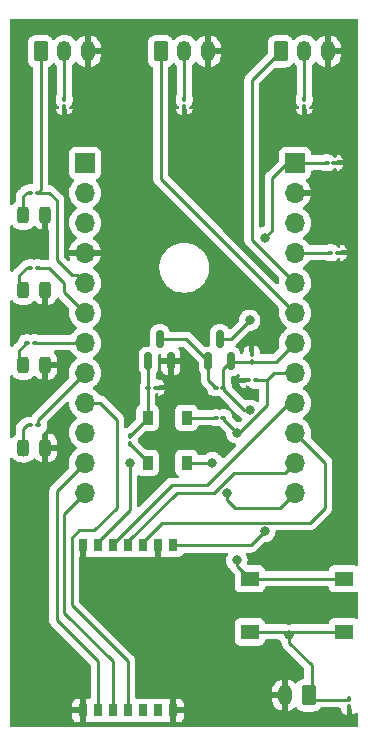
<source format=gbr>
%TF.GenerationSoftware,KiCad,Pcbnew,6.0.2-378541a8eb~116~ubuntu20.04.1*%
%TF.CreationDate,2022-02-26T00:15:36+01:00*%
%TF.ProjectId,unfancyRemote,756e6661-6e63-4795-9265-6d6f74652e6b,rev?*%
%TF.SameCoordinates,Original*%
%TF.FileFunction,Copper,L1,Top*%
%TF.FilePolarity,Positive*%
%FSLAX46Y46*%
G04 Gerber Fmt 4.6, Leading zero omitted, Abs format (unit mm)*
G04 Created by KiCad (PCBNEW 6.0.2-378541a8eb~116~ubuntu20.04.1) date 2022-02-26 00:15:36*
%MOMM*%
%LPD*%
G01*
G04 APERTURE LIST*
G04 Aperture macros list*
%AMRoundRect*
0 Rectangle with rounded corners*
0 $1 Rounding radius*
0 $2 $3 $4 $5 $6 $7 $8 $9 X,Y pos of 4 corners*
0 Add a 4 corners polygon primitive as box body*
4,1,4,$2,$3,$4,$5,$6,$7,$8,$9,$2,$3,0*
0 Add four circle primitives for the rounded corners*
1,1,$1+$1,$2,$3*
1,1,$1+$1,$4,$5*
1,1,$1+$1,$6,$7*
1,1,$1+$1,$8,$9*
0 Add four rect primitives between the rounded corners*
20,1,$1+$1,$2,$3,$4,$5,0*
20,1,$1+$1,$4,$5,$6,$7,0*
20,1,$1+$1,$6,$7,$8,$9,0*
20,1,$1+$1,$8,$9,$2,$3,0*%
G04 Aperture macros list end*
%TA.AperFunction,SMDPad,CuDef*%
%ADD10RoundRect,0.100000X0.130000X0.100000X-0.130000X0.100000X-0.130000X-0.100000X0.130000X-0.100000X0*%
%TD*%
%TA.AperFunction,SMDPad,CuDef*%
%ADD11RoundRect,0.100000X-0.100000X0.130000X-0.100000X-0.130000X0.100000X-0.130000X0.100000X0.130000X0*%
%TD*%
%TA.AperFunction,SMDPad,CuDef*%
%ADD12RoundRect,0.100000X-0.130000X-0.100000X0.130000X-0.100000X0.130000X0.100000X-0.130000X0.100000X0*%
%TD*%
%TA.AperFunction,SMDPad,CuDef*%
%ADD13RoundRect,0.243750X0.243750X0.456250X-0.243750X0.456250X-0.243750X-0.456250X0.243750X-0.456250X0*%
%TD*%
%TA.AperFunction,ComponentPad*%
%ADD14R,1.700000X1.700000*%
%TD*%
%TA.AperFunction,ComponentPad*%
%ADD15O,1.700000X1.700000*%
%TD*%
%TA.AperFunction,SMDPad,CuDef*%
%ADD16R,0.800000X1.000000*%
%TD*%
%TA.AperFunction,SMDPad,CuDef*%
%ADD17R,0.900000X1.200000*%
%TD*%
%TA.AperFunction,ComponentPad*%
%ADD18RoundRect,0.250000X0.350000X0.625000X-0.350000X0.625000X-0.350000X-0.625000X0.350000X-0.625000X0*%
%TD*%
%TA.AperFunction,ComponentPad*%
%ADD19O,1.200000X1.750000*%
%TD*%
%TA.AperFunction,SMDPad,CuDef*%
%ADD20RoundRect,0.150000X0.150000X-0.587500X0.150000X0.587500X-0.150000X0.587500X-0.150000X-0.587500X0*%
%TD*%
%TA.AperFunction,ComponentPad*%
%ADD21RoundRect,0.250000X-0.350000X-0.625000X0.350000X-0.625000X0.350000X0.625000X-0.350000X0.625000X0*%
%TD*%
%TA.AperFunction,SMDPad,CuDef*%
%ADD22RoundRect,0.100000X0.100000X-0.130000X0.100000X0.130000X-0.100000X0.130000X-0.100000X-0.130000X0*%
%TD*%
%TA.AperFunction,SMDPad,CuDef*%
%ADD23R,1.550000X1.300000*%
%TD*%
%TA.AperFunction,ViaPad*%
%ADD24C,0.800000*%
%TD*%
%TA.AperFunction,Conductor*%
%ADD25C,0.250000*%
%TD*%
G04 APERTURE END LIST*
D10*
%TO.P,R1,1*%
%TO.N,BSENSE*%
X139385000Y-90805000D03*
%TO.P,R1,2*%
%TO.N,GND*%
X138745000Y-90805000D03*
%TD*%
D11*
%TO.P,C2,1*%
%TO.N,+3V3*%
X143510000Y-66990000D03*
%TO.P,C2,2*%
%TO.N,GND*%
X143510000Y-67630000D03*
%TD*%
%TO.P,C5,1*%
%TO.N,+5V*%
X123190000Y-66990000D03*
%TO.P,C5,2*%
%TO.N,GND*%
X123190000Y-67630000D03*
%TD*%
D12*
%TO.P,R9,1*%
%TO.N,Net-(D5-Pad2)*%
X120040000Y-87630000D03*
%TO.P,R9,2*%
%TO.N,L3*%
X120680000Y-87630000D03*
%TD*%
D13*
%TO.P,D3,1,K*%
%TO.N,GND*%
X121587500Y-76835000D03*
%TO.P,D3,2,A*%
%TO.N,Net-(D3-Pad2)*%
X119712500Y-76835000D03*
%TD*%
D14*
%TO.P,J2,1,TX0*%
%TO.N,unconnected-(J2-Pad1)*%
X124946250Y-72410000D03*
D15*
%TO.P,J2,2,RX0*%
%TO.N,unconnected-(J2-Pad2)*%
X124946250Y-74950000D03*
%TO.P,J2,3,RST*%
%TO.N,unconnected-(J2-Pad3)*%
X124946250Y-77490000D03*
%TO.P,J2,4,GND*%
%TO.N,GND*%
X124946250Y-80030000D03*
%TO.P,J2,5,2*%
%TO.N,PPM*%
X124946250Y-82570000D03*
%TO.P,J2,6,3*%
%TO.N,L2*%
X124946250Y-85110000D03*
%TO.P,J2,7,4*%
%TO.N,L3*%
X124946250Y-87650000D03*
%TO.P,J2,8,5*%
%TO.N,L4*%
X124946250Y-90190000D03*
%TO.P,J2,9,6*%
%TO.N,/DIO1*%
X124946250Y-92730000D03*
%TO.P,J2,10,7*%
%TO.N,/NSS*%
X124946250Y-95270000D03*
%TO.P,J2,11,8*%
%TO.N,/NRESET*%
X124946250Y-97810000D03*
%TO.P,J2,12,9*%
%TO.N,/RFBUSY*%
X124946250Y-100350000D03*
%TD*%
D10*
%TO.P,R3,1*%
%TO.N,BSENSE*%
X136671250Y-93980000D03*
%TO.P,R3,2*%
%TO.N,Net-(D1-Pad2)*%
X136031250Y-93980000D03*
%TD*%
D16*
%TO.P,U1,1,VCC*%
%TO.N,+3V3*%
X132397500Y-104760000D03*
%TO.P,U1,2,GND*%
%TO.N,GND*%
X131127500Y-104760000D03*
%TO.P,U1,3,MISO_TX*%
%TO.N,/MISO*%
X129857500Y-104760000D03*
%TO.P,U1,4,MOSI_RX*%
%TO.N,/MOSI*%
X128587500Y-104760000D03*
%TO.P,U1,5,SCK_RTSN*%
%TO.N,/SCK*%
X127317500Y-104760000D03*
%TO.P,U1,6,NSS_CTS*%
%TO.N,/NSS*%
X126047500Y-104760000D03*
%TO.P,U1,7,GND*%
%TO.N,GND*%
X124777500Y-104760000D03*
%TO.P,U1,8,GND*%
X124777500Y-118760000D03*
%TO.P,U1,9,NRESET*%
%TO.N,/NRESET*%
X126047500Y-118760000D03*
%TO.P,U1,10,BUSY*%
%TO.N,/RFBUSY*%
X127317500Y-118760000D03*
%TO.P,U1,11,DIO1*%
%TO.N,/DIO1*%
X128587500Y-118760000D03*
%TO.P,U1,12,DIO2*%
%TO.N,unconnected-(U1-Pad12)*%
X129857500Y-118760000D03*
%TO.P,U1,13,DIO3*%
%TO.N,unconnected-(U1-Pad13)*%
X131127500Y-118760000D03*
%TO.P,U1,14,GND*%
%TO.N,GND*%
X132397500Y-118760000D03*
%TD*%
D12*
%TO.P,C4,1*%
%TO.N,+5V*%
X145410000Y-72390000D03*
%TO.P,C4,2*%
%TO.N,GND*%
X146050000Y-72390000D03*
%TD*%
D14*
%TO.P,J1,1,RAW*%
%TO.N,+5V*%
X142726250Y-72410000D03*
D15*
%TO.P,J1,2,GND*%
%TO.N,GND*%
X142726250Y-74950000D03*
%TO.P,J1,3,RST*%
%TO.N,unconnected-(J1-Pad3)*%
X142726250Y-77490000D03*
%TO.P,J1,4,VCC*%
%TO.N,+3V3*%
X142726250Y-80030000D03*
%TO.P,J1,5,A3*%
%TO.N,HALL2*%
X142726250Y-82570000D03*
%TO.P,J1,6,A2*%
%TO.N,HALL1*%
X142726250Y-85110000D03*
%TO.P,J1,7,A1*%
%TO.N,VBAT*%
X142726250Y-87650000D03*
%TO.P,J1,8,A0*%
%TO.N,BSENSE*%
X142726250Y-90190000D03*
%TO.P,J1,9,13*%
%TO.N,/SCK*%
X142726250Y-92730000D03*
%TO.P,J1,10,12*%
%TO.N,/MISO*%
X142726250Y-95270000D03*
%TO.P,J1,11,11*%
%TO.N,/MOSI*%
X142726250Y-97810000D03*
%TO.P,J1,12,10*%
%TO.N,ON*%
X142726250Y-100350000D03*
%TD*%
D10*
%TO.P,R2,1*%
%TO.N,VBAT*%
X136671250Y-91440000D03*
%TO.P,R2,2*%
%TO.N,Net-(Q1-Pad1)*%
X136031250Y-91440000D03*
%TD*%
D11*
%TO.P,C1,1*%
%TO.N,+3V3*%
X133350000Y-66990000D03*
%TO.P,C1,2*%
%TO.N,GND*%
X133350000Y-67630000D03*
%TD*%
D17*
%TO.P,D1,1,K*%
%TO.N,Net-(D1-Pad1)*%
X130256250Y-93980000D03*
%TO.P,D1,2,A*%
%TO.N,Net-(D1-Pad2)*%
X133556250Y-93980000D03*
%TD*%
D12*
%TO.P,C3,1*%
%TO.N,+3V3*%
X145730000Y-80010000D03*
%TO.P,C3,2*%
%TO.N,GND*%
X146370000Y-80010000D03*
%TD*%
D18*
%TO.P,J6,1,Pin_1*%
%TO.N,VBAT*%
X143875000Y-117475000D03*
D19*
%TO.P,J6,2,Pin_2*%
%TO.N,GND*%
X141875000Y-117475000D03*
%TD*%
D12*
%TO.P,R5,1*%
%TO.N,Net-(D1-Pad1)*%
X130316250Y-91440000D03*
%TO.P,R5,2*%
%TO.N,GND*%
X130956250Y-91440000D03*
%TD*%
D13*
%TO.P,D4,1,K*%
%TO.N,GND*%
X121587500Y-83185000D03*
%TO.P,D4,2,A*%
%TO.N,Net-(D4-Pad2)*%
X119712500Y-83185000D03*
%TD*%
D12*
%TO.P,R10,1*%
%TO.N,Net-(D6-Pad2)*%
X120330000Y-94615000D03*
%TO.P,R10,2*%
%TO.N,L4*%
X120970000Y-94615000D03*
%TD*%
D11*
%TO.P,C6,1*%
%TO.N,VBAT*%
X147320000Y-117790000D03*
%TO.P,C6,2*%
%TO.N,GND*%
X147320000Y-118430000D03*
%TD*%
D20*
%TO.P,Q1,1,G*%
%TO.N,Net-(Q1-Pad1)*%
X135401250Y-89202500D03*
%TO.P,Q1,2,S*%
%TO.N,VBAT*%
X137301250Y-89202500D03*
%TO.P,Q1,3,D*%
%TO.N,+5V*%
X136351250Y-87327500D03*
%TD*%
D21*
%TO.P,J3,1,Pin_1*%
%TO.N,HALL1*%
X131350000Y-62950000D03*
D19*
%TO.P,J3,2,Pin_2*%
%TO.N,+3V3*%
X133350000Y-62950000D03*
%TO.P,J3,3,Pin_3*%
%TO.N,GND*%
X135350000Y-62950000D03*
%TD*%
D17*
%TO.P,D2,1,K*%
%TO.N,Net-(D2-Pad1)*%
X130256250Y-97790000D03*
%TO.P,D2,2,A*%
%TO.N,ON*%
X133556250Y-97790000D03*
%TD*%
D13*
%TO.P,D6,1,K*%
%TO.N,GND*%
X121587500Y-96520000D03*
%TO.P,D6,2,A*%
%TO.N,Net-(D6-Pad2)*%
X119712500Y-96520000D03*
%TD*%
D21*
%TO.P,J4,1,Pin_1*%
%TO.N,HALL2*%
X141510000Y-62950000D03*
D19*
%TO.P,J4,2,Pin_2*%
%TO.N,+3V3*%
X143510000Y-62950000D03*
%TO.P,J4,3,Pin_3*%
%TO.N,GND*%
X145510000Y-62950000D03*
%TD*%
D20*
%TO.P,Q2,1,B*%
%TO.N,Net-(D1-Pad1)*%
X130321250Y-89202500D03*
%TO.P,Q2,2,E*%
%TO.N,GND*%
X132221250Y-89202500D03*
%TO.P,Q2,3,C*%
%TO.N,Net-(Q1-Pad1)*%
X131271250Y-87327500D03*
%TD*%
D12*
%TO.P,R7,1*%
%TO.N,Net-(D3-Pad2)*%
X120330000Y-74930000D03*
%TO.P,R7,2*%
%TO.N,PPM*%
X120970000Y-74930000D03*
%TD*%
D13*
%TO.P,D5,1,K*%
%TO.N,GND*%
X121587500Y-89535000D03*
%TO.P,D5,2,A*%
%TO.N,Net-(D5-Pad2)*%
X119712500Y-89535000D03*
%TD*%
D22*
%TO.P,C7,1*%
%TO.N,VBAT*%
X139065000Y-89220000D03*
%TO.P,C7,2*%
%TO.N,GND*%
X139065000Y-88580000D03*
%TD*%
D21*
%TO.P,J5,1,Pin_1*%
%TO.N,PPM*%
X121190000Y-62950000D03*
D19*
%TO.P,J5,2,Pin_2*%
%TO.N,+5V*%
X123190000Y-62950000D03*
%TO.P,J5,3,Pin_3*%
%TO.N,GND*%
X125190000Y-62950000D03*
%TD*%
D12*
%TO.P,R8,1*%
%TO.N,Net-(D4-Pad2)*%
X120330000Y-81280000D03*
%TO.P,R8,2*%
%TO.N,L2*%
X120970000Y-81280000D03*
%TD*%
D11*
%TO.P,R6,1*%
%TO.N,Net-(D1-Pad1)*%
X128731250Y-95565000D03*
%TO.P,R6,2*%
%TO.N,Net-(D2-Pad1)*%
X128731250Y-96205000D03*
%TD*%
D23*
%TO.P,SW1,1,1*%
%TO.N,BSENSE*%
X138895000Y-107605000D03*
X146855000Y-107605000D03*
%TO.P,SW1,2,2*%
%TO.N,VBAT*%
X138895000Y-112105000D03*
X146855000Y-112105000D03*
%TD*%
D24*
%TO.N,+5V*%
X138891250Y-85725000D03*
X140161250Y-78740000D03*
%TO.N,GND*%
X133350000Y-91440000D03*
X119380000Y-72390000D03*
X131445000Y-85090000D03*
X132080000Y-113030000D03*
X120650000Y-117475000D03*
X128270000Y-110490000D03*
X128905000Y-72390000D03*
X144145000Y-68580000D03*
X137160000Y-68580000D03*
X133985000Y-85090000D03*
X134620000Y-68580000D03*
X120650000Y-114935000D03*
X146685000Y-95885000D03*
X137160000Y-83820000D03*
X146685000Y-104140000D03*
X128905000Y-80645000D03*
X128270000Y-107950000D03*
X146685000Y-85090000D03*
X120650000Y-100965000D03*
X141605000Y-68580000D03*
X146685000Y-88265000D03*
X128905000Y-76835000D03*
X146685000Y-81915000D03*
X128905000Y-85090000D03*
X132080000Y-107950000D03*
X121285000Y-92075000D03*
X123825000Y-68580000D03*
X119380000Y-68580000D03*
X146685000Y-100330000D03*
X119380000Y-92075000D03*
X132080000Y-110490000D03*
X120650000Y-105410000D03*
X132080000Y-114935000D03*
X120650000Y-111760000D03*
X123190000Y-114935000D03*
X126365000Y-68580000D03*
X123190000Y-117475000D03*
X146685000Y-78740000D03*
X137160000Y-71120000D03*
X146685000Y-68580000D03*
X128270000Y-90805000D03*
X120650000Y-108585000D03*
X119380000Y-79375000D03*
X146685000Y-92075000D03*
X121285000Y-85725000D03*
X139065000Y-92075000D03*
X146685000Y-75565000D03*
X119380000Y-85725000D03*
%TO.N,+3V3*%
X140161250Y-103594500D03*
%TO.N,/NSS*%
X128731250Y-97790000D03*
%TO.N,ON*%
X136986250Y-100330000D03*
X135716250Y-97790000D03*
%TO.N,VBAT*%
X138891250Y-93345000D03*
X142240000Y-112395000D03*
%TO.N,BSENSE*%
X137795000Y-106045000D03*
X137795000Y-95250000D03*
%TD*%
D25*
%TO.N,+5V*%
X123190000Y-66990000D02*
X123190000Y-62950000D01*
X136351250Y-87327500D02*
X137288750Y-87327500D01*
X142726250Y-72410000D02*
X145390000Y-72410000D01*
X137288750Y-87327500D02*
X138891250Y-85725000D01*
X140796250Y-78105000D02*
X140796250Y-73660000D01*
X140796250Y-73660000D02*
X142046250Y-72410000D01*
X140161250Y-78740000D02*
X140796250Y-78105000D01*
X142046250Y-72410000D02*
X142726250Y-72410000D01*
X145390000Y-72410000D02*
X145410000Y-72390000D01*
%TO.N,+3V3*%
X132397500Y-104760000D02*
X138995750Y-104760000D01*
X143510000Y-66990000D02*
X143510000Y-62950000D01*
X138995750Y-104760000D02*
X140161250Y-103594500D01*
X142726250Y-80030000D02*
X145710000Y-80030000D01*
X133350000Y-66990000D02*
X133350000Y-62950000D01*
%TO.N,/MISO*%
X145241250Y-97785000D02*
X145241250Y-101600000D01*
X142726250Y-95270000D02*
X145241250Y-97785000D01*
X143971250Y-102870000D02*
X131468478Y-102870000D01*
X131468478Y-102870000D02*
X129857500Y-104480978D01*
X145241250Y-101600000D02*
X143971250Y-102870000D01*
X129857500Y-104480978D02*
X129857500Y-104760000D01*
%TO.N,/MOSI*%
X142726250Y-97810000D02*
X141876250Y-98660000D01*
X137560000Y-98660000D02*
X135890000Y-100330000D01*
X135890000Y-100330000D02*
X132715000Y-100330000D01*
X132715000Y-100330000D02*
X128587500Y-104457500D01*
X128587500Y-104457500D02*
X128587500Y-104760000D01*
X141876250Y-98660000D02*
X137560000Y-98660000D01*
%TO.N,Net-(D1-Pad1)*%
X128731250Y-95565000D02*
X128731250Y-95505000D01*
X130316250Y-91440000D02*
X130316250Y-89207500D01*
X128731250Y-95505000D02*
X130256250Y-93980000D01*
X130256250Y-91500000D02*
X130316250Y-91440000D01*
X130256250Y-93980000D02*
X130256250Y-91500000D01*
X130316250Y-89207500D02*
X130321250Y-89202500D01*
%TO.N,/NRESET*%
X126047500Y-114617500D02*
X126047500Y-118760000D01*
X122555000Y-111125000D02*
X126047500Y-114617500D01*
X124946250Y-97810000D02*
X122555000Y-100201250D01*
X122555000Y-100201250D02*
X122555000Y-111125000D01*
%TO.N,/DIO1*%
X124946250Y-92730000D02*
X126211250Y-92730000D01*
X127635000Y-101600000D02*
X125730000Y-103505000D01*
X126211250Y-92730000D02*
X127635000Y-94153750D01*
X124460000Y-103505000D02*
X123825000Y-104140000D01*
X127635000Y-94153750D02*
X127635000Y-101600000D01*
X125730000Y-103505000D02*
X124460000Y-103505000D01*
X123825000Y-109855000D02*
X128587500Y-114617500D01*
X123825000Y-104140000D02*
X123825000Y-109855000D01*
X128587500Y-114617500D02*
X128587500Y-118760000D01*
%TO.N,/RFBUSY*%
X127317500Y-118760000D02*
X127317500Y-114617500D01*
X127317500Y-114617500D02*
X123190000Y-110490000D01*
X123190000Y-102106250D02*
X124946250Y-100350000D01*
X123190000Y-110490000D02*
X123190000Y-102106250D01*
%TO.N,/SCK*%
X135255000Y-99695000D02*
X142220000Y-92730000D01*
X142220000Y-92730000D02*
X142726250Y-92730000D01*
X127317500Y-104760000D02*
X127317500Y-104660000D01*
X127317500Y-104660000D02*
X132282500Y-99695000D01*
X132282500Y-99695000D02*
X135255000Y-99695000D01*
X142069728Y-92730000D02*
X142726250Y-92730000D01*
%TO.N,/NSS*%
X128731250Y-101774468D02*
X126047500Y-104458218D01*
X126047500Y-104458218D02*
X126047500Y-104760000D01*
X128731250Y-97790000D02*
X128731250Y-101774468D01*
%TO.N,HALL2*%
X139065000Y-65395000D02*
X141510000Y-62950000D01*
X142726250Y-82570000D02*
X139065000Y-78908750D01*
X139065000Y-78908750D02*
X139065000Y-65395000D01*
%TO.N,HALL1*%
X131350000Y-73733750D02*
X131350000Y-62950000D01*
X142726250Y-85110000D02*
X131350000Y-73733750D01*
%TO.N,PPM*%
X124291250Y-81915000D02*
X124946250Y-82570000D01*
X121920000Y-74930000D02*
X122555000Y-75565000D01*
X120970000Y-74930000D02*
X121920000Y-74930000D01*
X122555000Y-80645000D02*
X123825000Y-81915000D01*
X120970000Y-74930000D02*
X121190000Y-74710000D01*
X123825000Y-81915000D02*
X124291250Y-81915000D01*
X121190000Y-74710000D02*
X121190000Y-62950000D01*
X122555000Y-75565000D02*
X122555000Y-80645000D01*
%TO.N,Net-(D1-Pad2)*%
X133556250Y-93980000D02*
X136031250Y-93980000D01*
%TO.N,Net-(D2-Pad1)*%
X130256250Y-97790000D02*
X130256250Y-97730000D01*
X130256250Y-97730000D02*
X128731250Y-96205000D01*
%TO.N,ON*%
X136986250Y-100965000D02*
X137621250Y-101600000D01*
X141476250Y-101600000D02*
X142726250Y-100350000D01*
X136986250Y-100330000D02*
X136986250Y-100965000D01*
X137621250Y-101600000D02*
X141476250Y-101600000D01*
X135716250Y-97790000D02*
X133556250Y-97790000D01*
%TO.N,Net-(Q1-Pad1)*%
X135401250Y-90810000D02*
X136031250Y-91440000D01*
X135401250Y-89202500D02*
X135401250Y-90810000D01*
X131271250Y-87327500D02*
X133526250Y-87327500D01*
X133526250Y-87327500D02*
X135401250Y-89202500D01*
%TO.N,VBAT*%
X138891250Y-93345000D02*
X138430000Y-93345000D01*
X136671250Y-91586250D02*
X136671250Y-91440000D01*
X142240000Y-112395000D02*
X142240000Y-113030000D01*
X143875000Y-117475000D02*
X144275480Y-117875480D01*
X139065000Y-89220000D02*
X137318750Y-89220000D01*
X136671250Y-89832500D02*
X137301250Y-89202500D01*
X144145000Y-117205000D02*
X143875000Y-117475000D01*
X141950000Y-112105000D02*
X138895000Y-112105000D01*
X142240000Y-112395000D02*
X141950000Y-112105000D01*
X144145000Y-114935000D02*
X144145000Y-117205000D01*
X137318750Y-89220000D02*
X137301250Y-89202500D01*
X141156250Y-89220000D02*
X142726250Y-87650000D01*
X139065000Y-89220000D02*
X141156250Y-89220000D01*
X138430000Y-93345000D02*
X136671250Y-91586250D01*
X136671250Y-91440000D02*
X136671250Y-89832500D01*
X142240000Y-112395000D02*
X142530000Y-112105000D01*
X142240000Y-113030000D02*
X144145000Y-114935000D01*
X142530000Y-112105000D02*
X146855000Y-112105000D01*
X147320000Y-117875480D02*
X147320000Y-117790000D01*
X144275480Y-117875480D02*
X147320000Y-117875480D01*
%TO.N,Net-(D4-Pad2)*%
X119380000Y-81915000D02*
X119380000Y-82852500D01*
X120015000Y-81280000D02*
X119380000Y-81915000D01*
X119380000Y-82852500D02*
X119712500Y-83185000D01*
X120330000Y-81280000D02*
X120015000Y-81280000D01*
%TO.N,Net-(D5-Pad2)*%
X120040000Y-87630000D02*
X120015000Y-87630000D01*
X119380000Y-88265000D02*
X119380000Y-89837500D01*
X120015000Y-87630000D02*
X119380000Y-88265000D01*
%TO.N,Net-(D6-Pad2)*%
X119712500Y-94917500D02*
X120015000Y-94615000D01*
X120015000Y-94615000D02*
X120330000Y-94615000D01*
X119712500Y-97155000D02*
X119712500Y-94917500D01*
%TO.N,L4*%
X124946250Y-90190000D02*
X120970000Y-94166250D01*
X120970000Y-94166250D02*
X120970000Y-94615000D01*
%TO.N,L3*%
X120700000Y-87650000D02*
X124946250Y-87650000D01*
X120680000Y-87630000D02*
X120700000Y-87650000D01*
%TO.N,L2*%
X120970000Y-81280000D02*
X121920000Y-81280000D01*
X121920000Y-81280000D02*
X123190000Y-82550000D01*
X123190000Y-83353750D02*
X124946250Y-85110000D01*
X123190000Y-82550000D02*
X123190000Y-83353750D01*
%TO.N,BSENSE*%
X140335000Y-92925864D02*
X140335000Y-90805000D01*
X136671250Y-93980000D02*
X136671250Y-94126250D01*
X137795000Y-106505000D02*
X138895000Y-107605000D01*
X138895000Y-107605000D02*
X146855000Y-107605000D01*
X140335000Y-90805000D02*
X140970000Y-90170000D01*
X138010864Y-95250000D02*
X140335000Y-92925864D01*
X142070533Y-90170000D02*
X142408392Y-90507859D01*
X140335000Y-90805000D02*
X139385000Y-90805000D01*
X140970000Y-90170000D02*
X142070533Y-90170000D01*
X136671250Y-94126250D02*
X137795000Y-95250000D01*
X137795000Y-95250000D02*
X138010864Y-95250000D01*
X137795000Y-106045000D02*
X137795000Y-106505000D01*
%TO.N,Net-(D3-Pad2)*%
X119712500Y-75232500D02*
X120015000Y-74930000D01*
X119712500Y-76835000D02*
X119712500Y-75232500D01*
X120015000Y-74930000D02*
X120330000Y-74930000D01*
%TD*%
%TA.AperFunction,Conductor*%
%TO.N,GND*%
G36*
X123504396Y-92631924D02*
G01*
X123561232Y-92674471D01*
X123586155Y-92742727D01*
X123589068Y-92793240D01*
X123596360Y-92919715D01*
X123597497Y-92924761D01*
X123597498Y-92924767D01*
X123617013Y-93011358D01*
X123645472Y-93137639D01*
X123705749Y-93286084D01*
X123726387Y-93336909D01*
X123729516Y-93344616D01*
X123846237Y-93535088D01*
X123992500Y-93703938D01*
X124164376Y-93846632D01*
X124214841Y-93876121D01*
X124237695Y-93889476D01*
X124286419Y-93941114D01*
X124299490Y-94010897D01*
X124272759Y-94076669D01*
X124232305Y-94110027D01*
X124224877Y-94113894D01*
X124219857Y-94116507D01*
X124215724Y-94119610D01*
X124215721Y-94119612D01*
X124045350Y-94247530D01*
X124041215Y-94250635D01*
X124037643Y-94254373D01*
X123945700Y-94350586D01*
X123886879Y-94412138D01*
X123883965Y-94416410D01*
X123883964Y-94416411D01*
X123871654Y-94434457D01*
X123760993Y-94596680D01*
X123718372Y-94688499D01*
X123680908Y-94769210D01*
X123666938Y-94799305D01*
X123607239Y-95014570D01*
X123583501Y-95236695D01*
X123583798Y-95241848D01*
X123583798Y-95241851D01*
X123594841Y-95433365D01*
X123596360Y-95459715D01*
X123597497Y-95464761D01*
X123597498Y-95464767D01*
X123617369Y-95552939D01*
X123645472Y-95677639D01*
X123729516Y-95884616D01*
X123748644Y-95915830D01*
X123827066Y-96043803D01*
X123846237Y-96075088D01*
X123992500Y-96243938D01*
X124164376Y-96386632D01*
X124234845Y-96427811D01*
X124237695Y-96429476D01*
X124286419Y-96481114D01*
X124299490Y-96550897D01*
X124272759Y-96616669D01*
X124232305Y-96650027D01*
X124219857Y-96656507D01*
X124215724Y-96659610D01*
X124215721Y-96659612D01*
X124055559Y-96779865D01*
X124041215Y-96790635D01*
X124037643Y-96794373D01*
X123895330Y-96943295D01*
X123886879Y-96952138D01*
X123883965Y-96956410D01*
X123883964Y-96956411D01*
X123838551Y-97022984D01*
X123760993Y-97136680D01*
X123745253Y-97170590D01*
X123677792Y-97315923D01*
X123666938Y-97339305D01*
X123607239Y-97554570D01*
X123583501Y-97776695D01*
X123583798Y-97781848D01*
X123583798Y-97781851D01*
X123589261Y-97876590D01*
X123596360Y-97999715D01*
X123597497Y-98004761D01*
X123597498Y-98004767D01*
X123629703Y-98147668D01*
X123625167Y-98218520D01*
X123595881Y-98264464D01*
X122162747Y-99697598D01*
X122154461Y-99705138D01*
X122147982Y-99709250D01*
X122142557Y-99715027D01*
X122101357Y-99758901D01*
X122098602Y-99761743D01*
X122078865Y-99781480D01*
X122076385Y-99784677D01*
X122068682Y-99793697D01*
X122038414Y-99825929D01*
X122034595Y-99832875D01*
X122034593Y-99832878D01*
X122028652Y-99843684D01*
X122017801Y-99860203D01*
X122005386Y-99876209D01*
X122002241Y-99883478D01*
X122002238Y-99883482D01*
X121987826Y-99916787D01*
X121982609Y-99927437D01*
X121961305Y-99966190D01*
X121959334Y-99973865D01*
X121959334Y-99973866D01*
X121956267Y-99985812D01*
X121949863Y-100004516D01*
X121941819Y-100023105D01*
X121940580Y-100030928D01*
X121940577Y-100030938D01*
X121934901Y-100066774D01*
X121932495Y-100078394D01*
X121921500Y-100121220D01*
X121921500Y-100141474D01*
X121919949Y-100161184D01*
X121916780Y-100181193D01*
X121917526Y-100189085D01*
X121920941Y-100225211D01*
X121921500Y-100237069D01*
X121921500Y-111046233D01*
X121920973Y-111057416D01*
X121919298Y-111064909D01*
X121919547Y-111072835D01*
X121919547Y-111072836D01*
X121921438Y-111132986D01*
X121921500Y-111136945D01*
X121921500Y-111164856D01*
X121921997Y-111168790D01*
X121921997Y-111168791D01*
X121922005Y-111168856D01*
X121922938Y-111180693D01*
X121924327Y-111224889D01*
X121929978Y-111244339D01*
X121933987Y-111263700D01*
X121936526Y-111283797D01*
X121939445Y-111291168D01*
X121939445Y-111291170D01*
X121952804Y-111324912D01*
X121956649Y-111336142D01*
X121968982Y-111378593D01*
X121973015Y-111385412D01*
X121973017Y-111385417D01*
X121979293Y-111396028D01*
X121987988Y-111413776D01*
X121995448Y-111432617D01*
X122000110Y-111439033D01*
X122000110Y-111439034D01*
X122021436Y-111468387D01*
X122027952Y-111478307D01*
X122050458Y-111516362D01*
X122064779Y-111530683D01*
X122077619Y-111545716D01*
X122089528Y-111562107D01*
X122095634Y-111567158D01*
X122123605Y-111590298D01*
X122132384Y-111598288D01*
X125377095Y-114843000D01*
X125411121Y-114905312D01*
X125414000Y-114932095D01*
X125414000Y-117632039D01*
X125393998Y-117700160D01*
X125340342Y-117746653D01*
X125274391Y-117757302D01*
X125228983Y-117752369D01*
X125222172Y-117752000D01*
X125049615Y-117752000D01*
X125034376Y-117756475D01*
X125033171Y-117757865D01*
X125031500Y-117765548D01*
X125031500Y-119749884D01*
X125035975Y-119765123D01*
X125037365Y-119766328D01*
X125045048Y-119767999D01*
X125222169Y-119767999D01*
X125228990Y-119767629D01*
X125279852Y-119762105D01*
X125295104Y-119758479D01*
X125367558Y-119731317D01*
X125438365Y-119726134D01*
X125456016Y-119731316D01*
X125537184Y-119761745D01*
X125599366Y-119768500D01*
X126495634Y-119768500D01*
X126557816Y-119761745D01*
X126638270Y-119731584D01*
X126709077Y-119726401D01*
X126726729Y-119731584D01*
X126807184Y-119761745D01*
X126869366Y-119768500D01*
X127765634Y-119768500D01*
X127827816Y-119761745D01*
X127908270Y-119731584D01*
X127979077Y-119726401D01*
X127996729Y-119731584D01*
X128077184Y-119761745D01*
X128139366Y-119768500D01*
X129035634Y-119768500D01*
X129097816Y-119761745D01*
X129178270Y-119731584D01*
X129249077Y-119726401D01*
X129266729Y-119731584D01*
X129347184Y-119761745D01*
X129409366Y-119768500D01*
X130305634Y-119768500D01*
X130367816Y-119761745D01*
X130448270Y-119731584D01*
X130519077Y-119726401D01*
X130536729Y-119731584D01*
X130617184Y-119761745D01*
X130679366Y-119768500D01*
X131575634Y-119768500D01*
X131637816Y-119761745D01*
X131718983Y-119731317D01*
X131789789Y-119726134D01*
X131807442Y-119731317D01*
X131879894Y-119758478D01*
X131895149Y-119762105D01*
X131946014Y-119767631D01*
X131952828Y-119768000D01*
X132125385Y-119768000D01*
X132140624Y-119763525D01*
X132141829Y-119762135D01*
X132143500Y-119754452D01*
X132143500Y-119749884D01*
X132651500Y-119749884D01*
X132655975Y-119765123D01*
X132657365Y-119766328D01*
X132665048Y-119767999D01*
X132842169Y-119767999D01*
X132848990Y-119767629D01*
X132899852Y-119762105D01*
X132915104Y-119758479D01*
X133035554Y-119713324D01*
X133051149Y-119704786D01*
X133153224Y-119628285D01*
X133165785Y-119615724D01*
X133242286Y-119513649D01*
X133250824Y-119498054D01*
X133295978Y-119377606D01*
X133299605Y-119362351D01*
X133305131Y-119311486D01*
X133305500Y-119304672D01*
X133305500Y-119032115D01*
X133301025Y-119016876D01*
X133299635Y-119015671D01*
X133291952Y-119014000D01*
X132669615Y-119014000D01*
X132654376Y-119018475D01*
X132653171Y-119019865D01*
X132651500Y-119027548D01*
X132651500Y-119749884D01*
X132143500Y-119749884D01*
X132143500Y-118487885D01*
X132651500Y-118487885D01*
X132655975Y-118503124D01*
X132657365Y-118504329D01*
X132665048Y-118506000D01*
X133287384Y-118506000D01*
X133302623Y-118501525D01*
X133303828Y-118500135D01*
X133305499Y-118492452D01*
X133305499Y-118215331D01*
X133305129Y-118208510D01*
X133299605Y-118157648D01*
X133295979Y-118142396D01*
X133250824Y-118021946D01*
X133242286Y-118006351D01*
X133165785Y-117904276D01*
X133153224Y-117891715D01*
X133051149Y-117815214D01*
X133035554Y-117806676D01*
X133017298Y-117799832D01*
X140767000Y-117799832D01*
X140767285Y-117805808D01*
X140781471Y-117954494D01*
X140783730Y-117966228D01*
X140839872Y-118157599D01*
X140844302Y-118168675D01*
X140935619Y-118345978D01*
X140942069Y-118356024D01*
X141065262Y-118512857D01*
X141073499Y-118521506D01*
X141224123Y-118652212D01*
X141233847Y-118659147D01*
X141406467Y-118759010D01*
X141417331Y-118763984D01*
X141605727Y-118829407D01*
X141606716Y-118829648D01*
X141617008Y-118828180D01*
X141621000Y-118814615D01*
X141621000Y-117747115D01*
X141616525Y-117731876D01*
X141615135Y-117730671D01*
X141607452Y-117729000D01*
X140785115Y-117729000D01*
X140769876Y-117733475D01*
X140768671Y-117734865D01*
X140767000Y-117742548D01*
X140767000Y-117799832D01*
X133017298Y-117799832D01*
X132915106Y-117761522D01*
X132899851Y-117757895D01*
X132848986Y-117752369D01*
X132842172Y-117752000D01*
X132669615Y-117752000D01*
X132654376Y-117756475D01*
X132653171Y-117757865D01*
X132651500Y-117765548D01*
X132651500Y-118487885D01*
X132143500Y-118487885D01*
X132143500Y-117770116D01*
X132139025Y-117754877D01*
X132137635Y-117753672D01*
X132129952Y-117752001D01*
X131952831Y-117752001D01*
X131946010Y-117752371D01*
X131895148Y-117757895D01*
X131879896Y-117761521D01*
X131807442Y-117788683D01*
X131736635Y-117793866D01*
X131718984Y-117788684D01*
X131637816Y-117758255D01*
X131575634Y-117751500D01*
X130679366Y-117751500D01*
X130617184Y-117758255D01*
X130585545Y-117770116D01*
X130536730Y-117788416D01*
X130465923Y-117793599D01*
X130448270Y-117788416D01*
X130399455Y-117770116D01*
X130367816Y-117758255D01*
X130305634Y-117751500D01*
X129409366Y-117751500D01*
X129360607Y-117756797D01*
X129290726Y-117744269D01*
X129238710Y-117695949D01*
X129221000Y-117631534D01*
X129221000Y-117202885D01*
X140767000Y-117202885D01*
X140771475Y-117218124D01*
X140772865Y-117219329D01*
X140780548Y-117221000D01*
X141602885Y-117221000D01*
X141618124Y-117216525D01*
X141619329Y-117215135D01*
X141621000Y-117207452D01*
X141621000Y-116139598D01*
X141617027Y-116126067D01*
X141607601Y-116124712D01*
X141518463Y-116146194D01*
X141507168Y-116150083D01*
X141325618Y-116232629D01*
X141315276Y-116238576D01*
X141152603Y-116353968D01*
X141143575Y-116361761D01*
X141005658Y-116505831D01*
X140998262Y-116515196D01*
X140890079Y-116682741D01*
X140884583Y-116693345D01*
X140810039Y-116878312D01*
X140806645Y-116889770D01*
X140768143Y-117086928D01*
X140767066Y-117095791D01*
X140767000Y-117098500D01*
X140767000Y-117202885D01*
X129221000Y-117202885D01*
X129221000Y-114696267D01*
X129221527Y-114685084D01*
X129223202Y-114677591D01*
X129221062Y-114609514D01*
X129221000Y-114605555D01*
X129221000Y-114577644D01*
X129220495Y-114573644D01*
X129219562Y-114561801D01*
X129218422Y-114525529D01*
X129218173Y-114517610D01*
X129212522Y-114498158D01*
X129208514Y-114478806D01*
X129206967Y-114466563D01*
X129205974Y-114458703D01*
X129203056Y-114451332D01*
X129189700Y-114417597D01*
X129185855Y-114406370D01*
X129185221Y-114404187D01*
X129173518Y-114363907D01*
X129163207Y-114346472D01*
X129154512Y-114328724D01*
X129147052Y-114309883D01*
X129121064Y-114274113D01*
X129114548Y-114264193D01*
X129096080Y-114232965D01*
X129096078Y-114232962D01*
X129092042Y-114226138D01*
X129077721Y-114211817D01*
X129064880Y-114196783D01*
X129057631Y-114186806D01*
X129052972Y-114180393D01*
X129018895Y-114152202D01*
X129010116Y-114144212D01*
X124495405Y-109629500D01*
X124461379Y-109567188D01*
X124458500Y-109540405D01*
X124458500Y-105876089D01*
X124478502Y-105807968D01*
X124496960Y-105791974D01*
X124496396Y-105791486D01*
X124521829Y-105762135D01*
X124523500Y-105754452D01*
X124523500Y-104632000D01*
X124543502Y-104563879D01*
X124597158Y-104517386D01*
X124649500Y-104506000D01*
X124905500Y-104506000D01*
X124973621Y-104526002D01*
X125020114Y-104579658D01*
X125031500Y-104632000D01*
X125031500Y-105749884D01*
X125035975Y-105765123D01*
X125037365Y-105766328D01*
X125045048Y-105767999D01*
X125222169Y-105767999D01*
X125228990Y-105767629D01*
X125279852Y-105762105D01*
X125295104Y-105758479D01*
X125367558Y-105731317D01*
X125438365Y-105726134D01*
X125456016Y-105731316D01*
X125537184Y-105761745D01*
X125599366Y-105768500D01*
X126495634Y-105768500D01*
X126557816Y-105761745D01*
X126638270Y-105731584D01*
X126709077Y-105726401D01*
X126726729Y-105731584D01*
X126807184Y-105761745D01*
X126869366Y-105768500D01*
X127765634Y-105768500D01*
X127827816Y-105761745D01*
X127908270Y-105731584D01*
X127979077Y-105726401D01*
X127996729Y-105731584D01*
X128077184Y-105761745D01*
X128139366Y-105768500D01*
X129035634Y-105768500D01*
X129097816Y-105761745D01*
X129178270Y-105731584D01*
X129249077Y-105726401D01*
X129266729Y-105731584D01*
X129347184Y-105761745D01*
X129409366Y-105768500D01*
X130305634Y-105768500D01*
X130367816Y-105761745D01*
X130448983Y-105731317D01*
X130519789Y-105726134D01*
X130537442Y-105731317D01*
X130609894Y-105758478D01*
X130625149Y-105762105D01*
X130676014Y-105767631D01*
X130682828Y-105768000D01*
X130855385Y-105768000D01*
X130870624Y-105763525D01*
X130871829Y-105762135D01*
X130873500Y-105754452D01*
X130873500Y-104632000D01*
X130893502Y-104563879D01*
X130947158Y-104517386D01*
X130999500Y-104506000D01*
X131255500Y-104506000D01*
X131323621Y-104526002D01*
X131370114Y-104579658D01*
X131381500Y-104632000D01*
X131381500Y-105749884D01*
X131385975Y-105765123D01*
X131387365Y-105766328D01*
X131395048Y-105767999D01*
X131572169Y-105767999D01*
X131578990Y-105767629D01*
X131629852Y-105762105D01*
X131645104Y-105758479D01*
X131717558Y-105731317D01*
X131788365Y-105726134D01*
X131806016Y-105731316D01*
X131887184Y-105761745D01*
X131949366Y-105768500D01*
X132845634Y-105768500D01*
X132907816Y-105761745D01*
X133044205Y-105710615D01*
X133160761Y-105623261D01*
X133248115Y-105506705D01*
X133251269Y-105498293D01*
X133259901Y-105475269D01*
X133302543Y-105418505D01*
X133369105Y-105393806D01*
X133377882Y-105393500D01*
X136903861Y-105393500D01*
X136971982Y-105413502D01*
X137018475Y-105467158D01*
X137028579Y-105537432D01*
X137012981Y-105582498D01*
X136960473Y-105673444D01*
X136901458Y-105855072D01*
X136881496Y-106045000D01*
X136901458Y-106234928D01*
X136960473Y-106416556D01*
X137055960Y-106581944D01*
X137060378Y-106586851D01*
X137060379Y-106586852D01*
X137163257Y-106701109D01*
X137182549Y-106722535D01*
X137182550Y-106722537D01*
X137183747Y-106723866D01*
X137183600Y-106723998D01*
X137208614Y-106758809D01*
X137208981Y-106758592D01*
X137211415Y-106762708D01*
X137211419Y-106762713D01*
X137213015Y-106765412D01*
X137213017Y-106765417D01*
X137219293Y-106776028D01*
X137227988Y-106793776D01*
X137235448Y-106812617D01*
X137240110Y-106819033D01*
X137240110Y-106819034D01*
X137261436Y-106848387D01*
X137267952Y-106858307D01*
X137290458Y-106896362D01*
X137304779Y-106910683D01*
X137317619Y-106925716D01*
X137329528Y-106942107D01*
X137335634Y-106947158D01*
X137363605Y-106970298D01*
X137372384Y-106978288D01*
X137574595Y-107180499D01*
X137608621Y-107242811D01*
X137611500Y-107269594D01*
X137611500Y-108303134D01*
X137618255Y-108365316D01*
X137669385Y-108501705D01*
X137756739Y-108618261D01*
X137873295Y-108705615D01*
X138009684Y-108756745D01*
X138071866Y-108763500D01*
X139718134Y-108763500D01*
X139780316Y-108756745D01*
X139916705Y-108705615D01*
X140033261Y-108618261D01*
X140120615Y-108501705D01*
X140171745Y-108365316D01*
X140173312Y-108350892D01*
X140200554Y-108285330D01*
X140258917Y-108244904D01*
X140298575Y-108238500D01*
X145451425Y-108238500D01*
X145519546Y-108258502D01*
X145566039Y-108312158D01*
X145576688Y-108350892D01*
X145578255Y-108365316D01*
X145629385Y-108501705D01*
X145716739Y-108618261D01*
X145833295Y-108705615D01*
X145969684Y-108756745D01*
X146031866Y-108763500D01*
X147678134Y-108763500D01*
X147740316Y-108756745D01*
X147876705Y-108705615D01*
X147883892Y-108700229D01*
X147891760Y-108695921D01*
X147892972Y-108698134D01*
X147946952Y-108677971D01*
X148016333Y-108693030D01*
X148066559Y-108743208D01*
X148082000Y-108803646D01*
X148082000Y-110906354D01*
X148061998Y-110974475D01*
X148008342Y-111020968D01*
X147938068Y-111031072D01*
X147892743Y-111012284D01*
X147891760Y-111014079D01*
X147883892Y-111009771D01*
X147876705Y-111004385D01*
X147740316Y-110953255D01*
X147678134Y-110946500D01*
X146031866Y-110946500D01*
X145969684Y-110953255D01*
X145833295Y-111004385D01*
X145716739Y-111091739D01*
X145629385Y-111208295D01*
X145578255Y-111344684D01*
X145577402Y-111352540D01*
X145576688Y-111359108D01*
X145549446Y-111424670D01*
X145491083Y-111465096D01*
X145451425Y-111471500D01*
X142608767Y-111471500D01*
X142597584Y-111470973D01*
X142590091Y-111469298D01*
X142582165Y-111469547D01*
X142582164Y-111469547D01*
X142522001Y-111471438D01*
X142518043Y-111471500D01*
X142490144Y-111471500D01*
X142486154Y-111472004D01*
X142474320Y-111472936D01*
X142430111Y-111474326D01*
X142422497Y-111476538D01*
X142422492Y-111476539D01*
X142410659Y-111479977D01*
X142391296Y-111483988D01*
X142371203Y-111486526D01*
X142371043Y-111485259D01*
X142340276Y-111487518D01*
X142335487Y-111486500D01*
X142144513Y-111486500D01*
X142138052Y-111487873D01*
X142133620Y-111488339D01*
X142100734Y-111487477D01*
X142084474Y-111484901D01*
X142072857Y-111482495D01*
X142037711Y-111473472D01*
X142037710Y-111473472D01*
X142030030Y-111471500D01*
X142009776Y-111471500D01*
X141990065Y-111469949D01*
X141977886Y-111468020D01*
X141970057Y-111466780D01*
X141940786Y-111469547D01*
X141926039Y-111470941D01*
X141914181Y-111471500D01*
X140298575Y-111471500D01*
X140230454Y-111451498D01*
X140183961Y-111397842D01*
X140173312Y-111359108D01*
X140172598Y-111352540D01*
X140171745Y-111344684D01*
X140120615Y-111208295D01*
X140033261Y-111091739D01*
X139916705Y-111004385D01*
X139780316Y-110953255D01*
X139718134Y-110946500D01*
X138071866Y-110946500D01*
X138009684Y-110953255D01*
X137873295Y-111004385D01*
X137756739Y-111091739D01*
X137669385Y-111208295D01*
X137618255Y-111344684D01*
X137611500Y-111406866D01*
X137611500Y-112803134D01*
X137618255Y-112865316D01*
X137669385Y-113001705D01*
X137756739Y-113118261D01*
X137873295Y-113205615D01*
X138009684Y-113256745D01*
X138071866Y-113263500D01*
X139718134Y-113263500D01*
X139780316Y-113256745D01*
X139916705Y-113205615D01*
X140033261Y-113118261D01*
X140120615Y-113001705D01*
X140171745Y-112865316D01*
X140173312Y-112850892D01*
X140200554Y-112785330D01*
X140258917Y-112744904D01*
X140298575Y-112738500D01*
X141316529Y-112738500D01*
X141384650Y-112758502D01*
X141425648Y-112801500D01*
X141500960Y-112931944D01*
X141575947Y-113015225D01*
X141606664Y-113079233D01*
X141608248Y-113095575D01*
X141609327Y-113129889D01*
X141614978Y-113149339D01*
X141618987Y-113168700D01*
X141621526Y-113188797D01*
X141624445Y-113196168D01*
X141624445Y-113196170D01*
X141637804Y-113229912D01*
X141641649Y-113241142D01*
X141651771Y-113275983D01*
X141653982Y-113283593D01*
X141658015Y-113290412D01*
X141658017Y-113290417D01*
X141664293Y-113301028D01*
X141672988Y-113318776D01*
X141680448Y-113337617D01*
X141685110Y-113344033D01*
X141685110Y-113344034D01*
X141706436Y-113373387D01*
X141712952Y-113383307D01*
X141735458Y-113421362D01*
X141749779Y-113435683D01*
X141762619Y-113450716D01*
X141774528Y-113467107D01*
X141780634Y-113472158D01*
X141808605Y-113495298D01*
X141817384Y-113503288D01*
X143474595Y-115160500D01*
X143508621Y-115222812D01*
X143511500Y-115249595D01*
X143511500Y-115974069D01*
X143491498Y-116042190D01*
X143437842Y-116088683D01*
X143398504Y-116099396D01*
X143388145Y-116100470D01*
X143375693Y-116101762D01*
X143375690Y-116101763D01*
X143368834Y-116102474D01*
X143362298Y-116104655D01*
X143362296Y-116104655D01*
X143298117Y-116126067D01*
X143201054Y-116158450D01*
X143050652Y-116251522D01*
X142925695Y-116376697D01*
X142921853Y-116382929D01*
X142921852Y-116382931D01*
X142893645Y-116428690D01*
X142840873Y-116476183D01*
X142770801Y-116487605D01*
X142705677Y-116459331D01*
X142687298Y-116440403D01*
X142684738Y-116437144D01*
X142676501Y-116428494D01*
X142525877Y-116297788D01*
X142516153Y-116290853D01*
X142343533Y-116190990D01*
X142332669Y-116186016D01*
X142144273Y-116120593D01*
X142143284Y-116120352D01*
X142132992Y-116121820D01*
X142129000Y-116135385D01*
X142129000Y-118810402D01*
X142132973Y-118823933D01*
X142142399Y-118825288D01*
X142231537Y-118803806D01*
X142242832Y-118799917D01*
X142424382Y-118717371D01*
X142434724Y-118711424D01*
X142597397Y-118596032D01*
X142606425Y-118588239D01*
X142693535Y-118497243D01*
X142755090Y-118461867D01*
X142826000Y-118465386D01*
X142883750Y-118506683D01*
X142891685Y-118518053D01*
X142926522Y-118574348D01*
X142931704Y-118579521D01*
X142970785Y-118618534D01*
X143051697Y-118699305D01*
X143057927Y-118703145D01*
X143057928Y-118703146D01*
X143195090Y-118787694D01*
X143202262Y-118792115D01*
X143257396Y-118810402D01*
X143363611Y-118845632D01*
X143363613Y-118845632D01*
X143370139Y-118847797D01*
X143376975Y-118848497D01*
X143376978Y-118848498D01*
X143420031Y-118852909D01*
X143474600Y-118858500D01*
X144275400Y-118858500D01*
X144278646Y-118858163D01*
X144278650Y-118858163D01*
X144374308Y-118848238D01*
X144374312Y-118848237D01*
X144381166Y-118847526D01*
X144387702Y-118845345D01*
X144387704Y-118845345D01*
X144523867Y-118799917D01*
X144548946Y-118791550D01*
X144699348Y-118698478D01*
X144824305Y-118573303D01*
X144828146Y-118567072D01*
X144832683Y-118561327D01*
X144834140Y-118562477D01*
X144879809Y-118521373D01*
X144934301Y-118508980D01*
X146489539Y-118508980D01*
X146557660Y-118528982D01*
X146604153Y-118582638D01*
X146614461Y-118618534D01*
X146626572Y-118710533D01*
X146630810Y-118726348D01*
X146685753Y-118858993D01*
X146693941Y-118873176D01*
X146781344Y-118987080D01*
X146792920Y-118998656D01*
X146906824Y-119086059D01*
X146921007Y-119094247D01*
X147053649Y-119149189D01*
X147069469Y-119153428D01*
X147102040Y-119157716D01*
X147116222Y-119155505D01*
X147120000Y-119142348D01*
X147120000Y-118654500D01*
X147140002Y-118586379D01*
X147193658Y-118539886D01*
X147245999Y-118528500D01*
X147319998Y-118528500D01*
X147394000Y-118528499D01*
X147462120Y-118548501D01*
X147508613Y-118602156D01*
X147520000Y-118654499D01*
X147520000Y-119141965D01*
X147524044Y-119155736D01*
X147537583Y-119157765D01*
X147570533Y-119153428D01*
X147586348Y-119149190D01*
X147718993Y-119094247D01*
X147733176Y-119086059D01*
X147847080Y-118998656D01*
X147864497Y-118981239D01*
X147866274Y-118983016D01*
X147913378Y-118948624D01*
X147984250Y-118944404D01*
X148046152Y-118979169D01*
X148079431Y-119041883D01*
X148082000Y-119067196D01*
X148082000Y-120016000D01*
X148061998Y-120084121D01*
X148008342Y-120130614D01*
X147956000Y-120142000D01*
X118744000Y-120142000D01*
X118675879Y-120121998D01*
X118629386Y-120068342D01*
X118618000Y-120016000D01*
X118618000Y-119304669D01*
X123869501Y-119304669D01*
X123869871Y-119311490D01*
X123875395Y-119362352D01*
X123879021Y-119377604D01*
X123924176Y-119498054D01*
X123932714Y-119513649D01*
X124009215Y-119615724D01*
X124021776Y-119628285D01*
X124123851Y-119704786D01*
X124139446Y-119713324D01*
X124259894Y-119758478D01*
X124275149Y-119762105D01*
X124326014Y-119767631D01*
X124332828Y-119768000D01*
X124505385Y-119768000D01*
X124520624Y-119763525D01*
X124521829Y-119762135D01*
X124523500Y-119754452D01*
X124523500Y-119032115D01*
X124519025Y-119016876D01*
X124517635Y-119015671D01*
X124509952Y-119014000D01*
X123887616Y-119014000D01*
X123872377Y-119018475D01*
X123871172Y-119019865D01*
X123869501Y-119027548D01*
X123869501Y-119304669D01*
X118618000Y-119304669D01*
X118618000Y-118487885D01*
X123869500Y-118487885D01*
X123873975Y-118503124D01*
X123875365Y-118504329D01*
X123883048Y-118506000D01*
X124505385Y-118506000D01*
X124520624Y-118501525D01*
X124521829Y-118500135D01*
X124523500Y-118492452D01*
X124523500Y-117770116D01*
X124519025Y-117754877D01*
X124517635Y-117753672D01*
X124509952Y-117752001D01*
X124332831Y-117752001D01*
X124326010Y-117752371D01*
X124275148Y-117757895D01*
X124259896Y-117761521D01*
X124139446Y-117806676D01*
X124123851Y-117815214D01*
X124021776Y-117891715D01*
X124009215Y-117904276D01*
X123932714Y-118006351D01*
X123924176Y-118021946D01*
X123879022Y-118142394D01*
X123875395Y-118157649D01*
X123869869Y-118208514D01*
X123869500Y-118215328D01*
X123869500Y-118487885D01*
X118618000Y-118487885D01*
X118618000Y-97474113D01*
X118638002Y-97405992D01*
X118691658Y-97359499D01*
X118761932Y-97349395D01*
X118826512Y-97378889D01*
X118851144Y-97407810D01*
X118875203Y-97446689D01*
X118999347Y-97570617D01*
X119005577Y-97574457D01*
X119005578Y-97574458D01*
X119022838Y-97585097D01*
X119148671Y-97662661D01*
X119155619Y-97664966D01*
X119155620Y-97664966D01*
X119308634Y-97715719D01*
X119308636Y-97715719D01*
X119315165Y-97717885D01*
X119418769Y-97728500D01*
X119421379Y-97728500D01*
X119468442Y-97740289D01*
X119515182Y-97762283D01*
X119672406Y-97792275D01*
X119760900Y-97786708D01*
X119824238Y-97782723D01*
X119824240Y-97782723D01*
X119832150Y-97782225D01*
X119839686Y-97779776D01*
X119839688Y-97779776D01*
X119980732Y-97733948D01*
X120006665Y-97728454D01*
X120036734Y-97725334D01*
X120111129Y-97717616D01*
X120117660Y-97715437D01*
X120117665Y-97715436D01*
X120270578Y-97664420D01*
X120277526Y-97662102D01*
X120426689Y-97569797D01*
X120550617Y-97445653D01*
X120552614Y-97442413D01*
X120609352Y-97402186D01*
X120680275Y-97398953D01*
X120741687Y-97434578D01*
X120749066Y-97443078D01*
X120755782Y-97451552D01*
X120869479Y-97565051D01*
X120880890Y-97574063D01*
X121017654Y-97658365D01*
X121030832Y-97664509D01*
X121183740Y-97715227D01*
X121197106Y-97718093D01*
X121290601Y-97727672D01*
X121297016Y-97728000D01*
X121315385Y-97728000D01*
X121330624Y-97723525D01*
X121331829Y-97722135D01*
X121333500Y-97714452D01*
X121333500Y-97709884D01*
X121841500Y-97709884D01*
X121845975Y-97725123D01*
X121847365Y-97726328D01*
X121855048Y-97727999D01*
X121877933Y-97727999D01*
X121884452Y-97727662D01*
X121979170Y-97717834D01*
X121992564Y-97714942D01*
X122145365Y-97663964D01*
X122158543Y-97657790D01*
X122295149Y-97573256D01*
X122306550Y-97564220D01*
X122420051Y-97450521D01*
X122429063Y-97439110D01*
X122513365Y-97302346D01*
X122519509Y-97289168D01*
X122570227Y-97136260D01*
X122573093Y-97122894D01*
X122582672Y-97029399D01*
X122583000Y-97022984D01*
X122583000Y-96792115D01*
X122578525Y-96776876D01*
X122577135Y-96775671D01*
X122569452Y-96774000D01*
X121859615Y-96774000D01*
X121844376Y-96778475D01*
X121843171Y-96779865D01*
X121841500Y-96787548D01*
X121841500Y-97709884D01*
X121333500Y-97709884D01*
X121333500Y-96247885D01*
X121841500Y-96247885D01*
X121845975Y-96263124D01*
X121847365Y-96264329D01*
X121855048Y-96266000D01*
X122564884Y-96266000D01*
X122580123Y-96261525D01*
X122581328Y-96260135D01*
X122582999Y-96252452D01*
X122582999Y-96017067D01*
X122582662Y-96010548D01*
X122572834Y-95915830D01*
X122569942Y-95902436D01*
X122518964Y-95749635D01*
X122512790Y-95736457D01*
X122428256Y-95599851D01*
X122419220Y-95588450D01*
X122305521Y-95474949D01*
X122294110Y-95465937D01*
X122157346Y-95381635D01*
X122144168Y-95375491D01*
X121991260Y-95324773D01*
X121977894Y-95321907D01*
X121884399Y-95312328D01*
X121877984Y-95312000D01*
X121859615Y-95312000D01*
X121844376Y-95316475D01*
X121843171Y-95317865D01*
X121841500Y-95325548D01*
X121841500Y-96247885D01*
X121333500Y-96247885D01*
X121333500Y-95360389D01*
X121353502Y-95292268D01*
X121396501Y-95251269D01*
X121399244Y-95249685D01*
X121406876Y-95246524D01*
X121533987Y-95148987D01*
X121539013Y-95142437D01*
X121539016Y-95142434D01*
X121587712Y-95078971D01*
X121631524Y-95021875D01*
X121692838Y-94873850D01*
X121708500Y-94754885D01*
X121708499Y-94475116D01*
X121698989Y-94402877D01*
X121709929Y-94332730D01*
X121734816Y-94297338D01*
X123371269Y-92660885D01*
X123433581Y-92626859D01*
X123504396Y-92631924D01*
G37*
%TD.AperFunction*%
%TA.AperFunction,Conductor*%
G36*
X148024121Y-60218002D02*
G01*
X148070614Y-60271658D01*
X148082000Y-60324000D01*
X148082000Y-106406354D01*
X148061998Y-106474475D01*
X148008342Y-106520968D01*
X147938068Y-106531072D01*
X147892743Y-106512284D01*
X147891760Y-106514079D01*
X147883892Y-106509771D01*
X147876705Y-106504385D01*
X147740316Y-106453255D01*
X147678134Y-106446500D01*
X146031866Y-106446500D01*
X145969684Y-106453255D01*
X145833295Y-106504385D01*
X145716739Y-106591739D01*
X145629385Y-106708295D01*
X145578255Y-106844684D01*
X145577402Y-106852540D01*
X145576688Y-106859108D01*
X145549446Y-106924670D01*
X145491083Y-106965096D01*
X145451425Y-106971500D01*
X140298575Y-106971500D01*
X140230454Y-106951498D01*
X140183961Y-106897842D01*
X140173312Y-106859108D01*
X140172598Y-106852540D01*
X140171745Y-106844684D01*
X140120615Y-106708295D01*
X140033261Y-106591739D01*
X139916705Y-106504385D01*
X139780316Y-106453255D01*
X139718134Y-106446500D01*
X138793222Y-106446500D01*
X138725101Y-106426498D01*
X138678608Y-106372842D01*
X138668504Y-106302568D01*
X138673389Y-106281564D01*
X138686502Y-106241206D01*
X138688542Y-106234928D01*
X138708504Y-106045000D01*
X138688542Y-105855072D01*
X138629527Y-105673444D01*
X138577020Y-105582499D01*
X138560282Y-105513505D01*
X138583502Y-105446413D01*
X138639309Y-105402526D01*
X138686139Y-105393500D01*
X138916983Y-105393500D01*
X138928166Y-105394027D01*
X138935659Y-105395702D01*
X138943585Y-105395453D01*
X138943586Y-105395453D01*
X139003736Y-105393562D01*
X139007695Y-105393500D01*
X139035606Y-105393500D01*
X139039541Y-105393003D01*
X139039606Y-105392995D01*
X139051443Y-105392062D01*
X139083701Y-105391048D01*
X139087720Y-105390922D01*
X139095639Y-105390673D01*
X139115093Y-105385021D01*
X139134450Y-105381013D01*
X139146680Y-105379468D01*
X139146681Y-105379468D01*
X139154547Y-105378474D01*
X139161918Y-105375555D01*
X139161920Y-105375555D01*
X139195662Y-105362196D01*
X139206892Y-105358351D01*
X139241733Y-105348229D01*
X139241734Y-105348229D01*
X139249343Y-105346018D01*
X139256162Y-105341985D01*
X139256167Y-105341983D01*
X139266778Y-105335707D01*
X139284526Y-105327012D01*
X139303367Y-105319552D01*
X139339137Y-105293564D01*
X139349057Y-105287048D01*
X139380285Y-105268580D01*
X139380288Y-105268578D01*
X139387112Y-105264542D01*
X139401433Y-105250221D01*
X139416467Y-105237380D01*
X139426444Y-105230131D01*
X139432857Y-105225472D01*
X139437907Y-105219368D01*
X139437912Y-105219363D01*
X139461043Y-105191402D01*
X139469033Y-105182621D01*
X140111751Y-104539904D01*
X140174063Y-104505879D01*
X140200846Y-104503000D01*
X140256737Y-104503000D01*
X140263189Y-104501628D01*
X140263194Y-104501628D01*
X140350138Y-104483147D01*
X140443538Y-104463294D01*
X140580300Y-104402404D01*
X140611972Y-104388303D01*
X140611974Y-104388302D01*
X140618002Y-104385618D01*
X140772503Y-104273366D01*
X140900290Y-104131444D01*
X140963647Y-104021707D01*
X140992473Y-103971779D01*
X140992474Y-103971778D01*
X140995777Y-103966056D01*
X141054792Y-103784428D01*
X141055482Y-103777865D01*
X141072460Y-103616329D01*
X141099473Y-103550673D01*
X141157695Y-103510043D01*
X141197770Y-103503500D01*
X143892483Y-103503500D01*
X143903666Y-103504027D01*
X143911159Y-103505702D01*
X143919085Y-103505453D01*
X143919086Y-103505453D01*
X143979236Y-103503562D01*
X143983195Y-103503500D01*
X144011106Y-103503500D01*
X144015041Y-103503003D01*
X144015106Y-103502995D01*
X144026943Y-103502062D01*
X144059201Y-103501048D01*
X144063220Y-103500922D01*
X144071139Y-103500673D01*
X144090593Y-103495021D01*
X144109950Y-103491013D01*
X144122180Y-103489468D01*
X144122181Y-103489468D01*
X144130047Y-103488474D01*
X144137418Y-103485555D01*
X144137420Y-103485555D01*
X144171162Y-103472196D01*
X144182392Y-103468351D01*
X144217233Y-103458229D01*
X144217234Y-103458229D01*
X144224843Y-103456018D01*
X144231662Y-103451985D01*
X144231667Y-103451983D01*
X144242278Y-103445707D01*
X144260026Y-103437012D01*
X144278867Y-103429552D01*
X144314637Y-103403564D01*
X144324557Y-103397048D01*
X144355785Y-103378580D01*
X144355788Y-103378578D01*
X144362612Y-103374542D01*
X144376933Y-103360221D01*
X144391967Y-103347380D01*
X144401944Y-103340131D01*
X144408357Y-103335472D01*
X144436548Y-103301395D01*
X144444538Y-103292616D01*
X145633497Y-102103657D01*
X145641787Y-102096113D01*
X145648268Y-102092000D01*
X145694909Y-102042332D01*
X145697663Y-102039491D01*
X145717384Y-102019770D01*
X145719862Y-102016575D01*
X145727568Y-102007553D01*
X145752408Y-101981101D01*
X145757836Y-101975321D01*
X145767596Y-101957568D01*
X145778449Y-101941045D01*
X145786003Y-101931306D01*
X145790863Y-101925041D01*
X145808426Y-101884457D01*
X145813633Y-101873827D01*
X145834945Y-101835060D01*
X145836916Y-101827383D01*
X145836918Y-101827378D01*
X145839982Y-101815442D01*
X145846388Y-101796730D01*
X145851283Y-101785419D01*
X145854431Y-101778145D01*
X145855671Y-101770317D01*
X145855673Y-101770310D01*
X145861349Y-101734476D01*
X145863755Y-101722856D01*
X145872778Y-101687711D01*
X145872778Y-101687710D01*
X145874750Y-101680030D01*
X145874750Y-101659776D01*
X145876301Y-101640065D01*
X145878230Y-101627886D01*
X145879470Y-101620057D01*
X145875309Y-101576038D01*
X145874750Y-101564181D01*
X145874750Y-97863767D01*
X145875277Y-97852584D01*
X145876952Y-97845091D01*
X145875744Y-97806646D01*
X145874812Y-97777014D01*
X145874750Y-97773055D01*
X145874750Y-97745144D01*
X145874245Y-97741144D01*
X145873312Y-97729301D01*
X145873286Y-97728454D01*
X145871923Y-97685110D01*
X145866272Y-97665658D01*
X145862264Y-97646306D01*
X145860717Y-97634063D01*
X145859724Y-97626203D01*
X145856806Y-97618832D01*
X145843450Y-97585097D01*
X145839605Y-97573870D01*
X145835490Y-97559707D01*
X145827268Y-97531407D01*
X145816957Y-97513972D01*
X145808262Y-97496224D01*
X145800802Y-97477383D01*
X145774814Y-97441613D01*
X145768298Y-97431693D01*
X145749830Y-97400465D01*
X145749828Y-97400462D01*
X145745792Y-97393638D01*
X145731471Y-97379317D01*
X145718630Y-97364283D01*
X145715154Y-97359499D01*
X145706722Y-97347893D01*
X145672645Y-97319702D01*
X145663866Y-97311712D01*
X144077468Y-95725313D01*
X144043442Y-95663001D01*
X144046005Y-95599589D01*
X144047913Y-95593311D01*
X144058620Y-95558069D01*
X144087779Y-95336590D01*
X144088237Y-95317865D01*
X144089324Y-95273365D01*
X144089324Y-95273361D01*
X144089406Y-95270000D01*
X144071102Y-95047361D01*
X144016681Y-94830702D01*
X143927604Y-94625840D01*
X143862953Y-94525905D01*
X143809072Y-94442617D01*
X143809070Y-94442614D01*
X143806264Y-94438277D01*
X143655920Y-94273051D01*
X143651869Y-94269852D01*
X143651865Y-94269848D01*
X143484664Y-94137800D01*
X143484660Y-94137798D01*
X143480609Y-94134598D01*
X143439303Y-94111796D01*
X143389334Y-94061364D01*
X143374562Y-93991921D01*
X143399678Y-93925516D01*
X143427030Y-93898909D01*
X143473998Y-93865407D01*
X143606110Y-93771173D01*
X143620555Y-93756779D01*
X143760685Y-93617137D01*
X143764346Y-93613489D01*
X143769725Y-93606004D01*
X143891685Y-93436277D01*
X143894703Y-93432077D01*
X143933536Y-93353505D01*
X143991386Y-93236453D01*
X143991387Y-93236451D01*
X143993680Y-93231811D01*
X144058620Y-93018069D01*
X144087779Y-92796590D01*
X144087861Y-92793240D01*
X144089324Y-92733365D01*
X144089324Y-92733361D01*
X144089406Y-92730000D01*
X144071102Y-92507361D01*
X144016681Y-92290702D01*
X143927604Y-92085840D01*
X143862667Y-91985463D01*
X143809072Y-91902617D01*
X143809070Y-91902614D01*
X143806264Y-91898277D01*
X143655920Y-91733051D01*
X143651869Y-91729852D01*
X143651865Y-91729848D01*
X143484664Y-91597800D01*
X143484660Y-91597798D01*
X143480609Y-91594598D01*
X143439303Y-91571796D01*
X143389334Y-91521364D01*
X143374562Y-91451921D01*
X143399678Y-91385516D01*
X143427030Y-91358909D01*
X143470853Y-91327650D01*
X143606110Y-91231173D01*
X143619153Y-91218176D01*
X143718080Y-91119594D01*
X143764346Y-91073489D01*
X143768719Y-91067404D01*
X143891685Y-90896277D01*
X143894703Y-90892077D01*
X143937058Y-90806379D01*
X143991386Y-90696453D01*
X143991387Y-90696451D01*
X143993680Y-90691811D01*
X144058620Y-90478069D01*
X144087779Y-90256590D01*
X144088255Y-90237128D01*
X144089324Y-90193365D01*
X144089324Y-90193361D01*
X144089406Y-90190000D01*
X144071102Y-89967361D01*
X144016681Y-89750702D01*
X143927604Y-89545840D01*
X143869807Y-89456500D01*
X143809072Y-89362617D01*
X143809070Y-89362614D01*
X143806264Y-89358277D01*
X143655920Y-89193051D01*
X143651869Y-89189852D01*
X143651865Y-89189848D01*
X143484664Y-89057800D01*
X143484660Y-89057798D01*
X143480609Y-89054598D01*
X143439303Y-89031796D01*
X143389334Y-88981364D01*
X143374562Y-88911921D01*
X143399678Y-88845516D01*
X143427030Y-88818909D01*
X143470853Y-88787650D01*
X143606110Y-88691173D01*
X143764346Y-88533489D01*
X143775718Y-88517664D01*
X143891685Y-88356277D01*
X143894703Y-88352077D01*
X143898861Y-88343665D01*
X143991386Y-88156453D01*
X143991387Y-88156451D01*
X143993680Y-88151811D01*
X144051231Y-87962390D01*
X144057115Y-87943023D01*
X144057115Y-87943021D01*
X144058620Y-87938069D01*
X144087779Y-87716590D01*
X144089406Y-87650000D01*
X144071102Y-87427361D01*
X144016681Y-87210702D01*
X143927604Y-87005840D01*
X143868874Y-86915057D01*
X143809072Y-86822617D01*
X143809070Y-86822614D01*
X143806264Y-86818277D01*
X143655920Y-86653051D01*
X143651869Y-86649852D01*
X143651865Y-86649848D01*
X143484664Y-86517800D01*
X143484660Y-86517798D01*
X143480609Y-86514598D01*
X143439303Y-86491796D01*
X143389334Y-86441364D01*
X143374562Y-86371921D01*
X143399678Y-86305516D01*
X143427030Y-86278909D01*
X143470853Y-86247650D01*
X143606110Y-86151173D01*
X143764346Y-85993489D01*
X143820798Y-85914928D01*
X143891685Y-85816277D01*
X143894703Y-85812077D01*
X143929869Y-85740925D01*
X143991386Y-85616453D01*
X143991387Y-85616451D01*
X143993680Y-85611811D01*
X144058620Y-85398069D01*
X144087779Y-85176590D01*
X144089406Y-85110000D01*
X144071102Y-84887361D01*
X144016681Y-84670702D01*
X143927604Y-84465840D01*
X143880805Y-84393500D01*
X143809072Y-84282617D01*
X143809070Y-84282614D01*
X143806264Y-84278277D01*
X143655920Y-84113051D01*
X143651869Y-84109852D01*
X143651865Y-84109848D01*
X143484664Y-83977800D01*
X143484660Y-83977798D01*
X143480609Y-83974598D01*
X143439303Y-83951796D01*
X143389334Y-83901364D01*
X143374562Y-83831921D01*
X143399678Y-83765516D01*
X143427030Y-83738909D01*
X143493872Y-83691231D01*
X143606110Y-83611173D01*
X143609954Y-83607343D01*
X143760685Y-83457137D01*
X143764346Y-83453489D01*
X143894703Y-83272077D01*
X143924303Y-83212187D01*
X143991386Y-83076453D01*
X143991387Y-83076451D01*
X143993680Y-83071811D01*
X144044218Y-82905473D01*
X144057115Y-82863023D01*
X144057115Y-82863021D01*
X144058620Y-82858069D01*
X144087779Y-82636590D01*
X144089280Y-82575165D01*
X144089324Y-82573365D01*
X144089324Y-82573361D01*
X144089406Y-82570000D01*
X144071102Y-82347361D01*
X144016681Y-82130702D01*
X143927604Y-81925840D01*
X143806264Y-81738277D01*
X143655920Y-81573051D01*
X143651869Y-81569852D01*
X143651865Y-81569848D01*
X143484664Y-81437800D01*
X143484660Y-81437798D01*
X143480609Y-81434598D01*
X143439303Y-81411796D01*
X143389334Y-81361364D01*
X143374562Y-81291921D01*
X143399678Y-81225516D01*
X143427030Y-81198909D01*
X143536305Y-81120964D01*
X143606110Y-81071173D01*
X143764346Y-80913489D01*
X143804669Y-80857374D01*
X143891685Y-80736277D01*
X143894703Y-80732077D01*
X143896996Y-80727437D01*
X143898696Y-80724608D01*
X143950924Y-80676518D01*
X144006701Y-80663500D01*
X145321117Y-80663500D01*
X145369334Y-80673091D01*
X145441150Y-80702838D01*
X145449338Y-80703916D01*
X145556021Y-80717961D01*
X145560115Y-80718500D01*
X145729979Y-80718500D01*
X145899884Y-80718499D01*
X145903969Y-80717961D01*
X145903973Y-80717961D01*
X146010655Y-80703917D01*
X146010656Y-80703917D01*
X146018850Y-80702838D01*
X146021230Y-80701852D01*
X146083590Y-80701852D01*
X146089473Y-80703429D01*
X146152040Y-80711666D01*
X146166221Y-80709454D01*
X146174895Y-80679251D01*
X146176341Y-80679666D01*
X146190002Y-80633142D01*
X146219295Y-80601301D01*
X146287436Y-80549014D01*
X146287437Y-80549013D01*
X146293987Y-80543987D01*
X146299013Y-80537437D01*
X146299016Y-80537434D01*
X146344038Y-80478760D01*
X146401376Y-80436892D01*
X146472247Y-80432671D01*
X146534150Y-80467436D01*
X146567431Y-80530148D01*
X146570000Y-80555464D01*
X146570000Y-80695914D01*
X146574044Y-80709685D01*
X146587583Y-80711714D01*
X146650533Y-80703428D01*
X146666348Y-80699190D01*
X146798993Y-80644247D01*
X146813176Y-80636059D01*
X146927080Y-80548656D01*
X146938656Y-80537080D01*
X147026059Y-80423176D01*
X147034247Y-80408993D01*
X147089189Y-80276351D01*
X147093428Y-80260531D01*
X147097716Y-80227960D01*
X147095505Y-80213778D01*
X147082348Y-80210000D01*
X146594500Y-80210000D01*
X146526379Y-80189998D01*
X146479886Y-80136342D01*
X146468500Y-80084001D01*
X146468499Y-79936001D01*
X146488501Y-79867880D01*
X146542156Y-79821387D01*
X146594499Y-79810000D01*
X147081965Y-79810000D01*
X147095736Y-79805956D01*
X147097765Y-79792417D01*
X147093428Y-79759467D01*
X147089190Y-79743652D01*
X147034247Y-79611007D01*
X147026059Y-79596824D01*
X146938656Y-79482920D01*
X146927080Y-79471344D01*
X146813176Y-79383941D01*
X146798993Y-79375753D01*
X146666350Y-79320810D01*
X146650532Y-79316572D01*
X146587960Y-79308334D01*
X146573779Y-79310546D01*
X146570000Y-79323704D01*
X146570000Y-79464535D01*
X146549998Y-79532656D01*
X146496342Y-79579149D01*
X146426068Y-79589253D01*
X146361488Y-79559759D01*
X146344038Y-79541239D01*
X146299017Y-79482568D01*
X146293987Y-79476013D01*
X146287437Y-79470987D01*
X146287434Y-79470984D01*
X146219296Y-79418700D01*
X146177429Y-79361362D01*
X146172294Y-79331898D01*
X146165956Y-79310315D01*
X146152417Y-79308286D01*
X146089475Y-79316571D01*
X146083591Y-79318148D01*
X146021230Y-79318148D01*
X146018850Y-79317162D01*
X146010658Y-79316083D01*
X146010656Y-79316083D01*
X145903972Y-79302038D01*
X145903971Y-79302038D01*
X145899885Y-79301500D01*
X145730021Y-79301500D01*
X145560116Y-79301501D01*
X145556031Y-79302039D01*
X145556027Y-79302039D01*
X145449337Y-79316084D01*
X145449335Y-79316084D01*
X145441150Y-79317162D01*
X145356075Y-79352401D01*
X145300750Y-79375317D01*
X145300749Y-79375318D01*
X145293124Y-79378476D01*
X145290742Y-79380304D01*
X145230300Y-79396500D01*
X144003055Y-79396500D01*
X143934934Y-79376498D01*
X143897263Y-79338940D01*
X143809072Y-79202617D01*
X143809070Y-79202614D01*
X143806264Y-79198277D01*
X143655920Y-79033051D01*
X143651869Y-79029852D01*
X143651865Y-79029848D01*
X143484664Y-78897800D01*
X143484660Y-78897798D01*
X143480609Y-78894598D01*
X143439303Y-78871796D01*
X143389334Y-78821364D01*
X143374562Y-78751921D01*
X143399678Y-78685516D01*
X143427030Y-78658909D01*
X143470853Y-78627650D01*
X143606110Y-78531173D01*
X143612537Y-78524769D01*
X143760685Y-78377137D01*
X143764346Y-78373489D01*
X143823844Y-78290689D01*
X143891685Y-78196277D01*
X143894703Y-78192077D01*
X143924288Y-78132217D01*
X143991386Y-77996453D01*
X143991387Y-77996451D01*
X143993680Y-77991811D01*
X144058620Y-77778069D01*
X144087779Y-77556590D01*
X144089406Y-77490000D01*
X144071102Y-77267361D01*
X144016681Y-77050702D01*
X143927604Y-76845840D01*
X143888156Y-76784862D01*
X143809072Y-76662617D01*
X143809070Y-76662614D01*
X143806264Y-76658277D01*
X143655920Y-76493051D01*
X143651869Y-76489852D01*
X143651865Y-76489848D01*
X143484664Y-76357800D01*
X143484660Y-76357798D01*
X143480609Y-76354598D01*
X143438819Y-76331529D01*
X143388848Y-76281097D01*
X143374076Y-76211654D01*
X143399192Y-76145248D01*
X143426544Y-76118641D01*
X143601578Y-75993792D01*
X143609450Y-75987139D01*
X143760302Y-75836812D01*
X143766980Y-75828965D01*
X143891253Y-75656020D01*
X143896563Y-75647183D01*
X143990920Y-75456267D01*
X143994719Y-75446672D01*
X144056627Y-75242910D01*
X144058805Y-75232837D01*
X144060236Y-75221962D01*
X144058025Y-75207778D01*
X144044867Y-75204000D01*
X142598250Y-75204000D01*
X142530129Y-75183998D01*
X142483636Y-75130342D01*
X142472250Y-75078000D01*
X142472250Y-74822000D01*
X142492252Y-74753879D01*
X142545908Y-74707386D01*
X142598250Y-74696000D01*
X144044594Y-74696000D01*
X144058125Y-74692027D01*
X144059430Y-74682947D01*
X144017464Y-74515875D01*
X144014144Y-74506124D01*
X143929222Y-74310814D01*
X143924355Y-74301739D01*
X143808676Y-74122926D01*
X143802386Y-74114757D01*
X143658543Y-73956677D01*
X143627491Y-73892831D01*
X143635885Y-73822333D01*
X143681062Y-73767564D01*
X143707506Y-73753895D01*
X143814547Y-73713767D01*
X143822955Y-73710615D01*
X143939511Y-73623261D01*
X144026865Y-73506705D01*
X144077995Y-73370316D01*
X144084750Y-73308134D01*
X144084750Y-73169500D01*
X144104752Y-73101379D01*
X144158408Y-73054886D01*
X144210750Y-73043500D01*
X145001117Y-73043500D01*
X145049334Y-73053091D01*
X145121150Y-73082838D01*
X145129338Y-73083916D01*
X145236021Y-73097961D01*
X145240115Y-73098500D01*
X145409979Y-73098500D01*
X145579884Y-73098499D01*
X145583969Y-73097961D01*
X145583973Y-73097961D01*
X145690655Y-73083917D01*
X145690656Y-73083917D01*
X145698850Y-73082838D01*
X145701230Y-73081852D01*
X145763590Y-73081852D01*
X145769473Y-73083429D01*
X145832040Y-73091666D01*
X145846221Y-73089454D01*
X145854895Y-73059251D01*
X145856341Y-73059666D01*
X145870002Y-73013142D01*
X145899295Y-72981301D01*
X145967436Y-72929014D01*
X145967437Y-72929013D01*
X145973987Y-72923987D01*
X145979013Y-72917437D01*
X145979016Y-72917434D01*
X146024038Y-72858760D01*
X146081376Y-72816892D01*
X146152247Y-72812671D01*
X146214150Y-72847436D01*
X146247431Y-72910148D01*
X146250000Y-72935464D01*
X146250000Y-73075914D01*
X146254044Y-73089685D01*
X146267583Y-73091714D01*
X146330533Y-73083428D01*
X146346348Y-73079190D01*
X146478993Y-73024247D01*
X146493176Y-73016059D01*
X146607080Y-72928656D01*
X146618656Y-72917080D01*
X146706059Y-72803176D01*
X146714247Y-72788993D01*
X146769189Y-72656351D01*
X146773428Y-72640531D01*
X146777716Y-72607960D01*
X146775505Y-72593778D01*
X146762348Y-72590000D01*
X146274500Y-72590000D01*
X146206379Y-72569998D01*
X146159886Y-72516342D01*
X146148500Y-72464001D01*
X146148499Y-72316001D01*
X146168501Y-72247880D01*
X146222156Y-72201387D01*
X146274499Y-72190000D01*
X146761965Y-72190000D01*
X146775736Y-72185956D01*
X146777765Y-72172417D01*
X146773428Y-72139467D01*
X146769190Y-72123652D01*
X146714247Y-71991007D01*
X146706059Y-71976824D01*
X146618656Y-71862920D01*
X146607080Y-71851344D01*
X146493176Y-71763941D01*
X146478993Y-71755753D01*
X146346350Y-71700810D01*
X146330532Y-71696572D01*
X146267960Y-71688334D01*
X146253779Y-71690546D01*
X146250000Y-71703704D01*
X146250000Y-71844535D01*
X146229998Y-71912656D01*
X146176342Y-71959149D01*
X146106068Y-71969253D01*
X146041488Y-71939759D01*
X146024038Y-71921239D01*
X145979017Y-71862568D01*
X145973987Y-71856013D01*
X145967437Y-71850987D01*
X145967434Y-71850984D01*
X145899296Y-71798700D01*
X145857429Y-71741362D01*
X145852294Y-71711898D01*
X145845956Y-71690315D01*
X145832417Y-71688286D01*
X145769475Y-71696571D01*
X145763591Y-71698148D01*
X145701230Y-71698148D01*
X145698850Y-71697162D01*
X145690658Y-71696083D01*
X145690656Y-71696083D01*
X145583972Y-71682038D01*
X145583971Y-71682038D01*
X145579885Y-71681500D01*
X145410021Y-71681500D01*
X145240116Y-71681501D01*
X145236031Y-71682039D01*
X145236027Y-71682039D01*
X145129337Y-71696084D01*
X145129335Y-71696084D01*
X145121150Y-71697162D01*
X145028916Y-71735366D01*
X144980750Y-71755317D01*
X144980749Y-71755318D01*
X144973124Y-71758476D01*
X144970742Y-71760304D01*
X144910300Y-71776500D01*
X144210750Y-71776500D01*
X144142629Y-71756498D01*
X144096136Y-71702842D01*
X144084750Y-71650500D01*
X144084750Y-71511866D01*
X144077995Y-71449684D01*
X144026865Y-71313295D01*
X143939511Y-71196739D01*
X143822955Y-71109385D01*
X143686566Y-71058255D01*
X143624384Y-71051500D01*
X141828116Y-71051500D01*
X141765934Y-71058255D01*
X141629545Y-71109385D01*
X141512989Y-71196739D01*
X141425635Y-71313295D01*
X141374505Y-71449684D01*
X141367750Y-71511866D01*
X141367750Y-72140405D01*
X141347748Y-72208526D01*
X141330845Y-72229501D01*
X140403992Y-73156353D01*
X140395713Y-73163887D01*
X140389232Y-73168000D01*
X140342607Y-73217651D01*
X140339852Y-73220493D01*
X140320115Y-73240230D01*
X140317635Y-73243427D01*
X140309932Y-73252447D01*
X140279664Y-73284679D01*
X140275845Y-73291625D01*
X140275843Y-73291628D01*
X140269902Y-73302434D01*
X140259051Y-73318953D01*
X140246636Y-73334959D01*
X140243491Y-73342228D01*
X140243488Y-73342232D01*
X140229076Y-73375537D01*
X140223859Y-73386187D01*
X140202555Y-73424940D01*
X140200584Y-73432615D01*
X140200584Y-73432616D01*
X140197517Y-73444562D01*
X140191113Y-73463266D01*
X140183069Y-73481855D01*
X140181830Y-73489678D01*
X140181827Y-73489688D01*
X140176151Y-73525524D01*
X140173745Y-73537144D01*
X140162750Y-73579970D01*
X140162750Y-73600224D01*
X140161199Y-73619934D01*
X140158030Y-73639943D01*
X140158776Y-73647835D01*
X140162191Y-73683961D01*
X140162750Y-73695819D01*
X140162750Y-77708852D01*
X140142748Y-77776973D01*
X140089092Y-77823466D01*
X140062951Y-77832098D01*
X139878962Y-77871206D01*
X139872930Y-77873892D01*
X139866650Y-77875932D01*
X139866003Y-77873940D01*
X139805397Y-77882074D01*
X139741097Y-77851975D01*
X139703276Y-77791891D01*
X139698500Y-77757530D01*
X139698500Y-65709594D01*
X139718502Y-65641473D01*
X139735405Y-65620499D01*
X140988154Y-64367750D01*
X141050466Y-64333724D01*
X141090091Y-64331501D01*
X141109600Y-64333500D01*
X141910400Y-64333500D01*
X141913646Y-64333163D01*
X141913650Y-64333163D01*
X142009308Y-64323238D01*
X142009312Y-64323237D01*
X142016166Y-64322526D01*
X142022702Y-64320345D01*
X142022704Y-64320345D01*
X142176998Y-64268868D01*
X142183946Y-64266550D01*
X142334348Y-64173478D01*
X142459305Y-64048303D01*
X142491075Y-63996764D01*
X142543846Y-63949271D01*
X142613918Y-63937847D01*
X142679042Y-63966121D01*
X142697418Y-63985045D01*
X142703604Y-63992920D01*
X142833082Y-64105275D01*
X142871421Y-64165027D01*
X142876500Y-64200439D01*
X142876500Y-66532832D01*
X142866909Y-66581050D01*
X142817162Y-66701150D01*
X142801500Y-66820115D01*
X142801501Y-67159884D01*
X142817162Y-67278850D01*
X142818148Y-67281230D01*
X142818148Y-67343590D01*
X142816571Y-67349473D01*
X142808334Y-67412040D01*
X142810546Y-67426221D01*
X142840749Y-67434895D01*
X142840334Y-67436341D01*
X142886858Y-67450002D01*
X142918699Y-67479295D01*
X142970985Y-67547434D01*
X142976013Y-67553987D01*
X142982563Y-67559013D01*
X142982566Y-67559016D01*
X143041240Y-67604038D01*
X143083108Y-67661376D01*
X143087329Y-67732247D01*
X143052564Y-67794150D01*
X142989852Y-67827431D01*
X142964536Y-67830000D01*
X142824086Y-67830000D01*
X142810315Y-67834044D01*
X142808286Y-67847583D01*
X142816572Y-67910533D01*
X142820810Y-67926348D01*
X142875753Y-68058993D01*
X142883941Y-68073176D01*
X142971344Y-68187080D01*
X142982920Y-68198656D01*
X143096824Y-68286059D01*
X143111007Y-68294247D01*
X143243649Y-68349189D01*
X143259469Y-68353428D01*
X143292040Y-68357716D01*
X143306222Y-68355505D01*
X143310000Y-68342348D01*
X143310000Y-67854500D01*
X143330002Y-67786379D01*
X143383658Y-67739886D01*
X143435999Y-67728500D01*
X143509998Y-67728500D01*
X143584000Y-67728499D01*
X143652120Y-67748501D01*
X143698613Y-67802156D01*
X143710000Y-67854499D01*
X143710000Y-68341965D01*
X143714044Y-68355736D01*
X143727583Y-68357765D01*
X143760533Y-68353428D01*
X143776348Y-68349190D01*
X143908993Y-68294247D01*
X143923176Y-68286059D01*
X144037080Y-68198656D01*
X144048656Y-68187080D01*
X144136059Y-68073176D01*
X144144247Y-68058993D01*
X144199190Y-67926350D01*
X144203428Y-67910532D01*
X144211666Y-67847960D01*
X144209454Y-67833779D01*
X144196296Y-67830000D01*
X144055465Y-67830000D01*
X143987344Y-67809998D01*
X143940851Y-67756342D01*
X143930747Y-67686068D01*
X143960241Y-67621488D01*
X143978761Y-67604038D01*
X144037432Y-67559017D01*
X144037433Y-67559016D01*
X144043987Y-67553987D01*
X144049014Y-67547436D01*
X144049016Y-67547434D01*
X144101300Y-67479296D01*
X144158638Y-67437429D01*
X144188102Y-67432294D01*
X144209685Y-67425956D01*
X144211714Y-67412417D01*
X144203429Y-67349475D01*
X144201852Y-67343591D01*
X144201852Y-67281230D01*
X144202838Y-67278850D01*
X144218500Y-67159885D01*
X144218499Y-66820116D01*
X144202838Y-66701150D01*
X144153091Y-66581050D01*
X144143500Y-66532832D01*
X144143500Y-64199807D01*
X144163502Y-64131686D01*
X144196601Y-64097037D01*
X144232720Y-64071416D01*
X144232724Y-64071413D01*
X144237611Y-64067946D01*
X144383881Y-63915150D01*
X144387130Y-63910119D01*
X144387135Y-63910112D01*
X144405033Y-63882393D01*
X144458789Y-63836016D01*
X144529085Y-63826063D01*
X144593602Y-63855696D01*
X144609970Y-63872909D01*
X144700262Y-63987857D01*
X144708499Y-63996506D01*
X144859123Y-64127212D01*
X144868847Y-64134147D01*
X145041467Y-64234010D01*
X145052331Y-64238984D01*
X145240727Y-64304407D01*
X145241716Y-64304648D01*
X145252008Y-64303180D01*
X145256000Y-64289615D01*
X145256000Y-64285402D01*
X145764000Y-64285402D01*
X145767973Y-64298933D01*
X145777399Y-64300288D01*
X145866537Y-64278806D01*
X145877832Y-64274917D01*
X146059382Y-64192371D01*
X146069724Y-64186424D01*
X146232397Y-64071032D01*
X146241425Y-64063239D01*
X146379342Y-63919169D01*
X146386738Y-63909804D01*
X146494921Y-63742259D01*
X146500417Y-63731655D01*
X146574961Y-63546688D01*
X146578355Y-63535230D01*
X146616857Y-63338072D01*
X146617934Y-63329209D01*
X146618000Y-63326500D01*
X146618000Y-63222115D01*
X146613525Y-63206876D01*
X146612135Y-63205671D01*
X146604452Y-63204000D01*
X145782115Y-63204000D01*
X145766876Y-63208475D01*
X145765671Y-63209865D01*
X145764000Y-63217548D01*
X145764000Y-64285402D01*
X145256000Y-64285402D01*
X145256000Y-62677885D01*
X145764000Y-62677885D01*
X145768475Y-62693124D01*
X145769865Y-62694329D01*
X145777548Y-62696000D01*
X146599885Y-62696000D01*
X146615124Y-62691525D01*
X146616329Y-62690135D01*
X146618000Y-62682452D01*
X146618000Y-62625168D01*
X146617715Y-62619192D01*
X146603529Y-62470506D01*
X146601270Y-62458772D01*
X146545128Y-62267401D01*
X146540698Y-62256325D01*
X146449381Y-62079022D01*
X146442931Y-62068976D01*
X146319738Y-61912143D01*
X146311501Y-61903494D01*
X146160877Y-61772788D01*
X146151153Y-61765853D01*
X145978533Y-61665990D01*
X145967669Y-61661016D01*
X145779273Y-61595593D01*
X145778284Y-61595352D01*
X145767992Y-61596820D01*
X145764000Y-61610385D01*
X145764000Y-62677885D01*
X145256000Y-62677885D01*
X145256000Y-61614598D01*
X145252027Y-61601067D01*
X145242601Y-61599712D01*
X145153463Y-61621194D01*
X145142168Y-61625083D01*
X144960618Y-61707629D01*
X144950276Y-61713576D01*
X144787603Y-61828968D01*
X144778575Y-61836761D01*
X144640658Y-61980831D01*
X144633259Y-61990200D01*
X144615582Y-62017577D01*
X144561828Y-62063955D01*
X144491532Y-62073909D01*
X144427015Y-62044278D01*
X144410644Y-62027063D01*
X144403193Y-62017577D01*
X144316396Y-61907080D01*
X144311865Y-61903148D01*
X144311862Y-61903145D01*
X144161167Y-61772379D01*
X144156637Y-61768448D01*
X144151451Y-61765448D01*
X144151447Y-61765445D01*
X143978742Y-61665533D01*
X143973546Y-61662527D01*
X143773729Y-61593139D01*
X143767794Y-61592278D01*
X143767792Y-61592278D01*
X143570336Y-61563648D01*
X143570333Y-61563648D01*
X143564396Y-61562787D01*
X143353101Y-61572567D01*
X143240466Y-61599712D01*
X143153299Y-61620719D01*
X143153297Y-61620720D01*
X143147466Y-61622125D01*
X143142008Y-61624607D01*
X143142004Y-61624608D01*
X143050990Y-61665990D01*
X142954913Y-61709674D01*
X142782389Y-61832054D01*
X142778247Y-61836381D01*
X142778241Y-61836386D01*
X142691194Y-61927317D01*
X142629639Y-61962694D01*
X142558730Y-61959175D01*
X142500979Y-61917879D01*
X142493032Y-61906491D01*
X142458478Y-61850652D01*
X142333303Y-61725695D01*
X142327072Y-61721854D01*
X142188968Y-61636725D01*
X142188966Y-61636724D01*
X142182738Y-61632885D01*
X142074005Y-61596820D01*
X142021389Y-61579368D01*
X142021387Y-61579368D01*
X142014861Y-61577203D01*
X142008025Y-61576503D01*
X142008022Y-61576502D01*
X141964969Y-61572091D01*
X141910400Y-61566500D01*
X141109600Y-61566500D01*
X141106354Y-61566837D01*
X141106350Y-61566837D01*
X141010692Y-61576762D01*
X141010688Y-61576763D01*
X141003834Y-61577474D01*
X140997298Y-61579655D01*
X140997296Y-61579655D01*
X140933117Y-61601067D01*
X140836054Y-61633450D01*
X140685652Y-61726522D01*
X140560695Y-61851697D01*
X140556855Y-61857927D01*
X140556854Y-61857928D01*
X140519900Y-61917879D01*
X140467885Y-62002262D01*
X140412203Y-62170139D01*
X140401500Y-62274600D01*
X140401500Y-63110405D01*
X140381498Y-63178526D01*
X140364595Y-63199500D01*
X138672747Y-64891348D01*
X138664461Y-64898888D01*
X138657982Y-64903000D01*
X138652557Y-64908777D01*
X138611357Y-64952651D01*
X138608602Y-64955493D01*
X138588865Y-64975230D01*
X138586385Y-64978427D01*
X138578682Y-64987447D01*
X138548414Y-65019679D01*
X138544595Y-65026625D01*
X138544593Y-65026628D01*
X138538652Y-65037434D01*
X138527801Y-65053953D01*
X138515386Y-65069959D01*
X138512241Y-65077228D01*
X138512238Y-65077232D01*
X138497826Y-65110537D01*
X138492609Y-65121187D01*
X138471305Y-65159940D01*
X138469334Y-65167615D01*
X138469334Y-65167616D01*
X138466267Y-65179562D01*
X138459863Y-65198266D01*
X138451819Y-65216855D01*
X138450580Y-65224678D01*
X138450577Y-65224688D01*
X138444901Y-65260524D01*
X138442495Y-65272144D01*
X138431500Y-65314970D01*
X138431500Y-65335224D01*
X138429949Y-65354934D01*
X138426780Y-65374943D01*
X138427526Y-65382835D01*
X138430941Y-65418961D01*
X138431500Y-65430819D01*
X138431500Y-78829983D01*
X138430973Y-78841166D01*
X138429298Y-78848659D01*
X138429547Y-78856585D01*
X138429547Y-78856586D01*
X138431438Y-78916736D01*
X138431500Y-78920695D01*
X138431500Y-78948606D01*
X138431997Y-78952540D01*
X138431997Y-78952541D01*
X138432005Y-78952606D01*
X138432938Y-78964443D01*
X138434327Y-79008639D01*
X138439978Y-79028089D01*
X138443987Y-79047450D01*
X138446526Y-79067547D01*
X138449445Y-79074918D01*
X138449445Y-79074920D01*
X138462804Y-79108662D01*
X138466649Y-79119892D01*
X138478982Y-79162343D01*
X138483015Y-79169162D01*
X138483017Y-79169167D01*
X138489293Y-79179778D01*
X138497988Y-79197526D01*
X138505448Y-79216367D01*
X138510110Y-79222783D01*
X138510110Y-79222784D01*
X138531436Y-79252137D01*
X138537952Y-79262057D01*
X138543375Y-79271226D01*
X138560458Y-79300112D01*
X138574779Y-79314433D01*
X138587619Y-79329466D01*
X138599528Y-79345857D01*
X138618286Y-79361375D01*
X138633605Y-79374048D01*
X138642384Y-79382038D01*
X141376028Y-82115682D01*
X141410054Y-82177994D01*
X141408350Y-82238448D01*
X141387239Y-82314570D01*
X141386691Y-82319700D01*
X141386690Y-82319704D01*
X141383183Y-82352522D01*
X141363501Y-82536695D01*
X141363798Y-82541853D01*
X141363672Y-82547024D01*
X141362164Y-82546987D01*
X141347660Y-82609485D01*
X141296768Y-82658988D01*
X141227192Y-82673118D01*
X141161021Y-82647389D01*
X141148824Y-82636670D01*
X136671148Y-78158993D01*
X132020405Y-73508250D01*
X131986379Y-73445938D01*
X131983500Y-73419155D01*
X131983500Y-64361781D01*
X132003502Y-64293660D01*
X132043197Y-64254637D01*
X132168120Y-64177332D01*
X132174348Y-64173478D01*
X132299305Y-64048303D01*
X132331075Y-63996764D01*
X132383846Y-63949271D01*
X132453918Y-63937847D01*
X132519042Y-63966121D01*
X132537418Y-63985045D01*
X132543604Y-63992920D01*
X132673082Y-64105275D01*
X132711421Y-64165027D01*
X132716500Y-64200439D01*
X132716500Y-66532832D01*
X132706909Y-66581050D01*
X132657162Y-66701150D01*
X132641500Y-66820115D01*
X132641501Y-67159884D01*
X132657162Y-67278850D01*
X132658148Y-67281230D01*
X132658148Y-67343590D01*
X132656571Y-67349473D01*
X132648334Y-67412040D01*
X132650546Y-67426221D01*
X132680749Y-67434895D01*
X132680334Y-67436341D01*
X132726858Y-67450002D01*
X132758699Y-67479295D01*
X132810985Y-67547434D01*
X132816013Y-67553987D01*
X132822563Y-67559013D01*
X132822566Y-67559016D01*
X132881240Y-67604038D01*
X132923108Y-67661376D01*
X132927329Y-67732247D01*
X132892564Y-67794150D01*
X132829852Y-67827431D01*
X132804536Y-67830000D01*
X132664086Y-67830000D01*
X132650315Y-67834044D01*
X132648286Y-67847583D01*
X132656572Y-67910533D01*
X132660810Y-67926348D01*
X132715753Y-68058993D01*
X132723941Y-68073176D01*
X132811344Y-68187080D01*
X132822920Y-68198656D01*
X132936824Y-68286059D01*
X132951007Y-68294247D01*
X133083649Y-68349189D01*
X133099469Y-68353428D01*
X133132040Y-68357716D01*
X133146222Y-68355505D01*
X133150000Y-68342348D01*
X133150000Y-67854500D01*
X133170002Y-67786379D01*
X133223658Y-67739886D01*
X133275999Y-67728500D01*
X133349998Y-67728500D01*
X133424000Y-67728499D01*
X133492120Y-67748501D01*
X133538613Y-67802156D01*
X133550000Y-67854499D01*
X133550000Y-68341965D01*
X133554044Y-68355736D01*
X133567583Y-68357765D01*
X133600533Y-68353428D01*
X133616348Y-68349190D01*
X133748993Y-68294247D01*
X133763176Y-68286059D01*
X133877080Y-68198656D01*
X133888656Y-68187080D01*
X133976059Y-68073176D01*
X133984247Y-68058993D01*
X134039190Y-67926350D01*
X134043428Y-67910532D01*
X134051666Y-67847960D01*
X134049454Y-67833779D01*
X134036296Y-67830000D01*
X133895465Y-67830000D01*
X133827344Y-67809998D01*
X133780851Y-67756342D01*
X133770747Y-67686068D01*
X133800241Y-67621488D01*
X133818761Y-67604038D01*
X133877432Y-67559017D01*
X133877433Y-67559016D01*
X133883987Y-67553987D01*
X133889014Y-67547436D01*
X133889016Y-67547434D01*
X133941300Y-67479296D01*
X133998638Y-67437429D01*
X134028102Y-67432294D01*
X134049685Y-67425956D01*
X134051714Y-67412417D01*
X134043429Y-67349475D01*
X134041852Y-67343591D01*
X134041852Y-67281230D01*
X134042838Y-67278850D01*
X134058500Y-67159885D01*
X134058499Y-66820116D01*
X134042838Y-66701150D01*
X133993091Y-66581050D01*
X133983500Y-66532832D01*
X133983500Y-64199807D01*
X134003502Y-64131686D01*
X134036601Y-64097037D01*
X134072720Y-64071416D01*
X134072724Y-64071413D01*
X134077611Y-64067946D01*
X134223881Y-63915150D01*
X134227130Y-63910119D01*
X134227135Y-63910112D01*
X134245033Y-63882393D01*
X134298789Y-63836016D01*
X134369085Y-63826063D01*
X134433602Y-63855696D01*
X134449970Y-63872909D01*
X134540262Y-63987857D01*
X134548499Y-63996506D01*
X134699123Y-64127212D01*
X134708847Y-64134147D01*
X134881467Y-64234010D01*
X134892331Y-64238984D01*
X135080727Y-64304407D01*
X135081716Y-64304648D01*
X135092008Y-64303180D01*
X135096000Y-64289615D01*
X135096000Y-64285402D01*
X135604000Y-64285402D01*
X135607973Y-64298933D01*
X135617399Y-64300288D01*
X135706537Y-64278806D01*
X135717832Y-64274917D01*
X135899382Y-64192371D01*
X135909724Y-64186424D01*
X136072397Y-64071032D01*
X136081425Y-64063239D01*
X136219342Y-63919169D01*
X136226738Y-63909804D01*
X136334921Y-63742259D01*
X136340417Y-63731655D01*
X136414961Y-63546688D01*
X136418355Y-63535230D01*
X136456857Y-63338072D01*
X136457934Y-63329209D01*
X136458000Y-63326500D01*
X136458000Y-63222115D01*
X136453525Y-63206876D01*
X136452135Y-63205671D01*
X136444452Y-63204000D01*
X135622115Y-63204000D01*
X135606876Y-63208475D01*
X135605671Y-63209865D01*
X135604000Y-63217548D01*
X135604000Y-64285402D01*
X135096000Y-64285402D01*
X135096000Y-62677885D01*
X135604000Y-62677885D01*
X135608475Y-62693124D01*
X135609865Y-62694329D01*
X135617548Y-62696000D01*
X136439885Y-62696000D01*
X136455124Y-62691525D01*
X136456329Y-62690135D01*
X136458000Y-62682452D01*
X136458000Y-62625168D01*
X136457715Y-62619192D01*
X136443529Y-62470506D01*
X136441270Y-62458772D01*
X136385128Y-62267401D01*
X136380698Y-62256325D01*
X136289381Y-62079022D01*
X136282931Y-62068976D01*
X136159738Y-61912143D01*
X136151501Y-61903494D01*
X136000877Y-61772788D01*
X135991153Y-61765853D01*
X135818533Y-61665990D01*
X135807669Y-61661016D01*
X135619273Y-61595593D01*
X135618284Y-61595352D01*
X135607992Y-61596820D01*
X135604000Y-61610385D01*
X135604000Y-62677885D01*
X135096000Y-62677885D01*
X135096000Y-61614598D01*
X135092027Y-61601067D01*
X135082601Y-61599712D01*
X134993463Y-61621194D01*
X134982168Y-61625083D01*
X134800618Y-61707629D01*
X134790276Y-61713576D01*
X134627603Y-61828968D01*
X134618575Y-61836761D01*
X134480658Y-61980831D01*
X134473259Y-61990200D01*
X134455582Y-62017577D01*
X134401828Y-62063955D01*
X134331532Y-62073909D01*
X134267015Y-62044278D01*
X134250644Y-62027063D01*
X134243193Y-62017577D01*
X134156396Y-61907080D01*
X134151865Y-61903148D01*
X134151862Y-61903145D01*
X134001167Y-61772379D01*
X133996637Y-61768448D01*
X133991451Y-61765448D01*
X133991447Y-61765445D01*
X133818742Y-61665533D01*
X133813546Y-61662527D01*
X133613729Y-61593139D01*
X133607794Y-61592278D01*
X133607792Y-61592278D01*
X133410336Y-61563648D01*
X133410333Y-61563648D01*
X133404396Y-61562787D01*
X133193101Y-61572567D01*
X133080466Y-61599712D01*
X132993299Y-61620719D01*
X132993297Y-61620720D01*
X132987466Y-61622125D01*
X132982008Y-61624607D01*
X132982004Y-61624608D01*
X132890990Y-61665990D01*
X132794913Y-61709674D01*
X132622389Y-61832054D01*
X132618247Y-61836381D01*
X132618241Y-61836386D01*
X132531194Y-61927317D01*
X132469639Y-61962694D01*
X132398730Y-61959175D01*
X132340979Y-61917879D01*
X132333032Y-61906491D01*
X132298478Y-61850652D01*
X132173303Y-61725695D01*
X132167072Y-61721854D01*
X132028968Y-61636725D01*
X132028966Y-61636724D01*
X132022738Y-61632885D01*
X131914005Y-61596820D01*
X131861389Y-61579368D01*
X131861387Y-61579368D01*
X131854861Y-61577203D01*
X131848025Y-61576503D01*
X131848022Y-61576502D01*
X131804969Y-61572091D01*
X131750400Y-61566500D01*
X130949600Y-61566500D01*
X130946354Y-61566837D01*
X130946350Y-61566837D01*
X130850692Y-61576762D01*
X130850688Y-61576763D01*
X130843834Y-61577474D01*
X130837298Y-61579655D01*
X130837296Y-61579655D01*
X130773117Y-61601067D01*
X130676054Y-61633450D01*
X130525652Y-61726522D01*
X130400695Y-61851697D01*
X130396855Y-61857927D01*
X130396854Y-61857928D01*
X130359900Y-61917879D01*
X130307885Y-62002262D01*
X130252203Y-62170139D01*
X130241500Y-62274600D01*
X130241500Y-63625400D01*
X130252474Y-63731166D01*
X130308450Y-63898946D01*
X130401522Y-64049348D01*
X130526697Y-64174305D01*
X130532927Y-64178145D01*
X130532928Y-64178146D01*
X130656616Y-64254389D01*
X130704110Y-64307162D01*
X130716500Y-64361649D01*
X130716500Y-73654983D01*
X130715973Y-73666166D01*
X130714298Y-73673659D01*
X130714547Y-73681585D01*
X130714547Y-73681586D01*
X130716438Y-73741736D01*
X130716500Y-73745695D01*
X130716500Y-73773606D01*
X130716997Y-73777540D01*
X130716997Y-73777541D01*
X130717005Y-73777606D01*
X130717938Y-73789443D01*
X130719327Y-73833639D01*
X130724978Y-73853089D01*
X130728987Y-73872450D01*
X130731526Y-73892547D01*
X130734445Y-73899918D01*
X130734445Y-73899920D01*
X130747804Y-73933662D01*
X130751649Y-73944892D01*
X130755018Y-73956488D01*
X130763982Y-73987343D01*
X130768015Y-73994162D01*
X130768017Y-73994167D01*
X130774293Y-74004778D01*
X130782988Y-74022526D01*
X130790448Y-74041367D01*
X130795110Y-74047783D01*
X130795110Y-74047784D01*
X130816436Y-74077137D01*
X130822952Y-74087057D01*
X130841416Y-74118277D01*
X130845458Y-74125112D01*
X130859779Y-74139433D01*
X130872619Y-74154466D01*
X130884528Y-74170857D01*
X130890634Y-74175908D01*
X130918605Y-74199048D01*
X130927384Y-74207038D01*
X141376027Y-84655682D01*
X141410053Y-84717994D01*
X141408350Y-84778446D01*
X141387239Y-84854570D01*
X141363501Y-85076695D01*
X141363798Y-85081848D01*
X141363798Y-85081851D01*
X141376062Y-85294547D01*
X141376360Y-85299715D01*
X141377497Y-85304761D01*
X141377498Y-85304767D01*
X141389885Y-85359729D01*
X141425472Y-85517639D01*
X141509516Y-85724616D01*
X141626237Y-85915088D01*
X141772500Y-86083938D01*
X141944376Y-86226632D01*
X142013205Y-86266852D01*
X142017695Y-86269476D01*
X142066419Y-86321114D01*
X142079490Y-86390897D01*
X142052759Y-86456669D01*
X142012305Y-86490027D01*
X141999857Y-86496507D01*
X141995724Y-86499610D01*
X141995721Y-86499612D01*
X141834924Y-86620342D01*
X141821215Y-86630635D01*
X141764460Y-86690026D01*
X141680499Y-86777886D01*
X141666879Y-86792138D01*
X141540993Y-86976680D01*
X141446938Y-87179305D01*
X141387239Y-87394570D01*
X141363501Y-87616695D01*
X141363798Y-87621848D01*
X141363798Y-87621851D01*
X141372302Y-87769337D01*
X141376360Y-87839715D01*
X141377497Y-87844761D01*
X141377498Y-87844767D01*
X141409703Y-87987668D01*
X141405167Y-88058520D01*
X141375881Y-88104464D01*
X140930750Y-88549595D01*
X140868438Y-88583621D01*
X140841655Y-88586500D01*
X139898999Y-88586500D01*
X139830878Y-88566498D01*
X139784385Y-88512842D01*
X139772999Y-88460500D01*
X139772999Y-88414276D01*
X139772461Y-88406065D01*
X139758428Y-88299467D01*
X139754190Y-88283652D01*
X139699247Y-88151007D01*
X139691059Y-88136824D01*
X139603656Y-88022920D01*
X139592080Y-88011344D01*
X139478176Y-87923941D01*
X139463993Y-87915753D01*
X139331351Y-87860811D01*
X139315531Y-87856572D01*
X139282960Y-87852284D01*
X139268778Y-87854495D01*
X139265000Y-87867652D01*
X139265000Y-88355500D01*
X139244998Y-88423621D01*
X139191342Y-88470114D01*
X139139001Y-88481500D01*
X139065002Y-88481500D01*
X138991000Y-88481501D01*
X138922880Y-88461499D01*
X138876387Y-88407844D01*
X138865000Y-88355501D01*
X138865000Y-87868035D01*
X138860956Y-87854264D01*
X138847417Y-87852235D01*
X138814467Y-87856572D01*
X138798652Y-87860810D01*
X138666007Y-87915753D01*
X138651824Y-87923941D01*
X138537920Y-88011344D01*
X138526344Y-88022920D01*
X138438941Y-88136824D01*
X138430753Y-88151007D01*
X138375810Y-88283650D01*
X138371572Y-88299468D01*
X138357538Y-88406066D01*
X138357000Y-88414276D01*
X138357000Y-88460500D01*
X138336998Y-88528621D01*
X138283342Y-88575114D01*
X138231000Y-88586500D01*
X138223301Y-88586500D01*
X138155180Y-88566498D01*
X138108687Y-88512842D01*
X138102304Y-88495652D01*
X138062608Y-88359014D01*
X138062606Y-88359009D01*
X138060395Y-88351399D01*
X138029683Y-88299468D01*
X137979741Y-88215020D01*
X137979739Y-88215017D01*
X137975703Y-88208193D01*
X137858057Y-88090547D01*
X137851233Y-88086511D01*
X137851230Y-88086509D01*
X137724496Y-88011559D01*
X137676043Y-87959666D01*
X137663338Y-87889816D01*
X137690413Y-87824185D01*
X137714572Y-87801172D01*
X137719440Y-87797635D01*
X137719444Y-87797632D01*
X137725857Y-87792972D01*
X137754048Y-87758895D01*
X137762038Y-87750116D01*
X138841749Y-86670405D01*
X138904061Y-86636379D01*
X138930844Y-86633500D01*
X138986737Y-86633500D01*
X138993189Y-86632128D01*
X138993194Y-86632128D01*
X139080137Y-86613647D01*
X139173538Y-86593794D01*
X139179569Y-86591109D01*
X139341972Y-86518803D01*
X139341974Y-86518802D01*
X139348002Y-86516118D01*
X139370721Y-86499612D01*
X139445255Y-86445459D01*
X139502503Y-86403866D01*
X139524763Y-86379144D01*
X139625871Y-86266852D01*
X139625872Y-86266851D01*
X139630290Y-86261944D01*
X139703644Y-86134892D01*
X139722473Y-86102279D01*
X139722474Y-86102278D01*
X139725777Y-86096556D01*
X139784792Y-85914928D01*
X139804754Y-85725000D01*
X139802157Y-85700292D01*
X139785482Y-85541635D01*
X139785482Y-85541633D01*
X139784792Y-85535072D01*
X139725777Y-85353444D01*
X139694757Y-85299715D01*
X139633591Y-85193774D01*
X139630290Y-85188056D01*
X139525399Y-85071562D01*
X139506925Y-85051045D01*
X139506924Y-85051044D01*
X139502503Y-85046134D01*
X139348002Y-84933882D01*
X139341974Y-84931198D01*
X139341972Y-84931197D01*
X139179569Y-84858891D01*
X139179568Y-84858891D01*
X139173538Y-84856206D01*
X139080138Y-84836353D01*
X138993194Y-84817872D01*
X138993189Y-84817872D01*
X138986737Y-84816500D01*
X138795763Y-84816500D01*
X138789311Y-84817872D01*
X138789306Y-84817872D01*
X138702362Y-84836353D01*
X138608962Y-84856206D01*
X138602932Y-84858891D01*
X138602931Y-84858891D01*
X138440528Y-84931197D01*
X138440526Y-84931198D01*
X138434498Y-84933882D01*
X138279997Y-85046134D01*
X138275576Y-85051044D01*
X138275575Y-85051045D01*
X138257102Y-85071562D01*
X138152210Y-85188056D01*
X138148909Y-85193774D01*
X138087744Y-85299715D01*
X138056723Y-85353444D01*
X137997708Y-85535072D01*
X137997018Y-85541633D01*
X137997018Y-85541635D01*
X137980343Y-85700292D01*
X137953330Y-85765949D01*
X137944128Y-85776217D01*
X137274886Y-86445459D01*
X137212574Y-86479485D01*
X137141759Y-86474420D01*
X137084923Y-86431873D01*
X137077338Y-86420503D01*
X137029741Y-86340020D01*
X137029739Y-86340017D01*
X137025703Y-86333193D01*
X136908057Y-86215547D01*
X136901233Y-86211511D01*
X136901230Y-86211509D01*
X136771677Y-86134892D01*
X136771678Y-86134892D01*
X136764851Y-86130855D01*
X136757240Y-86128644D01*
X136757238Y-86128643D01*
X136705019Y-86113472D01*
X136605081Y-86084438D01*
X136598676Y-86083934D01*
X136598671Y-86083933D01*
X136570208Y-86081693D01*
X136570200Y-86081693D01*
X136567752Y-86081500D01*
X136134748Y-86081500D01*
X136132300Y-86081693D01*
X136132292Y-86081693D01*
X136103829Y-86083933D01*
X136103824Y-86083934D01*
X136097419Y-86084438D01*
X135997481Y-86113472D01*
X135945262Y-86128643D01*
X135945260Y-86128644D01*
X135937649Y-86130855D01*
X135930822Y-86134892D01*
X135930823Y-86134892D01*
X135801270Y-86211509D01*
X135801267Y-86211511D01*
X135794443Y-86215547D01*
X135676797Y-86333193D01*
X135672761Y-86340017D01*
X135672759Y-86340020D01*
X135625162Y-86420503D01*
X135592105Y-86476399D01*
X135589894Y-86484010D01*
X135589893Y-86484012D01*
X135586957Y-86494118D01*
X135545688Y-86636169D01*
X135545184Y-86642574D01*
X135545183Y-86642579D01*
X135542993Y-86670405D01*
X135542750Y-86673498D01*
X135542750Y-87830500D01*
X135522748Y-87898621D01*
X135469092Y-87945114D01*
X135416750Y-87956500D01*
X135184748Y-87956500D01*
X135182300Y-87956693D01*
X135182292Y-87956693D01*
X135153829Y-87958933D01*
X135153824Y-87958934D01*
X135147419Y-87959438D01*
X135141244Y-87961232D01*
X135134905Y-87962390D01*
X135134397Y-87959610D01*
X135075735Y-87959478D01*
X135022412Y-87927757D01*
X134029902Y-86935247D01*
X134022362Y-86926961D01*
X134018250Y-86920482D01*
X133968598Y-86873856D01*
X133965757Y-86871102D01*
X133946020Y-86851365D01*
X133942823Y-86848885D01*
X133933801Y-86841180D01*
X133907350Y-86816341D01*
X133901571Y-86810914D01*
X133894625Y-86807095D01*
X133894622Y-86807093D01*
X133883816Y-86801152D01*
X133867297Y-86790301D01*
X133864847Y-86788401D01*
X133851291Y-86777886D01*
X133844022Y-86774741D01*
X133844018Y-86774738D01*
X133810713Y-86760326D01*
X133800063Y-86755109D01*
X133761310Y-86733805D01*
X133741687Y-86728767D01*
X133722984Y-86722363D01*
X133711670Y-86717467D01*
X133711669Y-86717467D01*
X133704395Y-86714319D01*
X133696572Y-86713080D01*
X133696562Y-86713077D01*
X133660726Y-86707401D01*
X133649106Y-86704995D01*
X133613961Y-86695972D01*
X133613960Y-86695972D01*
X133606280Y-86694000D01*
X133586026Y-86694000D01*
X133566315Y-86692449D01*
X133554136Y-86690520D01*
X133546307Y-86689280D01*
X133538415Y-86690026D01*
X133502289Y-86693441D01*
X133490431Y-86694000D01*
X132188217Y-86694000D01*
X132120096Y-86673998D01*
X132073603Y-86620342D01*
X132067220Y-86603152D01*
X132032608Y-86484014D01*
X132032606Y-86484009D01*
X132030395Y-86476399D01*
X131997338Y-86420503D01*
X131949741Y-86340020D01*
X131949739Y-86340017D01*
X131945703Y-86333193D01*
X131828057Y-86215547D01*
X131821233Y-86211511D01*
X131821230Y-86211509D01*
X131691677Y-86134892D01*
X131691678Y-86134892D01*
X131684851Y-86130855D01*
X131677240Y-86128644D01*
X131677238Y-86128643D01*
X131625019Y-86113472D01*
X131525081Y-86084438D01*
X131518676Y-86083934D01*
X131518671Y-86083933D01*
X131490208Y-86081693D01*
X131490200Y-86081693D01*
X131487752Y-86081500D01*
X131054748Y-86081500D01*
X131052300Y-86081693D01*
X131052292Y-86081693D01*
X131023829Y-86083933D01*
X131023824Y-86083934D01*
X131017419Y-86084438D01*
X130917481Y-86113472D01*
X130865262Y-86128643D01*
X130865260Y-86128644D01*
X130857649Y-86130855D01*
X130850822Y-86134892D01*
X130850823Y-86134892D01*
X130721270Y-86211509D01*
X130721267Y-86211511D01*
X130714443Y-86215547D01*
X130596797Y-86333193D01*
X130592761Y-86340017D01*
X130592759Y-86340020D01*
X130545162Y-86420503D01*
X130512105Y-86476399D01*
X130509894Y-86484010D01*
X130509893Y-86484012D01*
X130506957Y-86494118D01*
X130465688Y-86636169D01*
X130465184Y-86642574D01*
X130465183Y-86642579D01*
X130462993Y-86670405D01*
X130462750Y-86673498D01*
X130462750Y-87830500D01*
X130442748Y-87898621D01*
X130389092Y-87945114D01*
X130336750Y-87956500D01*
X130104748Y-87956500D01*
X130102300Y-87956693D01*
X130102292Y-87956693D01*
X130073829Y-87958933D01*
X130073824Y-87958934D01*
X130067419Y-87959438D01*
X129976029Y-87985989D01*
X129915262Y-88003643D01*
X129915260Y-88003644D01*
X129907649Y-88005855D01*
X129900822Y-88009892D01*
X129900823Y-88009892D01*
X129771270Y-88086509D01*
X129771267Y-88086511D01*
X129764443Y-88090547D01*
X129646797Y-88208193D01*
X129642761Y-88215017D01*
X129642759Y-88215020D01*
X129592817Y-88299468D01*
X129562105Y-88351399D01*
X129559894Y-88359010D01*
X129559893Y-88359012D01*
X129550211Y-88392339D01*
X129515688Y-88511169D01*
X129515184Y-88517574D01*
X129515183Y-88517579D01*
X129513931Y-88533489D01*
X129512750Y-88548498D01*
X129512750Y-89856502D01*
X129512943Y-89858950D01*
X129512943Y-89858958D01*
X129515177Y-89887336D01*
X129515688Y-89893831D01*
X129527524Y-89934570D01*
X129559836Y-90045790D01*
X129562105Y-90053601D01*
X129646797Y-90196807D01*
X129652406Y-90202416D01*
X129656310Y-90207449D01*
X129682257Y-90273534D01*
X129682750Y-90284675D01*
X129682750Y-90953832D01*
X129663548Y-91019227D01*
X129663883Y-91019420D01*
X129663087Y-91020799D01*
X129662748Y-91021953D01*
X129660918Y-91024556D01*
X129659753Y-91026574D01*
X129654726Y-91033125D01*
X129651567Y-91040751D01*
X129651566Y-91040753D01*
X129602160Y-91160031D01*
X129593412Y-91181150D01*
X129577750Y-91300115D01*
X129577751Y-91579884D01*
X129578289Y-91583969D01*
X129578289Y-91583973D01*
X129585665Y-91640000D01*
X129593412Y-91698850D01*
X129609160Y-91736870D01*
X129613159Y-91746524D01*
X129622750Y-91794742D01*
X129622750Y-92821567D01*
X129602748Y-92889688D01*
X129560572Y-92929000D01*
X129559545Y-92929385D01*
X129442989Y-93016739D01*
X129355635Y-93133295D01*
X129304505Y-93269684D01*
X129297750Y-93331866D01*
X129297750Y-93990405D01*
X129277748Y-94058526D01*
X129260845Y-94079501D01*
X128872001Y-94468344D01*
X128529968Y-94810377D01*
X128475655Y-94841733D01*
X128472400Y-94842162D01*
X128464770Y-94845323D01*
X128464768Y-94845323D01*
X128442719Y-94854456D01*
X128372129Y-94862046D01*
X128308642Y-94830267D01*
X128272414Y-94769210D01*
X128268500Y-94738048D01*
X128268500Y-94232518D01*
X128269027Y-94221335D01*
X128270702Y-94213842D01*
X128268562Y-94145751D01*
X128268500Y-94141794D01*
X128268500Y-94113894D01*
X128267996Y-94109903D01*
X128267063Y-94098061D01*
X128266746Y-94087953D01*
X128265674Y-94053861D01*
X128263461Y-94046243D01*
X128260021Y-94034402D01*
X128256012Y-94015043D01*
X128255488Y-94010897D01*
X128253474Y-93994953D01*
X128250558Y-93987587D01*
X128250556Y-93987581D01*
X128237200Y-93953848D01*
X128233355Y-93942618D01*
X128223230Y-93907767D01*
X128223230Y-93907766D01*
X128221019Y-93900157D01*
X128210705Y-93882716D01*
X128202008Y-93864963D01*
X128197472Y-93853508D01*
X128194552Y-93846133D01*
X128168563Y-93810362D01*
X128162047Y-93800442D01*
X128143578Y-93769213D01*
X128139542Y-93762388D01*
X128125221Y-93748067D01*
X128112380Y-93733033D01*
X128107810Y-93726743D01*
X128100472Y-93716643D01*
X128066395Y-93688452D01*
X128057616Y-93680462D01*
X126714902Y-92337747D01*
X126707362Y-92329461D01*
X126703250Y-92322982D01*
X126653598Y-92276356D01*
X126650757Y-92273602D01*
X126631020Y-92253865D01*
X126627823Y-92251385D01*
X126618801Y-92243680D01*
X126592350Y-92218841D01*
X126586571Y-92213414D01*
X126579625Y-92209595D01*
X126579622Y-92209593D01*
X126568816Y-92203652D01*
X126552297Y-92192801D01*
X126551833Y-92192441D01*
X126536291Y-92180386D01*
X126529022Y-92177241D01*
X126529018Y-92177238D01*
X126495713Y-92162826D01*
X126485063Y-92157609D01*
X126446310Y-92136305D01*
X126426687Y-92131267D01*
X126407984Y-92124863D01*
X126396670Y-92119967D01*
X126396669Y-92119967D01*
X126389395Y-92116819D01*
X126381572Y-92115580D01*
X126381562Y-92115577D01*
X126345726Y-92109901D01*
X126334106Y-92107495D01*
X126298961Y-92098472D01*
X126298960Y-92098472D01*
X126291280Y-92096500D01*
X126271026Y-92096500D01*
X126251315Y-92094949D01*
X126239136Y-92093020D01*
X126231307Y-92091780D01*
X126223417Y-92092526D01*
X126216423Y-92092306D01*
X126148965Y-92070173D01*
X126114590Y-92034808D01*
X126029072Y-91902617D01*
X126029070Y-91902614D01*
X126026264Y-91898277D01*
X125875920Y-91733051D01*
X125871869Y-91729852D01*
X125871865Y-91729848D01*
X125704664Y-91597800D01*
X125704660Y-91597798D01*
X125700609Y-91594598D01*
X125659303Y-91571796D01*
X125609334Y-91521364D01*
X125594562Y-91451921D01*
X125619678Y-91385516D01*
X125647030Y-91358909D01*
X125690853Y-91327650D01*
X125826110Y-91231173D01*
X125839153Y-91218176D01*
X125938080Y-91119594D01*
X125984346Y-91073489D01*
X125988719Y-91067404D01*
X126111685Y-90896277D01*
X126114703Y-90892077D01*
X126157058Y-90806379D01*
X126211386Y-90696453D01*
X126211387Y-90696451D01*
X126213680Y-90691811D01*
X126278620Y-90478069D01*
X126307779Y-90256590D01*
X126308255Y-90237128D01*
X126309324Y-90193365D01*
X126309324Y-90193361D01*
X126309406Y-90190000D01*
X126291102Y-89967361D01*
X126236681Y-89750702D01*
X126147604Y-89545840D01*
X126089807Y-89456500D01*
X126029072Y-89362617D01*
X126029070Y-89362614D01*
X126026264Y-89358277D01*
X125875920Y-89193051D01*
X125871869Y-89189852D01*
X125871865Y-89189848D01*
X125704664Y-89057800D01*
X125704660Y-89057798D01*
X125700609Y-89054598D01*
X125659303Y-89031796D01*
X125609334Y-88981364D01*
X125594562Y-88911921D01*
X125619678Y-88845516D01*
X125647030Y-88818909D01*
X125690853Y-88787650D01*
X125826110Y-88691173D01*
X125984346Y-88533489D01*
X125995718Y-88517664D01*
X126111685Y-88356277D01*
X126114703Y-88352077D01*
X126118861Y-88343665D01*
X126211386Y-88156453D01*
X126211387Y-88156451D01*
X126213680Y-88151811D01*
X126271231Y-87962390D01*
X126277115Y-87943023D01*
X126277115Y-87943021D01*
X126278620Y-87938069D01*
X126307779Y-87716590D01*
X126309406Y-87650000D01*
X126291102Y-87427361D01*
X126236681Y-87210702D01*
X126147604Y-87005840D01*
X126088874Y-86915057D01*
X126029072Y-86822617D01*
X126029070Y-86822614D01*
X126026264Y-86818277D01*
X125875920Y-86653051D01*
X125871869Y-86649852D01*
X125871865Y-86649848D01*
X125704664Y-86517800D01*
X125704660Y-86517798D01*
X125700609Y-86514598D01*
X125659303Y-86491796D01*
X125609334Y-86441364D01*
X125594562Y-86371921D01*
X125619678Y-86305516D01*
X125647030Y-86278909D01*
X125690853Y-86247650D01*
X125826110Y-86151173D01*
X125984346Y-85993489D01*
X126040798Y-85914928D01*
X126111685Y-85816277D01*
X126114703Y-85812077D01*
X126149869Y-85740925D01*
X126211386Y-85616453D01*
X126211387Y-85616451D01*
X126213680Y-85611811D01*
X126278620Y-85398069D01*
X126307779Y-85176590D01*
X126309406Y-85110000D01*
X126291102Y-84887361D01*
X126236681Y-84670702D01*
X126147604Y-84465840D01*
X126100805Y-84393500D01*
X126029072Y-84282617D01*
X126029070Y-84282614D01*
X126026264Y-84278277D01*
X125875920Y-84113051D01*
X125871869Y-84109852D01*
X125871865Y-84109848D01*
X125704664Y-83977800D01*
X125704660Y-83977798D01*
X125700609Y-83974598D01*
X125659303Y-83951796D01*
X125609334Y-83901364D01*
X125594562Y-83831921D01*
X125619678Y-83765516D01*
X125647030Y-83738909D01*
X125713872Y-83691231D01*
X125826110Y-83611173D01*
X125829954Y-83607343D01*
X125980685Y-83457137D01*
X125984346Y-83453489D01*
X126114703Y-83272077D01*
X126144303Y-83212187D01*
X126211386Y-83076453D01*
X126211387Y-83076451D01*
X126213680Y-83071811D01*
X126264218Y-82905473D01*
X126277115Y-82863023D01*
X126277115Y-82863021D01*
X126278620Y-82858069D01*
X126307779Y-82636590D01*
X126309280Y-82575165D01*
X126309324Y-82573365D01*
X126309324Y-82573361D01*
X126309406Y-82570000D01*
X126291102Y-82347361D01*
X126236681Y-82130702D01*
X126147604Y-81925840D01*
X126026264Y-81738277D01*
X125875920Y-81573051D01*
X125871869Y-81569852D01*
X125871865Y-81569848D01*
X125704664Y-81437800D01*
X125704660Y-81437798D01*
X125700609Y-81434598D01*
X125690072Y-81428781D01*
X125660946Y-81412703D01*
X131240743Y-81412703D01*
X131241302Y-81416947D01*
X131241302Y-81416951D01*
X131256699Y-81533900D01*
X131278268Y-81697734D01*
X131354129Y-81975036D01*
X131359872Y-81988500D01*
X131440699Y-82177994D01*
X131466923Y-82239476D01*
X131614561Y-82486161D01*
X131794313Y-82710528D01*
X132002851Y-82908423D01*
X132062106Y-82951002D01*
X132230229Y-83071811D01*
X132236317Y-83076186D01*
X132240112Y-83078195D01*
X132240113Y-83078196D01*
X132261869Y-83089715D01*
X132490392Y-83210712D01*
X132760373Y-83309511D01*
X133041264Y-83370755D01*
X133069841Y-83373004D01*
X133264282Y-83388307D01*
X133264291Y-83388307D01*
X133266739Y-83388500D01*
X133422271Y-83388500D01*
X133424407Y-83388354D01*
X133424418Y-83388354D01*
X133632548Y-83374165D01*
X133632554Y-83374164D01*
X133636825Y-83373873D01*
X133641020Y-83373004D01*
X133641022Y-83373004D01*
X133777584Y-83344723D01*
X133918342Y-83315574D01*
X134189343Y-83219607D01*
X134444812Y-83087750D01*
X134448313Y-83085289D01*
X134448317Y-83085287D01*
X134585491Y-82988879D01*
X134680023Y-82922441D01*
X134890622Y-82726740D01*
X135072713Y-82504268D01*
X135222927Y-82259142D01*
X135258549Y-82177994D01*
X135336757Y-81999830D01*
X135338483Y-81995898D01*
X135342800Y-81980745D01*
X135411868Y-81738277D01*
X135417244Y-81719406D01*
X135449148Y-81495230D01*
X135457146Y-81439036D01*
X135457146Y-81439034D01*
X135457751Y-81434784D01*
X135457783Y-81428781D01*
X135459235Y-81151583D01*
X135459235Y-81151576D01*
X135459257Y-81147297D01*
X135421732Y-80862266D01*
X135345871Y-80584964D01*
X135275294Y-80419500D01*
X135234763Y-80324476D01*
X135234761Y-80324472D01*
X135233077Y-80320524D01*
X135112459Y-80118986D01*
X135087643Y-80077521D01*
X135087640Y-80077517D01*
X135085439Y-80073839D01*
X134905687Y-79849472D01*
X134697149Y-79651577D01*
X134463683Y-79483814D01*
X134448950Y-79476013D01*
X134348359Y-79422753D01*
X134209608Y-79349288D01*
X134056573Y-79293285D01*
X133943658Y-79251964D01*
X133943656Y-79251963D01*
X133939627Y-79250489D01*
X133658736Y-79189245D01*
X133627685Y-79186801D01*
X133435718Y-79171693D01*
X133435709Y-79171693D01*
X133433261Y-79171500D01*
X133277729Y-79171500D01*
X133275593Y-79171646D01*
X133275582Y-79171646D01*
X133067452Y-79185835D01*
X133067446Y-79185836D01*
X133063175Y-79186127D01*
X133058980Y-79186996D01*
X133058978Y-79186996D01*
X133004504Y-79198277D01*
X132781658Y-79244426D01*
X132510657Y-79340393D01*
X132506848Y-79342359D01*
X132270136Y-79464535D01*
X132255188Y-79472250D01*
X132251687Y-79474711D01*
X132251683Y-79474713D01*
X132156204Y-79541817D01*
X132019977Y-79637559D01*
X132006536Y-79650049D01*
X131834409Y-79810000D01*
X131809378Y-79833260D01*
X131627287Y-80055732D01*
X131477073Y-80300858D01*
X131475347Y-80304791D01*
X131475346Y-80304792D01*
X131380657Y-80520500D01*
X131361517Y-80564102D01*
X131360342Y-80568229D01*
X131360341Y-80568230D01*
X131338045Y-80646500D01*
X131282756Y-80840594D01*
X131242249Y-81125216D01*
X131242227Y-81129505D01*
X131242226Y-81129512D01*
X131240765Y-81408417D01*
X131240743Y-81412703D01*
X125660946Y-81412703D01*
X125658819Y-81411529D01*
X125608848Y-81361097D01*
X125594076Y-81291654D01*
X125619192Y-81225248D01*
X125646544Y-81198641D01*
X125821578Y-81073792D01*
X125829450Y-81067139D01*
X125980302Y-80916812D01*
X125986980Y-80908965D01*
X126111253Y-80736020D01*
X126116563Y-80727183D01*
X126210920Y-80536267D01*
X126214719Y-80526672D01*
X126276627Y-80322910D01*
X126278805Y-80312837D01*
X126280236Y-80301962D01*
X126278025Y-80287778D01*
X126264867Y-80284000D01*
X123629475Y-80284000D01*
X123615944Y-80287973D01*
X123614507Y-80297966D01*
X123644815Y-80432446D01*
X123647894Y-80442275D01*
X123687121Y-80538879D01*
X123694217Y-80609520D01*
X123661995Y-80672784D01*
X123600685Y-80708584D01*
X123529753Y-80705554D01*
X123481283Y-80675378D01*
X123225405Y-80419500D01*
X123191379Y-80357188D01*
X123188500Y-80330405D01*
X123188500Y-77456695D01*
X123583501Y-77456695D01*
X123583798Y-77461848D01*
X123583798Y-77461851D01*
X123589261Y-77556590D01*
X123596360Y-77679715D01*
X123597497Y-77684761D01*
X123597498Y-77684767D01*
X123614600Y-77760653D01*
X123645472Y-77897639D01*
X123729516Y-78104616D01*
X123732215Y-78109020D01*
X123843541Y-78290689D01*
X123843543Y-78290692D01*
X123846237Y-78295088D01*
X123992500Y-78463938D01*
X124164376Y-78606632D01*
X124237695Y-78649476D01*
X124238205Y-78649774D01*
X124286929Y-78701412D01*
X124300000Y-78771195D01*
X124273269Y-78836967D01*
X124232812Y-78870327D01*
X124224707Y-78874546D01*
X124215988Y-78880036D01*
X124045683Y-79007905D01*
X124037976Y-79014748D01*
X123890840Y-79168717D01*
X123884354Y-79176727D01*
X123764348Y-79352649D01*
X123759250Y-79361623D01*
X123669588Y-79554783D01*
X123666025Y-79564470D01*
X123610639Y-79764183D01*
X123612162Y-79772607D01*
X123624542Y-79776000D01*
X126264594Y-79776000D01*
X126278125Y-79772027D01*
X126279430Y-79762947D01*
X126237464Y-79595875D01*
X126234144Y-79586124D01*
X126149222Y-79390814D01*
X126144355Y-79381739D01*
X126028676Y-79202926D01*
X126022386Y-79194757D01*
X125879056Y-79037240D01*
X125871523Y-79030215D01*
X125704389Y-78898222D01*
X125695806Y-78892520D01*
X125658852Y-78872120D01*
X125608881Y-78821687D01*
X125594109Y-78752245D01*
X125619225Y-78685839D01*
X125646577Y-78659232D01*
X125670047Y-78642491D01*
X125826110Y-78531173D01*
X125832537Y-78524769D01*
X125980685Y-78377137D01*
X125984346Y-78373489D01*
X126043844Y-78290689D01*
X126111685Y-78196277D01*
X126114703Y-78192077D01*
X126144288Y-78132217D01*
X126211386Y-77996453D01*
X126211387Y-77996451D01*
X126213680Y-77991811D01*
X126278620Y-77778069D01*
X126307779Y-77556590D01*
X126309406Y-77490000D01*
X126291102Y-77267361D01*
X126236681Y-77050702D01*
X126147604Y-76845840D01*
X126108156Y-76784862D01*
X126029072Y-76662617D01*
X126029070Y-76662614D01*
X126026264Y-76658277D01*
X125875920Y-76493051D01*
X125871869Y-76489852D01*
X125871865Y-76489848D01*
X125704664Y-76357800D01*
X125704660Y-76357798D01*
X125700609Y-76354598D01*
X125659303Y-76331796D01*
X125609334Y-76281364D01*
X125594562Y-76211921D01*
X125619678Y-76145516D01*
X125647030Y-76118909D01*
X125690853Y-76087650D01*
X125826110Y-75991173D01*
X125984346Y-75833489D01*
X125988719Y-75827404D01*
X126111685Y-75656277D01*
X126114703Y-75652077D01*
X126125206Y-75630827D01*
X126211386Y-75456453D01*
X126211387Y-75456451D01*
X126213680Y-75451811D01*
X126278620Y-75238069D01*
X126307779Y-75016590D01*
X126307861Y-75013240D01*
X126309324Y-74953365D01*
X126309324Y-74953361D01*
X126309406Y-74950000D01*
X126291102Y-74727361D01*
X126236681Y-74510702D01*
X126147604Y-74305840D01*
X126056131Y-74164444D01*
X126029072Y-74122617D01*
X126029070Y-74122614D01*
X126026264Y-74118277D01*
X126012681Y-74103349D01*
X125879048Y-73956488D01*
X125847996Y-73892642D01*
X125856391Y-73822143D01*
X125901567Y-73767375D01*
X125928011Y-73753706D01*
X126034547Y-73713767D01*
X126042955Y-73710615D01*
X126159511Y-73623261D01*
X126246865Y-73506705D01*
X126297995Y-73370316D01*
X126304750Y-73308134D01*
X126304750Y-71511866D01*
X126297995Y-71449684D01*
X126246865Y-71313295D01*
X126159511Y-71196739D01*
X126042955Y-71109385D01*
X125906566Y-71058255D01*
X125844384Y-71051500D01*
X124048116Y-71051500D01*
X123985934Y-71058255D01*
X123849545Y-71109385D01*
X123732989Y-71196739D01*
X123645635Y-71313295D01*
X123594505Y-71449684D01*
X123587750Y-71511866D01*
X123587750Y-73308134D01*
X123594505Y-73370316D01*
X123645635Y-73506705D01*
X123732989Y-73623261D01*
X123849545Y-73710615D01*
X123857954Y-73713767D01*
X123857955Y-73713768D01*
X123966701Y-73754535D01*
X124023466Y-73797176D01*
X124048166Y-73863738D01*
X124032959Y-73933087D01*
X124013566Y-73959568D01*
X123891735Y-74087057D01*
X123886879Y-74092138D01*
X123883965Y-74096410D01*
X123883964Y-74096411D01*
X123829735Y-74175908D01*
X123760993Y-74276680D01*
X123718823Y-74367528D01*
X123679895Y-74451392D01*
X123666938Y-74479305D01*
X123607239Y-74694570D01*
X123583501Y-74916695D01*
X123583798Y-74921848D01*
X123583798Y-74921851D01*
X123589261Y-75016590D01*
X123596360Y-75139715D01*
X123597497Y-75144761D01*
X123597498Y-75144767D01*
X123614895Y-75221962D01*
X123645472Y-75357639D01*
X123729516Y-75564616D01*
X123772612Y-75634943D01*
X123837405Y-75740675D01*
X123846237Y-75755088D01*
X123992500Y-75923938D01*
X124164376Y-76066632D01*
X124234845Y-76107811D01*
X124237695Y-76109476D01*
X124286419Y-76161114D01*
X124299490Y-76230897D01*
X124272759Y-76296669D01*
X124232305Y-76330027D01*
X124219857Y-76336507D01*
X124215724Y-76339610D01*
X124215721Y-76339612D01*
X124191497Y-76357800D01*
X124041215Y-76470635D01*
X123886879Y-76632138D01*
X123883966Y-76636408D01*
X123883964Y-76636411D01*
X123843564Y-76695635D01*
X123760993Y-76816680D01*
X123666938Y-77019305D01*
X123607239Y-77234570D01*
X123583501Y-77456695D01*
X123188500Y-77456695D01*
X123188500Y-75643768D01*
X123189027Y-75632585D01*
X123190702Y-75625092D01*
X123188562Y-75557001D01*
X123188500Y-75553044D01*
X123188500Y-75525144D01*
X123187996Y-75521153D01*
X123187063Y-75509311D01*
X123185923Y-75473036D01*
X123185674Y-75465111D01*
X123180021Y-75445652D01*
X123176012Y-75426293D01*
X123175846Y-75424983D01*
X123173474Y-75406203D01*
X123170558Y-75398837D01*
X123170556Y-75398831D01*
X123157200Y-75365098D01*
X123153355Y-75353868D01*
X123143230Y-75319017D01*
X123143230Y-75319016D01*
X123141019Y-75311407D01*
X123130705Y-75293966D01*
X123122008Y-75276213D01*
X123117472Y-75264758D01*
X123114552Y-75257383D01*
X123088563Y-75221612D01*
X123082047Y-75211692D01*
X123077498Y-75204000D01*
X123059542Y-75173638D01*
X123045221Y-75159317D01*
X123032380Y-75144283D01*
X123025132Y-75134307D01*
X123020472Y-75127893D01*
X122986407Y-75099712D01*
X122977626Y-75091722D01*
X122423647Y-74537742D01*
X122416113Y-74529463D01*
X122412000Y-74522982D01*
X122362348Y-74476356D01*
X122359507Y-74473602D01*
X122339770Y-74453865D01*
X122336573Y-74451385D01*
X122327551Y-74443680D01*
X122323398Y-74439780D01*
X122295321Y-74413414D01*
X122288375Y-74409595D01*
X122288372Y-74409593D01*
X122277566Y-74403652D01*
X122261047Y-74392801D01*
X122260583Y-74392441D01*
X122245041Y-74380386D01*
X122237772Y-74377241D01*
X122237768Y-74377238D01*
X122204463Y-74362826D01*
X122193813Y-74357609D01*
X122155060Y-74336305D01*
X122135437Y-74331267D01*
X122116734Y-74324863D01*
X122105420Y-74319967D01*
X122105419Y-74319967D01*
X122098145Y-74316819D01*
X122090322Y-74315580D01*
X122090312Y-74315577D01*
X122054476Y-74309901D01*
X122042856Y-74307495D01*
X122007711Y-74298472D01*
X122007710Y-74298472D01*
X122000030Y-74296500D01*
X121979776Y-74296500D01*
X121960065Y-74294949D01*
X121943784Y-74292370D01*
X121943783Y-74292370D01*
X121940057Y-74291780D01*
X121940152Y-74291179D01*
X121878080Y-74270812D01*
X121833297Y-74215721D01*
X121823500Y-74167008D01*
X121823500Y-64361781D01*
X121843502Y-64293660D01*
X121883197Y-64254637D01*
X122008120Y-64177332D01*
X122014348Y-64173478D01*
X122139305Y-64048303D01*
X122171075Y-63996764D01*
X122223846Y-63949271D01*
X122293918Y-63937847D01*
X122359042Y-63966121D01*
X122377418Y-63985045D01*
X122383604Y-63992920D01*
X122513082Y-64105275D01*
X122551421Y-64165027D01*
X122556500Y-64200439D01*
X122556500Y-66532832D01*
X122546909Y-66581050D01*
X122497162Y-66701150D01*
X122481500Y-66820115D01*
X122481501Y-67159884D01*
X122497162Y-67278850D01*
X122498148Y-67281230D01*
X122498148Y-67343590D01*
X122496571Y-67349473D01*
X122488334Y-67412040D01*
X122490546Y-67426221D01*
X122520749Y-67434895D01*
X122520334Y-67436341D01*
X122566858Y-67450002D01*
X122598699Y-67479295D01*
X122650985Y-67547434D01*
X122656013Y-67553987D01*
X122662563Y-67559013D01*
X122662566Y-67559016D01*
X122721240Y-67604038D01*
X122763108Y-67661376D01*
X122767329Y-67732247D01*
X122732564Y-67794150D01*
X122669852Y-67827431D01*
X122644536Y-67830000D01*
X122504086Y-67830000D01*
X122490315Y-67834044D01*
X122488286Y-67847583D01*
X122496572Y-67910533D01*
X122500810Y-67926348D01*
X122555753Y-68058993D01*
X122563941Y-68073176D01*
X122651344Y-68187080D01*
X122662920Y-68198656D01*
X122776824Y-68286059D01*
X122791007Y-68294247D01*
X122923649Y-68349189D01*
X122939469Y-68353428D01*
X122972040Y-68357716D01*
X122986222Y-68355505D01*
X122990000Y-68342348D01*
X122990000Y-67854500D01*
X123010002Y-67786379D01*
X123063658Y-67739886D01*
X123115999Y-67728500D01*
X123189998Y-67728500D01*
X123264000Y-67728499D01*
X123332120Y-67748501D01*
X123378613Y-67802156D01*
X123390000Y-67854499D01*
X123390000Y-68341965D01*
X123394044Y-68355736D01*
X123407583Y-68357765D01*
X123440533Y-68353428D01*
X123456348Y-68349190D01*
X123588993Y-68294247D01*
X123603176Y-68286059D01*
X123717080Y-68198656D01*
X123728656Y-68187080D01*
X123816059Y-68073176D01*
X123824247Y-68058993D01*
X123879190Y-67926350D01*
X123883428Y-67910532D01*
X123891666Y-67847960D01*
X123889454Y-67833779D01*
X123876296Y-67830000D01*
X123735465Y-67830000D01*
X123667344Y-67809998D01*
X123620851Y-67756342D01*
X123610747Y-67686068D01*
X123640241Y-67621488D01*
X123658761Y-67604038D01*
X123717432Y-67559017D01*
X123717433Y-67559016D01*
X123723987Y-67553987D01*
X123729014Y-67547436D01*
X123729016Y-67547434D01*
X123781300Y-67479296D01*
X123838638Y-67437429D01*
X123868102Y-67432294D01*
X123889685Y-67425956D01*
X123891714Y-67412417D01*
X123883429Y-67349475D01*
X123881852Y-67343591D01*
X123881852Y-67281230D01*
X123882838Y-67278850D01*
X123898500Y-67159885D01*
X123898499Y-66820116D01*
X123882838Y-66701150D01*
X123833091Y-66581050D01*
X123823500Y-66532832D01*
X123823500Y-64199807D01*
X123843502Y-64131686D01*
X123876601Y-64097037D01*
X123912720Y-64071416D01*
X123912724Y-64071413D01*
X123917611Y-64067946D01*
X124063881Y-63915150D01*
X124067130Y-63910119D01*
X124067135Y-63910112D01*
X124085033Y-63882393D01*
X124138789Y-63836016D01*
X124209085Y-63826063D01*
X124273602Y-63855696D01*
X124289970Y-63872909D01*
X124380262Y-63987857D01*
X124388499Y-63996506D01*
X124539123Y-64127212D01*
X124548847Y-64134147D01*
X124721467Y-64234010D01*
X124732331Y-64238984D01*
X124920727Y-64304407D01*
X124921716Y-64304648D01*
X124932008Y-64303180D01*
X124936000Y-64289615D01*
X124936000Y-64285402D01*
X125444000Y-64285402D01*
X125447973Y-64298933D01*
X125457399Y-64300288D01*
X125546537Y-64278806D01*
X125557832Y-64274917D01*
X125739382Y-64192371D01*
X125749724Y-64186424D01*
X125912397Y-64071032D01*
X125921425Y-64063239D01*
X126059342Y-63919169D01*
X126066738Y-63909804D01*
X126174921Y-63742259D01*
X126180417Y-63731655D01*
X126254961Y-63546688D01*
X126258355Y-63535230D01*
X126296857Y-63338072D01*
X126297934Y-63329209D01*
X126298000Y-63326500D01*
X126298000Y-63222115D01*
X126293525Y-63206876D01*
X126292135Y-63205671D01*
X126284452Y-63204000D01*
X125462115Y-63204000D01*
X125446876Y-63208475D01*
X125445671Y-63209865D01*
X125444000Y-63217548D01*
X125444000Y-64285402D01*
X124936000Y-64285402D01*
X124936000Y-62677885D01*
X125444000Y-62677885D01*
X125448475Y-62693124D01*
X125449865Y-62694329D01*
X125457548Y-62696000D01*
X126279885Y-62696000D01*
X126295124Y-62691525D01*
X126296329Y-62690135D01*
X126298000Y-62682452D01*
X126298000Y-62625168D01*
X126297715Y-62619192D01*
X126283529Y-62470506D01*
X126281270Y-62458772D01*
X126225128Y-62267401D01*
X126220698Y-62256325D01*
X126129381Y-62079022D01*
X126122931Y-62068976D01*
X125999738Y-61912143D01*
X125991501Y-61903494D01*
X125840877Y-61772788D01*
X125831153Y-61765853D01*
X125658533Y-61665990D01*
X125647669Y-61661016D01*
X125459273Y-61595593D01*
X125458284Y-61595352D01*
X125447992Y-61596820D01*
X125444000Y-61610385D01*
X125444000Y-62677885D01*
X124936000Y-62677885D01*
X124936000Y-61614598D01*
X124932027Y-61601067D01*
X124922601Y-61599712D01*
X124833463Y-61621194D01*
X124822168Y-61625083D01*
X124640618Y-61707629D01*
X124630276Y-61713576D01*
X124467603Y-61828968D01*
X124458575Y-61836761D01*
X124320658Y-61980831D01*
X124313259Y-61990200D01*
X124295582Y-62017577D01*
X124241828Y-62063955D01*
X124171532Y-62073909D01*
X124107015Y-62044278D01*
X124090644Y-62027063D01*
X124083193Y-62017577D01*
X123996396Y-61907080D01*
X123991865Y-61903148D01*
X123991862Y-61903145D01*
X123841167Y-61772379D01*
X123836637Y-61768448D01*
X123831451Y-61765448D01*
X123831447Y-61765445D01*
X123658742Y-61665533D01*
X123653546Y-61662527D01*
X123453729Y-61593139D01*
X123447794Y-61592278D01*
X123447792Y-61592278D01*
X123250336Y-61563648D01*
X123250333Y-61563648D01*
X123244396Y-61562787D01*
X123033101Y-61572567D01*
X122920466Y-61599712D01*
X122833299Y-61620719D01*
X122833297Y-61620720D01*
X122827466Y-61622125D01*
X122822008Y-61624607D01*
X122822004Y-61624608D01*
X122730990Y-61665990D01*
X122634913Y-61709674D01*
X122462389Y-61832054D01*
X122458247Y-61836381D01*
X122458241Y-61836386D01*
X122371194Y-61927317D01*
X122309639Y-61962694D01*
X122238730Y-61959175D01*
X122180979Y-61917879D01*
X122173032Y-61906491D01*
X122138478Y-61850652D01*
X122013303Y-61725695D01*
X122007072Y-61721854D01*
X121868968Y-61636725D01*
X121868966Y-61636724D01*
X121862738Y-61632885D01*
X121754005Y-61596820D01*
X121701389Y-61579368D01*
X121701387Y-61579368D01*
X121694861Y-61577203D01*
X121688025Y-61576503D01*
X121688022Y-61576502D01*
X121644969Y-61572091D01*
X121590400Y-61566500D01*
X120789600Y-61566500D01*
X120786354Y-61566837D01*
X120786350Y-61566837D01*
X120690692Y-61576762D01*
X120690688Y-61576763D01*
X120683834Y-61577474D01*
X120677298Y-61579655D01*
X120677296Y-61579655D01*
X120613117Y-61601067D01*
X120516054Y-61633450D01*
X120365652Y-61726522D01*
X120240695Y-61851697D01*
X120236855Y-61857927D01*
X120236854Y-61857928D01*
X120199900Y-61917879D01*
X120147885Y-62002262D01*
X120092203Y-62170139D01*
X120081500Y-62274600D01*
X120081500Y-63625400D01*
X120092474Y-63731166D01*
X120148450Y-63898946D01*
X120241522Y-64049348D01*
X120366697Y-64174305D01*
X120372927Y-64178145D01*
X120372928Y-64178146D01*
X120496616Y-64254389D01*
X120544110Y-64307162D01*
X120556500Y-64361649D01*
X120556500Y-74095500D01*
X120536498Y-74163621D01*
X120482842Y-74210114D01*
X120430500Y-74221500D01*
X120179173Y-74221501D01*
X120160116Y-74221501D01*
X120156031Y-74222039D01*
X120156027Y-74222039D01*
X120049337Y-74236084D01*
X120049335Y-74236084D01*
X120041150Y-74237162D01*
X119893124Y-74298476D01*
X119891777Y-74299510D01*
X119865952Y-74310049D01*
X119864071Y-74310532D01*
X119856203Y-74311526D01*
X119848835Y-74314443D01*
X119848828Y-74314445D01*
X119815098Y-74327800D01*
X119803868Y-74331645D01*
X119787828Y-74336305D01*
X119761407Y-74343981D01*
X119754584Y-74348016D01*
X119743966Y-74354295D01*
X119726213Y-74362992D01*
X119718568Y-74366019D01*
X119707383Y-74370448D01*
X119693705Y-74380386D01*
X119671612Y-74396437D01*
X119661695Y-74402951D01*
X119623638Y-74425458D01*
X119618033Y-74431062D01*
X119609315Y-74439780D01*
X119594282Y-74452620D01*
X119577893Y-74464528D01*
X119561539Y-74484297D01*
X119549712Y-74498593D01*
X119541722Y-74507374D01*
X119320242Y-74728853D01*
X119311963Y-74736387D01*
X119305482Y-74740500D01*
X119258856Y-74790152D01*
X119256101Y-74792994D01*
X119236365Y-74812730D01*
X119233885Y-74815927D01*
X119226182Y-74824947D01*
X119195914Y-74857179D01*
X119192095Y-74864125D01*
X119192093Y-74864128D01*
X119186152Y-74874934D01*
X119175301Y-74891453D01*
X119162886Y-74907459D01*
X119159741Y-74914728D01*
X119159738Y-74914732D01*
X119145326Y-74948037D01*
X119140109Y-74958687D01*
X119118805Y-74997440D01*
X119116834Y-75005115D01*
X119116834Y-75005116D01*
X119113767Y-75017062D01*
X119107363Y-75035766D01*
X119099319Y-75054355D01*
X119098080Y-75062178D01*
X119098077Y-75062188D01*
X119092401Y-75098024D01*
X119089995Y-75109644D01*
X119082275Y-75139715D01*
X119079000Y-75152470D01*
X119079000Y-75172724D01*
X119077449Y-75192434D01*
X119074280Y-75212443D01*
X119075026Y-75220335D01*
X119078441Y-75256461D01*
X119079000Y-75268319D01*
X119079000Y-75665069D01*
X119058998Y-75733190D01*
X119019304Y-75772212D01*
X118998311Y-75785203D01*
X118874383Y-75909347D01*
X118870542Y-75915579D01*
X118870540Y-75915581D01*
X118851260Y-75946859D01*
X118798489Y-75994353D01*
X118728417Y-76005777D01*
X118663293Y-75977503D01*
X118623793Y-75918510D01*
X118618000Y-75880744D01*
X118618000Y-60324000D01*
X118638002Y-60255879D01*
X118691658Y-60209386D01*
X118744000Y-60198000D01*
X147956000Y-60198000D01*
X148024121Y-60218002D01*
G37*
%TD.AperFunction*%
%TA.AperFunction,Conductor*%
G36*
X133279777Y-87981002D02*
G01*
X133300751Y-87997905D01*
X134555845Y-89252999D01*
X134589871Y-89315311D01*
X134592750Y-89342094D01*
X134592750Y-89856502D01*
X134592943Y-89858950D01*
X134592943Y-89858958D01*
X134595177Y-89887336D01*
X134595688Y-89893831D01*
X134607524Y-89934570D01*
X134639836Y-90045790D01*
X134642105Y-90053601D01*
X134655174Y-90075700D01*
X134722759Y-90189980D01*
X134722761Y-90189983D01*
X134726797Y-90196807D01*
X134732405Y-90202415D01*
X134737261Y-90208675D01*
X134735754Y-90209844D01*
X134764871Y-90263167D01*
X134767750Y-90289950D01*
X134767750Y-90731233D01*
X134767223Y-90742416D01*
X134765548Y-90749909D01*
X134765797Y-90757835D01*
X134765797Y-90757836D01*
X134767688Y-90817986D01*
X134767750Y-90821945D01*
X134767750Y-90849856D01*
X134768247Y-90853790D01*
X134768247Y-90853791D01*
X134768255Y-90853856D01*
X134769188Y-90865693D01*
X134770577Y-90909889D01*
X134776228Y-90929339D01*
X134780237Y-90948700D01*
X134782776Y-90968797D01*
X134785695Y-90976168D01*
X134785695Y-90976170D01*
X134799054Y-91009912D01*
X134802899Y-91021142D01*
X134808670Y-91041007D01*
X134815232Y-91063593D01*
X134819265Y-91070412D01*
X134819267Y-91070417D01*
X134825543Y-91081028D01*
X134834238Y-91098776D01*
X134841698Y-91117617D01*
X134846360Y-91124033D01*
X134846360Y-91124034D01*
X134867686Y-91153387D01*
X134874202Y-91163307D01*
X134884755Y-91181150D01*
X134896708Y-91201362D01*
X134911029Y-91215683D01*
X134923869Y-91230716D01*
X134935778Y-91247107D01*
X134967997Y-91273761D01*
X134969855Y-91275298D01*
X134978634Y-91283288D01*
X135265162Y-91569816D01*
X135299188Y-91632128D01*
X135300989Y-91642465D01*
X135308412Y-91698850D01*
X135328159Y-91746524D01*
X135366461Y-91838993D01*
X135369726Y-91846876D01*
X135374752Y-91853426D01*
X135457750Y-91961589D01*
X135467263Y-91973987D01*
X135473813Y-91979013D01*
X135473816Y-91979016D01*
X135530819Y-92022755D01*
X135594375Y-92071524D01*
X135742400Y-92132838D01*
X135750588Y-92133916D01*
X135857271Y-92147961D01*
X135861365Y-92148500D01*
X136031229Y-92148500D01*
X136201134Y-92148499D01*
X136260118Y-92140734D01*
X136330265Y-92151674D01*
X136365657Y-92176561D01*
X137164817Y-92975722D01*
X137926348Y-93737253D01*
X137933888Y-93745539D01*
X137938000Y-93752018D01*
X137943777Y-93757443D01*
X137987651Y-93798643D01*
X137990493Y-93801398D01*
X138010230Y-93821135D01*
X138013427Y-93823615D01*
X138022447Y-93831318D01*
X138054679Y-93861586D01*
X138061625Y-93865405D01*
X138061628Y-93865407D01*
X138072434Y-93871348D01*
X138088953Y-93882199D01*
X138104959Y-93894614D01*
X138112228Y-93897759D01*
X138112232Y-93897762D01*
X138145537Y-93912174D01*
X138156195Y-93917395D01*
X138170615Y-93925322D01*
X138192834Y-93937537D01*
X138225768Y-93963639D01*
X138228934Y-93967155D01*
X138259653Y-94031162D01*
X138250891Y-94101615D01*
X138224396Y-94140563D01*
X138048526Y-94316434D01*
X137986214Y-94350459D01*
X137933233Y-94350586D01*
X137896944Y-94342872D01*
X137896939Y-94342872D01*
X137890487Y-94341500D01*
X137834595Y-94341500D01*
X137766474Y-94321498D01*
X137745500Y-94304595D01*
X137446654Y-94005749D01*
X137412628Y-93943437D01*
X137409749Y-93916654D01*
X137409749Y-93840116D01*
X137407576Y-93823608D01*
X137395166Y-93729337D01*
X137395166Y-93729335D01*
X137394088Y-93721150D01*
X137347661Y-93609064D01*
X137335934Y-93580752D01*
X137335933Y-93580750D01*
X137332774Y-93573124D01*
X137235237Y-93446013D01*
X137228687Y-93440987D01*
X137228684Y-93440984D01*
X137171681Y-93397245D01*
X137108125Y-93348476D01*
X136960100Y-93287162D01*
X136951912Y-93286084D01*
X136845222Y-93272038D01*
X136845221Y-93272038D01*
X136841135Y-93271500D01*
X136671271Y-93271500D01*
X136501366Y-93271501D01*
X136497281Y-93272039D01*
X136497277Y-93272039D01*
X136427757Y-93281191D01*
X136382400Y-93287162D01*
X136380650Y-93287887D01*
X136321848Y-93287886D01*
X136320100Y-93287162D01*
X136311916Y-93286085D01*
X136311914Y-93286084D01*
X136205222Y-93272038D01*
X136205221Y-93272038D01*
X136201135Y-93271500D01*
X136031271Y-93271500D01*
X135861366Y-93271501D01*
X135857281Y-93272039D01*
X135857277Y-93272039D01*
X135750587Y-93286084D01*
X135750585Y-93286084D01*
X135742400Y-93287162D01*
X135622300Y-93336909D01*
X135574082Y-93346500D01*
X134624120Y-93346500D01*
X134555999Y-93326498D01*
X134509506Y-93272842D01*
X134506138Y-93264730D01*
X134460017Y-93141703D01*
X134456865Y-93133295D01*
X134369511Y-93016739D01*
X134252955Y-92929385D01*
X134116566Y-92878255D01*
X134054384Y-92871500D01*
X133058116Y-92871500D01*
X132995934Y-92878255D01*
X132859545Y-92929385D01*
X132742989Y-93016739D01*
X132655635Y-93133295D01*
X132604505Y-93269684D01*
X132597750Y-93331866D01*
X132597750Y-94628134D01*
X132604505Y-94690316D01*
X132655635Y-94826705D01*
X132742989Y-94943261D01*
X132859545Y-95030615D01*
X132995934Y-95081745D01*
X133058116Y-95088500D01*
X134054384Y-95088500D01*
X134116566Y-95081745D01*
X134252955Y-95030615D01*
X134369511Y-94943261D01*
X134456865Y-94826705D01*
X134506138Y-94695270D01*
X134548780Y-94638506D01*
X134615341Y-94613806D01*
X134624120Y-94613500D01*
X135574082Y-94613500D01*
X135622300Y-94623091D01*
X135742400Y-94672838D01*
X135750588Y-94673916D01*
X135857271Y-94687961D01*
X135861365Y-94688500D01*
X136031229Y-94688500D01*
X136201134Y-94688499D01*
X136260118Y-94680734D01*
X136330265Y-94691674D01*
X136365657Y-94716561D01*
X136847878Y-95198782D01*
X136881904Y-95261094D01*
X136884092Y-95274703D01*
X136892014Y-95350069D01*
X136896919Y-95396738D01*
X136901458Y-95439928D01*
X136960473Y-95621556D01*
X136963776Y-95627278D01*
X136963777Y-95627279D01*
X136989941Y-95672596D01*
X137055960Y-95786944D01*
X137060378Y-95791851D01*
X137060379Y-95791852D01*
X137172009Y-95915830D01*
X137183747Y-95928866D01*
X137338248Y-96041118D01*
X137344276Y-96043802D01*
X137344278Y-96043803D01*
X137414546Y-96075088D01*
X137512712Y-96118794D01*
X137601260Y-96137616D01*
X137634231Y-96144624D01*
X137696705Y-96178353D01*
X137731026Y-96240502D01*
X137726298Y-96311341D01*
X137697129Y-96356966D01*
X136697954Y-97356141D01*
X136635642Y-97390167D01*
X136564827Y-97385102D01*
X136507991Y-97342555D01*
X136499740Y-97330046D01*
X136489155Y-97311712D01*
X136455290Y-97253056D01*
X136381038Y-97170590D01*
X136331925Y-97116045D01*
X136331924Y-97116044D01*
X136327503Y-97111134D01*
X136210643Y-97026230D01*
X136178344Y-97002763D01*
X136178343Y-97002762D01*
X136173002Y-96998882D01*
X136166974Y-96996198D01*
X136166972Y-96996197D01*
X136004569Y-96923891D01*
X136004568Y-96923891D01*
X135998538Y-96921206D01*
X135905138Y-96901353D01*
X135818194Y-96882872D01*
X135818189Y-96882872D01*
X135811737Y-96881500D01*
X135620763Y-96881500D01*
X135614311Y-96882872D01*
X135614306Y-96882872D01*
X135527362Y-96901353D01*
X135433962Y-96921206D01*
X135427932Y-96923891D01*
X135427931Y-96923891D01*
X135265528Y-96996197D01*
X135265526Y-96996198D01*
X135259498Y-96998882D01*
X135254157Y-97002762D01*
X135254156Y-97002763D01*
X135221857Y-97026230D01*
X135104997Y-97111134D01*
X135100582Y-97116037D01*
X135095670Y-97120460D01*
X135094545Y-97119211D01*
X135041236Y-97152051D01*
X135008050Y-97156500D01*
X134624120Y-97156500D01*
X134555999Y-97136498D01*
X134509506Y-97082842D01*
X134506138Y-97074730D01*
X134460017Y-96951703D01*
X134456865Y-96943295D01*
X134369511Y-96826739D01*
X134252955Y-96739385D01*
X134116566Y-96688255D01*
X134054384Y-96681500D01*
X133058116Y-96681500D01*
X132995934Y-96688255D01*
X132859545Y-96739385D01*
X132742989Y-96826739D01*
X132655635Y-96943295D01*
X132604505Y-97079684D01*
X132597750Y-97141866D01*
X132597750Y-98438134D01*
X132604505Y-98500316D01*
X132655635Y-98636705D01*
X132742989Y-98753261D01*
X132832612Y-98820430D01*
X132851618Y-98834674D01*
X132894133Y-98891533D01*
X132899159Y-98962352D01*
X132865099Y-99024645D01*
X132802768Y-99058635D01*
X132776053Y-99061500D01*
X132361263Y-99061500D01*
X132350079Y-99060973D01*
X132342591Y-99059299D01*
X132334668Y-99059548D01*
X132274533Y-99061438D01*
X132270575Y-99061500D01*
X132242644Y-99061500D01*
X132238729Y-99061995D01*
X132238725Y-99061995D01*
X132238667Y-99062003D01*
X132238638Y-99062006D01*
X132226796Y-99062939D01*
X132182610Y-99064327D01*
X132165244Y-99069372D01*
X132163158Y-99069978D01*
X132143806Y-99073986D01*
X132136735Y-99074880D01*
X132123703Y-99076526D01*
X132116334Y-99079443D01*
X132116332Y-99079444D01*
X132082597Y-99092800D01*
X132071369Y-99096645D01*
X132028907Y-99108982D01*
X132022085Y-99113016D01*
X132022079Y-99113019D01*
X132011468Y-99119294D01*
X131993718Y-99127990D01*
X131982256Y-99132528D01*
X131982251Y-99132531D01*
X131974883Y-99135448D01*
X131957470Y-99148099D01*
X131939125Y-99161427D01*
X131929207Y-99167943D01*
X131910519Y-99178995D01*
X131891137Y-99190458D01*
X131876813Y-99204782D01*
X131861781Y-99217621D01*
X131845393Y-99229528D01*
X131817212Y-99263593D01*
X131809222Y-99272373D01*
X129579845Y-101501750D01*
X129517533Y-101535776D01*
X129446718Y-101530711D01*
X129389882Y-101488164D01*
X129365071Y-101421644D01*
X129364750Y-101412655D01*
X129364750Y-98945148D01*
X129384752Y-98877027D01*
X129438408Y-98830534D01*
X129508682Y-98820430D01*
X129551258Y-98834628D01*
X129552366Y-98835234D01*
X129559545Y-98840615D01*
X129695934Y-98891745D01*
X129758116Y-98898500D01*
X130754384Y-98898500D01*
X130816566Y-98891745D01*
X130952955Y-98840615D01*
X131069511Y-98753261D01*
X131156865Y-98636705D01*
X131207995Y-98500316D01*
X131214750Y-98438134D01*
X131214750Y-97141866D01*
X131207995Y-97079684D01*
X131156865Y-96943295D01*
X131069511Y-96826739D01*
X130952955Y-96739385D01*
X130816566Y-96688255D01*
X130754384Y-96681500D01*
X130155845Y-96681500D01*
X130087724Y-96661498D01*
X130066749Y-96644595D01*
X129467336Y-96045181D01*
X129433311Y-95982869D01*
X129431510Y-95972531D01*
X129431451Y-95972077D01*
X129424088Y-95916150D01*
X129423363Y-95914400D01*
X129423364Y-95855598D01*
X129424088Y-95853850D01*
X129432897Y-95786944D01*
X129439212Y-95738973D01*
X129439212Y-95738970D01*
X129439750Y-95734885D01*
X129440108Y-95734932D01*
X129463754Y-95670366D01*
X129475974Y-95656180D01*
X130006749Y-95125405D01*
X130069061Y-95091379D01*
X130095844Y-95088500D01*
X130754384Y-95088500D01*
X130816566Y-95081745D01*
X130952955Y-95030615D01*
X131069511Y-94943261D01*
X131156865Y-94826705D01*
X131207995Y-94690316D01*
X131214750Y-94628134D01*
X131214750Y-93331866D01*
X131207995Y-93269684D01*
X131156865Y-93133295D01*
X131069511Y-93016739D01*
X130952955Y-92929385D01*
X130952299Y-92929139D01*
X130905093Y-92881825D01*
X130889750Y-92821567D01*
X130889750Y-92004360D01*
X130909752Y-91936239D01*
X130915787Y-91927657D01*
X130930288Y-91908759D01*
X130987625Y-91866892D01*
X131058496Y-91862670D01*
X131120399Y-91897434D01*
X131153680Y-91960146D01*
X131156250Y-91985463D01*
X131156250Y-92125914D01*
X131160294Y-92139685D01*
X131173833Y-92141714D01*
X131236783Y-92133428D01*
X131252598Y-92129190D01*
X131385243Y-92074247D01*
X131399426Y-92066059D01*
X131513330Y-91978656D01*
X131524906Y-91967080D01*
X131612309Y-91853176D01*
X131620497Y-91838993D01*
X131675439Y-91706351D01*
X131679678Y-91690531D01*
X131683966Y-91657960D01*
X131681755Y-91643778D01*
X131668598Y-91640000D01*
X131180750Y-91640000D01*
X131112629Y-91619998D01*
X131066136Y-91566342D01*
X131054750Y-91514001D01*
X131054749Y-91366001D01*
X131074751Y-91297880D01*
X131128406Y-91251387D01*
X131180749Y-91240000D01*
X131668215Y-91240000D01*
X131681986Y-91235956D01*
X131684015Y-91222417D01*
X131679678Y-91189467D01*
X131675440Y-91173652D01*
X131620497Y-91041007D01*
X131612309Y-91026824D01*
X131524906Y-90912920D01*
X131513330Y-90901344D01*
X131399426Y-90813941D01*
X131385243Y-90805753D01*
X131252600Y-90750810D01*
X131236782Y-90746572D01*
X131130184Y-90732538D01*
X131121974Y-90732000D01*
X131075750Y-90732000D01*
X131007629Y-90711998D01*
X130961136Y-90658342D01*
X130949750Y-90606000D01*
X130949750Y-90294950D01*
X130969752Y-90226829D01*
X130986655Y-90205855D01*
X130995703Y-90196807D01*
X130999739Y-90189983D01*
X130999741Y-90189980D01*
X131067326Y-90075700D01*
X131080395Y-90053601D01*
X131082665Y-90045790D01*
X131114976Y-89934570D01*
X131126812Y-89893831D01*
X131127324Y-89887336D01*
X131129557Y-89858958D01*
X131129557Y-89858950D01*
X131129750Y-89856502D01*
X131129750Y-89853984D01*
X131413251Y-89853984D01*
X131413445Y-89858920D01*
X131415680Y-89887336D01*
X131417980Y-89899931D01*
X131460357Y-90045790D01*
X131466602Y-90060221D01*
X131543161Y-90189678D01*
X131552801Y-90202104D01*
X131659146Y-90308449D01*
X131671572Y-90318089D01*
X131801029Y-90394648D01*
X131815460Y-90400893D01*
X131949855Y-90439939D01*
X131963956Y-90439899D01*
X131967250Y-90432630D01*
X131967250Y-90426878D01*
X132475250Y-90426878D01*
X132479223Y-90440409D01*
X132487121Y-90441544D01*
X132627040Y-90400893D01*
X132641471Y-90394648D01*
X132770928Y-90318089D01*
X132783354Y-90308449D01*
X132889699Y-90202104D01*
X132899339Y-90189678D01*
X132975898Y-90060221D01*
X132982143Y-90045790D01*
X133024519Y-89899935D01*
X133026820Y-89887333D01*
X133029057Y-89858916D01*
X133029250Y-89853986D01*
X133029250Y-89474615D01*
X133024775Y-89459376D01*
X133023385Y-89458171D01*
X133015702Y-89456500D01*
X132493365Y-89456500D01*
X132478126Y-89460975D01*
X132476921Y-89462365D01*
X132475250Y-89470048D01*
X132475250Y-90426878D01*
X131967250Y-90426878D01*
X131967250Y-89474615D01*
X131962775Y-89459376D01*
X131961385Y-89458171D01*
X131953702Y-89456500D01*
X131431366Y-89456500D01*
X131416127Y-89460975D01*
X131414922Y-89462365D01*
X131413251Y-89470048D01*
X131413251Y-89853984D01*
X131129750Y-89853984D01*
X131129750Y-88699500D01*
X131149752Y-88631379D01*
X131203408Y-88584886D01*
X131255750Y-88573500D01*
X131287250Y-88573500D01*
X131355371Y-88593502D01*
X131401864Y-88647158D01*
X131413250Y-88699500D01*
X131413250Y-88930385D01*
X131417725Y-88945624D01*
X131419115Y-88946829D01*
X131426798Y-88948500D01*
X133011134Y-88948500D01*
X133026373Y-88944025D01*
X133027578Y-88942635D01*
X133029249Y-88934952D01*
X133029249Y-88551017D01*
X133029055Y-88546080D01*
X133026820Y-88517664D01*
X133024520Y-88505069D01*
X132982143Y-88359210D01*
X132975898Y-88344779D01*
X132899339Y-88215322D01*
X132889699Y-88202896D01*
X132862898Y-88176095D01*
X132828872Y-88113783D01*
X132833937Y-88042968D01*
X132876484Y-87986132D01*
X132943004Y-87961321D01*
X132951993Y-87961000D01*
X133211656Y-87961000D01*
X133279777Y-87981002D01*
G37*
%TD.AperFunction*%
%TA.AperFunction,Conductor*%
G36*
X123738645Y-88303502D02*
G01*
X123777957Y-88343665D01*
X123846237Y-88455088D01*
X123992500Y-88623938D01*
X124164376Y-88766632D01*
X124234845Y-88807811D01*
X124237695Y-88809476D01*
X124286419Y-88861114D01*
X124299490Y-88930897D01*
X124272759Y-88996669D01*
X124232305Y-89030027D01*
X124219857Y-89036507D01*
X124215724Y-89039610D01*
X124215721Y-89039612D01*
X124045350Y-89167530D01*
X124041215Y-89170635D01*
X123886879Y-89332138D01*
X123883965Y-89336410D01*
X123883964Y-89336411D01*
X123881175Y-89340500D01*
X123760993Y-89516680D01*
X123666938Y-89719305D01*
X123607239Y-89934570D01*
X123583501Y-90156695D01*
X123583798Y-90161848D01*
X123583798Y-90161851D01*
X123592004Y-90304168D01*
X123596360Y-90379715D01*
X123597497Y-90384761D01*
X123597498Y-90384767D01*
X123629703Y-90527668D01*
X123625167Y-90598520D01*
X123595881Y-90644464D01*
X120577747Y-93662598D01*
X120569461Y-93670138D01*
X120562982Y-93674250D01*
X120557557Y-93680027D01*
X120516357Y-93723901D01*
X120513602Y-93726743D01*
X120493865Y-93746480D01*
X120491385Y-93749677D01*
X120483682Y-93758697D01*
X120453414Y-93790929D01*
X120449595Y-93797875D01*
X120449593Y-93797878D01*
X120443652Y-93808684D01*
X120432801Y-93825203D01*
X120420386Y-93841209D01*
X120418489Y-93845594D01*
X120367618Y-93893092D01*
X120311059Y-93906500D01*
X120171537Y-93906501D01*
X120160116Y-93906501D01*
X120156031Y-93907039D01*
X120156027Y-93907039D01*
X120049337Y-93921084D01*
X120049335Y-93921084D01*
X120041150Y-93922162D01*
X119893124Y-93983476D01*
X119891777Y-93984510D01*
X119865952Y-93995049D01*
X119864071Y-93995532D01*
X119856203Y-93996526D01*
X119848835Y-93999443D01*
X119848828Y-93999445D01*
X119815098Y-94012800D01*
X119803868Y-94016645D01*
X119769017Y-94026770D01*
X119761407Y-94028981D01*
X119754584Y-94033016D01*
X119743966Y-94039295D01*
X119726213Y-94047992D01*
X119722213Y-94049576D01*
X119707383Y-94055448D01*
X119682875Y-94073254D01*
X119671612Y-94081437D01*
X119661695Y-94087951D01*
X119623638Y-94110458D01*
X119618033Y-94116062D01*
X119609315Y-94124780D01*
X119594282Y-94137620D01*
X119577893Y-94149528D01*
X119572841Y-94155635D01*
X119549712Y-94183593D01*
X119541722Y-94192374D01*
X119320242Y-94413853D01*
X119311963Y-94421387D01*
X119305482Y-94425500D01*
X119265249Y-94468344D01*
X119258856Y-94475152D01*
X119256101Y-94477994D01*
X119236365Y-94497730D01*
X119233885Y-94500927D01*
X119226182Y-94509947D01*
X119195914Y-94542179D01*
X119192095Y-94549125D01*
X119192093Y-94549128D01*
X119186152Y-94559934D01*
X119175301Y-94576453D01*
X119162886Y-94592459D01*
X119159741Y-94599728D01*
X119159738Y-94599732D01*
X119145326Y-94633037D01*
X119140109Y-94643687D01*
X119118805Y-94682440D01*
X119116834Y-94690115D01*
X119116834Y-94690116D01*
X119113767Y-94702062D01*
X119107363Y-94720766D01*
X119099319Y-94739355D01*
X119098080Y-94747178D01*
X119098077Y-94747188D01*
X119092401Y-94783024D01*
X119089995Y-94794644D01*
X119081957Y-94825954D01*
X119079000Y-94837470D01*
X119079000Y-94857724D01*
X119077449Y-94877434D01*
X119074280Y-94897443D01*
X119075026Y-94905335D01*
X119078441Y-94941461D01*
X119079000Y-94953319D01*
X119079000Y-95350069D01*
X119058998Y-95418190D01*
X119019304Y-95457212D01*
X118998311Y-95470203D01*
X118874383Y-95594347D01*
X118870542Y-95600579D01*
X118870540Y-95600581D01*
X118851260Y-95631859D01*
X118798489Y-95679353D01*
X118728417Y-95690777D01*
X118663293Y-95662503D01*
X118623793Y-95603510D01*
X118618000Y-95565744D01*
X118618000Y-90489113D01*
X118638002Y-90420992D01*
X118691658Y-90374499D01*
X118761932Y-90364395D01*
X118826512Y-90393889D01*
X118851144Y-90422810D01*
X118875203Y-90461689D01*
X118999347Y-90585617D01*
X119148671Y-90677661D01*
X119155619Y-90679966D01*
X119155620Y-90679966D01*
X119308634Y-90730719D01*
X119308636Y-90730719D01*
X119315165Y-90732885D01*
X119418769Y-90743500D01*
X119710234Y-90743500D01*
X120006230Y-90743499D01*
X120111129Y-90732616D01*
X120117660Y-90730437D01*
X120117665Y-90730436D01*
X120270578Y-90679420D01*
X120277526Y-90677102D01*
X120426689Y-90584797D01*
X120550617Y-90460653D01*
X120552614Y-90457413D01*
X120609352Y-90417186D01*
X120680275Y-90413953D01*
X120741687Y-90449578D01*
X120749066Y-90458078D01*
X120755782Y-90466552D01*
X120869479Y-90580051D01*
X120880890Y-90589063D01*
X121017654Y-90673365D01*
X121030832Y-90679509D01*
X121183740Y-90730227D01*
X121197106Y-90733093D01*
X121290601Y-90742672D01*
X121297016Y-90743000D01*
X121315385Y-90743000D01*
X121330624Y-90738525D01*
X121331829Y-90737135D01*
X121333500Y-90729452D01*
X121333500Y-90724884D01*
X121841500Y-90724884D01*
X121845975Y-90740123D01*
X121847365Y-90741328D01*
X121855048Y-90742999D01*
X121877933Y-90742999D01*
X121884452Y-90742662D01*
X121979170Y-90732834D01*
X121992564Y-90729942D01*
X122145365Y-90678964D01*
X122158543Y-90672790D01*
X122295149Y-90588256D01*
X122306550Y-90579220D01*
X122420051Y-90465521D01*
X122429063Y-90454110D01*
X122513365Y-90317346D01*
X122519509Y-90304168D01*
X122570227Y-90151260D01*
X122573093Y-90137894D01*
X122582672Y-90044399D01*
X122583000Y-90037984D01*
X122583000Y-89807115D01*
X122578525Y-89791876D01*
X122577135Y-89790671D01*
X122569452Y-89789000D01*
X121859615Y-89789000D01*
X121844376Y-89793475D01*
X121843171Y-89794865D01*
X121841500Y-89802548D01*
X121841500Y-90724884D01*
X121333500Y-90724884D01*
X121333500Y-89407000D01*
X121353502Y-89338879D01*
X121407158Y-89292386D01*
X121459500Y-89281000D01*
X122564884Y-89281000D01*
X122580123Y-89276525D01*
X122581328Y-89275135D01*
X122582999Y-89267452D01*
X122582999Y-89032067D01*
X122582662Y-89025548D01*
X122572834Y-88930830D01*
X122569942Y-88917436D01*
X122518964Y-88764635D01*
X122512790Y-88751457D01*
X122428256Y-88614851D01*
X122419220Y-88603450D01*
X122314260Y-88498673D01*
X122280181Y-88436391D01*
X122285184Y-88365571D01*
X122327681Y-88308698D01*
X122394180Y-88283829D01*
X122403278Y-88283500D01*
X123670524Y-88283500D01*
X123738645Y-88303502D01*
G37*
%TD.AperFunction*%
%TA.AperFunction,Conductor*%
G36*
X138003035Y-90293955D02*
G01*
X138054091Y-90343289D01*
X138070370Y-90412394D01*
X138060964Y-90453779D01*
X138025812Y-90538646D01*
X138021572Y-90554469D01*
X138017284Y-90587040D01*
X138019495Y-90601222D01*
X138032652Y-90605000D01*
X138520500Y-90605000D01*
X138588621Y-90625002D01*
X138635114Y-90678658D01*
X138646500Y-90730999D01*
X138646501Y-90878999D01*
X138626499Y-90947120D01*
X138572844Y-90993613D01*
X138520501Y-91005000D01*
X138033035Y-91005000D01*
X138019264Y-91009044D01*
X138017235Y-91022583D01*
X138021572Y-91055533D01*
X138025810Y-91071348D01*
X138080753Y-91203993D01*
X138088941Y-91218176D01*
X138176344Y-91332080D01*
X138187920Y-91343656D01*
X138301824Y-91431059D01*
X138316007Y-91439247D01*
X138448650Y-91494190D01*
X138464468Y-91498428D01*
X138527040Y-91506666D01*
X138541221Y-91504454D01*
X138545000Y-91491296D01*
X138545000Y-91350465D01*
X138565002Y-91282344D01*
X138618658Y-91235851D01*
X138688932Y-91225747D01*
X138753512Y-91255241D01*
X138770962Y-91273761D01*
X138815713Y-91332080D01*
X138821013Y-91338987D01*
X138827563Y-91344013D01*
X138827566Y-91344016D01*
X138895704Y-91396300D01*
X138937571Y-91453638D01*
X138942706Y-91483102D01*
X138949044Y-91504685D01*
X138962583Y-91506714D01*
X139025525Y-91498429D01*
X139031409Y-91496852D01*
X139093770Y-91496852D01*
X139096150Y-91497838D01*
X139104342Y-91498917D01*
X139104344Y-91498917D01*
X139211028Y-91512962D01*
X139215115Y-91513500D01*
X139384979Y-91513500D01*
X139554884Y-91513499D01*
X139559059Y-91512949D01*
X139559085Y-91512953D01*
X139563087Y-91512691D01*
X139563146Y-91513587D01*
X139629206Y-91523891D01*
X139682303Y-91571021D01*
X139701500Y-91637872D01*
X139701500Y-92563425D01*
X139681498Y-92631546D01*
X139627842Y-92678039D01*
X139557568Y-92688143D01*
X139501439Y-92665361D01*
X139353344Y-92557763D01*
X139353343Y-92557762D01*
X139348002Y-92553882D01*
X139341974Y-92551198D01*
X139341972Y-92551197D01*
X139179569Y-92478891D01*
X139179568Y-92478891D01*
X139173538Y-92476206D01*
X139080137Y-92456353D01*
X138993194Y-92437872D01*
X138993189Y-92437872D01*
X138986737Y-92436500D01*
X138795763Y-92436500D01*
X138789311Y-92437872D01*
X138789306Y-92437872D01*
X138702362Y-92456353D01*
X138608962Y-92476206D01*
X138602935Y-92478889D01*
X138602927Y-92478892D01*
X138583002Y-92487764D01*
X138512636Y-92497199D01*
X138448338Y-92467094D01*
X138442657Y-92461753D01*
X137446654Y-91465750D01*
X137412628Y-91403438D01*
X137409749Y-91376655D01*
X137409749Y-91300116D01*
X137407410Y-91282344D01*
X137395166Y-91189337D01*
X137395166Y-91189335D01*
X137394088Y-91181150D01*
X137356152Y-91089563D01*
X137335934Y-91040752D01*
X137335933Y-91040750D01*
X137332774Y-91033124D01*
X137327749Y-91026575D01*
X137323617Y-91019419D01*
X137325966Y-91018063D01*
X137305187Y-90964319D01*
X137304750Y-90953831D01*
X137304750Y-90574500D01*
X137324752Y-90506379D01*
X137378408Y-90459886D01*
X137430750Y-90448500D01*
X137517752Y-90448500D01*
X137520200Y-90448307D01*
X137520208Y-90448307D01*
X137548671Y-90446067D01*
X137548676Y-90446066D01*
X137555081Y-90445562D01*
X137669247Y-90412394D01*
X137707238Y-90401357D01*
X137707240Y-90401356D01*
X137714851Y-90399145D01*
X137858057Y-90314453D01*
X137863667Y-90308843D01*
X137867327Y-90306004D01*
X137933412Y-90280056D01*
X138003035Y-90293955D01*
G37*
%TD.AperFunction*%
%TA.AperFunction,Conductor*%
G36*
X121783621Y-82951002D02*
G01*
X121830114Y-83004658D01*
X121841500Y-83057000D01*
X121841500Y-84374884D01*
X121845975Y-84390123D01*
X121847365Y-84391328D01*
X121855048Y-84392999D01*
X121877933Y-84392999D01*
X121884452Y-84392662D01*
X121979170Y-84382834D01*
X121992564Y-84379942D01*
X122145365Y-84328964D01*
X122158543Y-84322790D01*
X122295149Y-84238256D01*
X122306550Y-84229220D01*
X122420051Y-84115521D01*
X122429063Y-84104110D01*
X122513365Y-83967346D01*
X122519509Y-83954169D01*
X122548170Y-83867758D01*
X122588600Y-83809398D01*
X122654164Y-83782161D01*
X122724046Y-83794694D01*
X122748079Y-83810341D01*
X122758605Y-83819049D01*
X122767384Y-83827038D01*
X123596028Y-84655682D01*
X123630054Y-84717994D01*
X123628350Y-84778448D01*
X123607239Y-84854570D01*
X123606691Y-84859700D01*
X123606690Y-84859704D01*
X123603183Y-84892522D01*
X123583501Y-85076695D01*
X123583798Y-85081848D01*
X123583798Y-85081851D01*
X123596062Y-85294547D01*
X123596360Y-85299715D01*
X123597497Y-85304761D01*
X123597498Y-85304767D01*
X123609885Y-85359729D01*
X123645472Y-85517639D01*
X123729516Y-85724616D01*
X123846237Y-85915088D01*
X123992500Y-86083938D01*
X124164376Y-86226632D01*
X124233205Y-86266852D01*
X124237695Y-86269476D01*
X124286419Y-86321114D01*
X124299490Y-86390897D01*
X124272759Y-86456669D01*
X124232305Y-86490027D01*
X124219857Y-86496507D01*
X124215724Y-86499610D01*
X124215721Y-86499612D01*
X124054924Y-86620342D01*
X124041215Y-86630635D01*
X123984460Y-86690026D01*
X123900499Y-86777886D01*
X123886879Y-86792138D01*
X123883965Y-86796410D01*
X123883964Y-86796411D01*
X123771345Y-86961504D01*
X123716434Y-87006507D01*
X123667257Y-87016500D01*
X121179699Y-87016500D01*
X121119257Y-87000304D01*
X121116875Y-86998476D01*
X121109247Y-86995316D01*
X120976479Y-86940322D01*
X120968850Y-86937162D01*
X120954304Y-86935247D01*
X120853972Y-86922038D01*
X120853971Y-86922038D01*
X120849885Y-86921500D01*
X120680021Y-86921500D01*
X120510116Y-86921501D01*
X120506031Y-86922039D01*
X120506027Y-86922039D01*
X120436507Y-86931191D01*
X120391150Y-86937162D01*
X120389400Y-86937887D01*
X120330598Y-86937886D01*
X120328850Y-86937162D01*
X120320666Y-86936085D01*
X120320664Y-86936084D01*
X120213972Y-86922038D01*
X120213971Y-86922038D01*
X120209885Y-86921500D01*
X120040021Y-86921500D01*
X119870116Y-86921501D01*
X119866031Y-86922039D01*
X119866027Y-86922039D01*
X119759337Y-86936084D01*
X119759335Y-86936084D01*
X119751150Y-86937162D01*
X119692383Y-86961504D01*
X119610752Y-86995316D01*
X119610750Y-86995317D01*
X119603124Y-86998476D01*
X119476013Y-87096013D01*
X119470987Y-87102563D01*
X119470984Y-87102566D01*
X119427244Y-87159569D01*
X119378476Y-87223125D01*
X119317162Y-87371150D01*
X119314079Y-87394570D01*
X119313529Y-87398745D01*
X119284806Y-87463672D01*
X119277702Y-87471393D01*
X118987747Y-87761348D01*
X118979461Y-87768888D01*
X118972982Y-87773000D01*
X118967557Y-87778777D01*
X118926357Y-87822651D01*
X118923602Y-87825493D01*
X118903865Y-87845230D01*
X118901385Y-87848427D01*
X118893682Y-87857447D01*
X118863414Y-87889679D01*
X118859595Y-87896625D01*
X118859593Y-87896628D01*
X118854413Y-87906050D01*
X118804067Y-87956107D01*
X118734649Y-87970999D01*
X118668201Y-87945996D01*
X118625818Y-87889038D01*
X118618000Y-87845346D01*
X118618000Y-84139113D01*
X118638002Y-84070992D01*
X118691658Y-84024499D01*
X118761932Y-84014395D01*
X118826512Y-84043889D01*
X118851144Y-84072810D01*
X118875203Y-84111689D01*
X118999347Y-84235617D01*
X119148671Y-84327661D01*
X119155619Y-84329966D01*
X119155620Y-84329966D01*
X119308634Y-84380719D01*
X119308636Y-84380719D01*
X119315165Y-84382885D01*
X119418769Y-84393500D01*
X119710234Y-84393500D01*
X120006230Y-84393499D01*
X120111129Y-84382616D01*
X120117660Y-84380437D01*
X120117665Y-84380436D01*
X120270578Y-84329420D01*
X120277526Y-84327102D01*
X120426689Y-84234797D01*
X120550617Y-84110653D01*
X120552614Y-84107413D01*
X120609352Y-84067186D01*
X120680275Y-84063953D01*
X120741687Y-84099578D01*
X120749066Y-84108078D01*
X120755782Y-84116552D01*
X120869479Y-84230051D01*
X120880890Y-84239063D01*
X121017654Y-84323365D01*
X121030832Y-84329509D01*
X121183740Y-84380227D01*
X121197106Y-84383093D01*
X121290601Y-84392672D01*
X121297016Y-84393000D01*
X121315385Y-84393000D01*
X121330624Y-84388525D01*
X121331829Y-84387135D01*
X121333500Y-84379452D01*
X121333500Y-83057000D01*
X121353502Y-82988879D01*
X121407158Y-82942386D01*
X121459500Y-82931000D01*
X121715500Y-82931000D01*
X121783621Y-82951002D01*
G37*
%TD.AperFunction*%
%TA.AperFunction,Conductor*%
G36*
X121783621Y-76601002D02*
G01*
X121830114Y-76654658D01*
X121841500Y-76707000D01*
X121841500Y-78024884D01*
X121845975Y-78040123D01*
X121871670Y-78062388D01*
X121871403Y-78062696D01*
X121884601Y-78069903D01*
X121918622Y-78132217D01*
X121921500Y-78158993D01*
X121921500Y-80520500D01*
X121901498Y-80588621D01*
X121847842Y-80635114D01*
X121795500Y-80646500D01*
X121427168Y-80646500D01*
X121378950Y-80636909D01*
X121374617Y-80635114D01*
X121258850Y-80587162D01*
X121250662Y-80586084D01*
X121143972Y-80572038D01*
X121143971Y-80572038D01*
X121139885Y-80571500D01*
X120970021Y-80571500D01*
X120800116Y-80571501D01*
X120796031Y-80572039D01*
X120796027Y-80572039D01*
X120727837Y-80581016D01*
X120681150Y-80587162D01*
X120679400Y-80587887D01*
X120620598Y-80587886D01*
X120618850Y-80587162D01*
X120610666Y-80586085D01*
X120610664Y-80586084D01*
X120503972Y-80572038D01*
X120503971Y-80572038D01*
X120499885Y-80571500D01*
X120330021Y-80571500D01*
X120160116Y-80571501D01*
X120156031Y-80572039D01*
X120156027Y-80572039D01*
X120049337Y-80586084D01*
X120049335Y-80586084D01*
X120041150Y-80587162D01*
X119893124Y-80648476D01*
X119891777Y-80649510D01*
X119865952Y-80660049D01*
X119864071Y-80660532D01*
X119856203Y-80661526D01*
X119848835Y-80664443D01*
X119848828Y-80664445D01*
X119815098Y-80677800D01*
X119803868Y-80681645D01*
X119769017Y-80691770D01*
X119761407Y-80693981D01*
X119754584Y-80698016D01*
X119743966Y-80704295D01*
X119726213Y-80712992D01*
X119718568Y-80716019D01*
X119707383Y-80720448D01*
X119700968Y-80725109D01*
X119671612Y-80746437D01*
X119661695Y-80752951D01*
X119623638Y-80775458D01*
X119609317Y-80789779D01*
X119594284Y-80802619D01*
X119577893Y-80814528D01*
X119552816Y-80844841D01*
X119549712Y-80848593D01*
X119541722Y-80857374D01*
X118987742Y-81411353D01*
X118979463Y-81418887D01*
X118972982Y-81423000D01*
X118926357Y-81472651D01*
X118923602Y-81475493D01*
X118903865Y-81495230D01*
X118901385Y-81498427D01*
X118893682Y-81507447D01*
X118863414Y-81539679D01*
X118859595Y-81546625D01*
X118859593Y-81546628D01*
X118854413Y-81556050D01*
X118804067Y-81606107D01*
X118734649Y-81620999D01*
X118668201Y-81595996D01*
X118625818Y-81539038D01*
X118618000Y-81495346D01*
X118618000Y-77789113D01*
X118638002Y-77720992D01*
X118691658Y-77674499D01*
X118761932Y-77664395D01*
X118826512Y-77693889D01*
X118851144Y-77722810D01*
X118875203Y-77761689D01*
X118999347Y-77885617D01*
X119148671Y-77977661D01*
X119155619Y-77979966D01*
X119155620Y-77979966D01*
X119308634Y-78030719D01*
X119308636Y-78030719D01*
X119315165Y-78032885D01*
X119418769Y-78043500D01*
X119710234Y-78043500D01*
X120006230Y-78043499D01*
X120111129Y-78032616D01*
X120117660Y-78030437D01*
X120117665Y-78030436D01*
X120270578Y-77979420D01*
X120277526Y-77977102D01*
X120426689Y-77884797D01*
X120550617Y-77760653D01*
X120552614Y-77757413D01*
X120609352Y-77717186D01*
X120680275Y-77713953D01*
X120741687Y-77749578D01*
X120749066Y-77758078D01*
X120755782Y-77766552D01*
X120869479Y-77880051D01*
X120880890Y-77889063D01*
X121017654Y-77973365D01*
X121030832Y-77979509D01*
X121183740Y-78030227D01*
X121197106Y-78033093D01*
X121290601Y-78042672D01*
X121297016Y-78043000D01*
X121315385Y-78043000D01*
X121330624Y-78038525D01*
X121331829Y-78037135D01*
X121333500Y-78029452D01*
X121333500Y-76707000D01*
X121353502Y-76638879D01*
X121407158Y-76592386D01*
X121459500Y-76581000D01*
X121715500Y-76581000D01*
X121783621Y-76601002D01*
G37*
%TD.AperFunction*%
%TD*%
M02*

</source>
